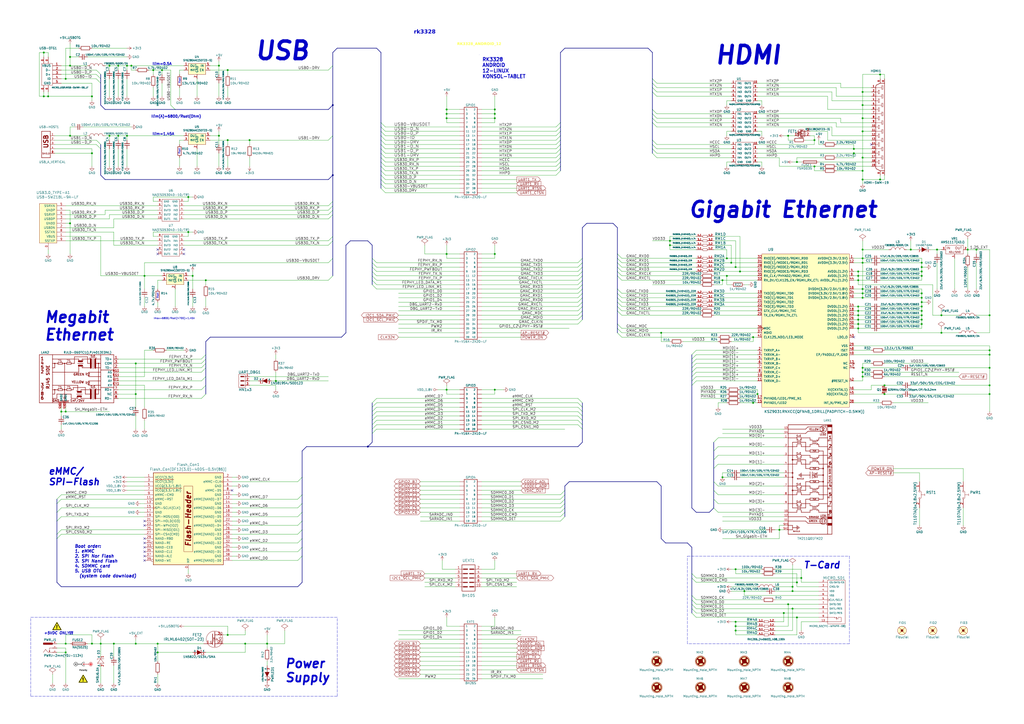
<source format=kicad_sch>
(kicad_sch (version 20231120) (generator "eeschema") (generator_version "8.0")
  (paper "A2")
  (title_block (title "RK3328-SOM-EVB") (date "2021-03-11") (rev "A") (company "OLIMEX LTD, Bulgaria") (comment 1 "<c> 2021"))
  (lib_symbols
    (symbol "RK3328-SOM-EVB_Rev_A:+3.3V" (power) (pin_names (offset 0))
      (property "Value" "+3.3V" (at 0 3.556 0))
      (symbol "+3.3V_1_1"
        (pin power_in line (at 0 0 90) (length 0) hide (name "+3V3") (number "1"))
      )
    )
    (symbol "RK3328-SOM-EVB_Rev_A:+5V" (power) (pin_names (offset 0))
      (property "Value" "+5V" (at 0 3.556 0))
      (symbol "+5V_1_1"
        (pin power_in line (at 0 0 90) (length 0) hide (name "+5V") (number "1"))
      )
    )
    (symbol "RK3328-SOM-EVB_Rev_A:+5V_EXT" (power) (pin_names (offset 0))
      (property "Value" "+5V_EXT" (at 0 3.556 0))
      (symbol "+5V_EXT_1_1"
        (pin power_in line (at 0 0 90) (length 0) hide (name "+5V_EXT") (number "1"))
      )
    )
    (symbol "RK3328-SOM-EVB_Rev_A:+5V_USBOTG" (power) (pin_names (offset 0))
      (property "Value" "+5V_USBOTG" (at 0 3.556 0))
      (symbol "+5V_USBOTG_1_1"
        (pin power_in line (at 0 0 90) (length 0) hide (name "+5V_USBOTG") (number "1"))
      )
    )
    (symbol "RK3328-SOM-EVB_Rev_A:AMS1117-ADJ" (pin_names (offset 1.016) hide)
      (property "Reference" "VR" (at -5.08 5.715 0))
      (property "Value" "AMS1117-ADJ" (at -5.08 3.175 0))
      (symbol "AMS1117-ADJ_1_0"
        (text "ADJ/GND" (at 0.127 -1.397 0) (effects (font (size 1.016 1.016))))
        (text "IN" (at -3.556 0.889 0) (effects (font (size 1.397 1.397))))
        (text "OUT" (at 2.286 0.889 0) (effects (font (size 1.397 1.397))))
      )
      (symbol "AMS1117-ADJ_1_1"
        (pin input line (at 0 -5.08 90) (length 2.54) (name "ADJ/GND") (number "1"))
        (pin power_in line (at 7.62 0 180) (length 2.54) (name "OUT") (number "2"))
        (pin input line (at -7.62 0 0) (length 2.54) (name "IN") (number "3"))
      )
    )
    (symbol "RK3328-SOM-EVB_Rev_A:BH10S" (pin_names (offset 1.016) hide)
      (property "Reference" "CON" (at 0.0508 8.9154 0))
      (property "Value" "BH10S" (at 0.3048 -9.4234 0))
      (symbol "BH10S_1_1"
        (pin passive line (at -7.62 5.08 0) (length 3.7084) (name "1") (number "1"))
        (pin passive line (at 7.62 -5.08 180) (length 3.7084) (name "10") (number "10"))
        (pin passive line (at 7.62 5.08 180) (length 3.7084) (name "2") (number "2"))
        (pin passive line (at -7.62 2.54 0) (length 3.7084) (name "3") (number "3"))
        (pin passive line (at 7.62 2.54 180) (length 3.7084) (name "4") (number "4"))
        (pin passive line (at -7.62 0 0) (length 3.7084) (name "5") (number "5"))
        (pin passive line (at 7.62 0 180) (length 3.7084) (name "6") (number "6"))
        (pin passive line (at -7.62 -2.54 0) (length 3.7084) (name "7") (number "7"))
        (pin passive line (at 7.62 -2.54 180) (length 3.7084) (name "8") (number "8"))
        (pin passive line (at -7.62 -5.08 0) (length 3.7084) (name "9") (number "9"))
      )
    )
    (symbol "RK3328-SOM-EVB_Rev_A:BH20S" (pin_numbers hide) (pin_names (offset 1.016))
      (property "Reference" "GPIO" (at -4.445 12.065 0))
      (property "Value" "BH20S" (at -5.08 -16.51 0))
      (symbol "BH20S_1_1"
        (pin passive line (at -7.62 10.16 0) (length 2.54) (name "1") (number "1"))
        (pin passive line (at 5.08 0 180) (length 2.54) (name "10") (number "10"))
        (pin passive line (at -7.62 -2.54 0) (length 2.54) (name "11") (number "11"))
        (pin passive line (at 5.08 -2.54 180) (length 2.54) (name "12") (number "12"))
        (pin passive line (at -7.62 -5.08 0) (length 2.54) (name "13") (number "13"))
        (pin passive line (at 5.08 -5.08 180) (length 2.54) (name "14") (number "14"))
        (pin passive line (at -7.62 -7.62 0) (length 2.54) (name "15") (number "15"))
        (pin passive line (at 5.08 -7.62 180) (length 2.54) (name "16") (number "16"))
        (pin passive line (at -7.62 -10.16 0) (length 2.54) (name "17") (number "17"))
        (pin passive line (at 5.08 -10.16 180) (length 2.54) (name "18") (number "18"))
        (pin passive line (at -7.62 -12.7 0) (length 2.54) (name "19") (number "19"))
        (pin passive line (at 5.08 10.16 180) (length 2.54) (name "2") (number "2"))
        (pin passive line (at 5.08 -12.7 180) (length 2.54) (name "20") (number "20"))
        (pin passive line (at -7.62 7.62 0) (length 2.54) (name "3") (number "3"))
        (pin passive line (at 5.08 7.62 180) (length 2.54) (name "4") (number "4"))
        (pin passive line (at -7.62 5.08 0) (length 2.54) (name "5") (number "5"))
        (pin passive line (at 5.08 5.08 180) (length 2.54) (name "6") (number "6"))
        (pin passive line (at -7.62 2.54 0) (length 2.54) (name "7") (number "7"))
        (pin passive line (at 5.08 2.54 180) (length 2.54) (name "8") (number "8"))
        (pin passive line (at -7.62 0 0) (length 2.54) (name "9") (number "9"))
      )
    )
    (symbol "RK3328-SOM-EVB_Rev_A:BH26S" (pin_numbers hide) (pin_names (offset 1.016))
      (property "Reference" "GPIO" (at -4.445 17.145 0))
      (property "Value" "BH26S" (at -5.08 -19.05 0))
      (symbol "BH26S_1_1"
        (pin passive line (at -7.62 15.24 0) (length 2.4892) (name "1") (number "1"))
        (pin passive line (at 5.08 5.08 180) (length 2.4892) (name "10") (number "10"))
        (pin passive line (at -7.62 2.54 0) (length 2.4892) (name "11") (number "11"))
        (pin passive line (at 5.08 2.54 180) (length 2.4892) (name "12") (number "12"))
        (pin passive line (at -7.62 0 0) (length 2.4892) (name "13") (number "13"))
        (pin passive line (at 5.08 0 180) (length 2.4892) (name "14") (number "14"))
        (pin passive line (at -7.62 -2.54 0) (length 2.4892) (name "15") (number "15"))
        (pin passive line (at 5.08 -2.54 180) (length 2.4892) (name "16") (number "16"))
        (pin passive line (at -7.62 -5.08 0) (length 2.4892) (name "17") (number "17"))
        (pin passive line (at 5.08 -5.08 180) (length 2.4892) (name "18") (number "18"))
        (pin passive line (at -7.62 -7.62 0) (length 2.4892) (name "19") (number "19"))
        (pin passive line (at 5.08 15.24 180) (length 2.4892) (name "2") (number "2"))
        (pin passive line (at 5.08 -7.62 180) (length 2.4892) (name "20") (number "20"))
        (pin passive line (at -7.62 -10.16 0) (length 2.4892) (name "21") (number "21"))
        (pin passive line (at 5.08 -10.16 180) (length 2.4892) (name "22") (number "22"))
        (pin passive line (at -7.62 -12.7 0) (length 2.4892) (name "23") (number "23"))
        (pin passive line (at 5.08 -12.7 180) (length 2.4892) (name "24") (number "24"))
        (pin passive line (at -7.62 -15.24 0) (length 2.4892) (name "25") (number "25"))
        (pin passive line (at 5.08 -15.24 180) (length 2.4892) (name "26") (number "26"))
        (pin passive line (at -7.62 12.7 0) (length 2.4892) (name "3") (number "3"))
        (pin passive line (at 5.08 12.7 180) (length 2.4892) (name "4") (number "4"))
        (pin passive line (at -7.62 10.16 0) (length 2.4892) (name "5") (number "5"))
        (pin passive line (at 5.08 10.16 180) (length 2.4892) (name "6") (number "6"))
        (pin passive line (at -7.62 7.62 0) (length 2.4892) (name "7") (number "7"))
        (pin passive line (at 5.08 7.62 180) (length 2.4892) (name "8") (number "8"))
        (pin passive line (at -7.62 5.08 0) (length 2.4892) (name "9") (number "9"))
      )
    )
    (symbol "RK3328-SOM-EVB_Rev_A:BH40S" (pin_numbers hide) (pin_names (offset 1.016))
      (property "Reference" "GPIO" (at -4.445 27.305 0))
      (property "Value" "BH40S" (at -4.445 -26.035 0))
      (symbol "BH40S_1_1"
        (pin passive line (at -7.62 25.4 0) (length 2.4892) (name "1") (number "1"))
        (pin passive line (at 5.08 15.24 180) (length 2.4892) (name "10") (number "10"))
        (pin passive line (at -7.62 12.7 0) (length 2.4892) (name "11") (number "11"))
        (pin passive line (at 5.08 12.7 180) (length 2.4892) (name "12") (number "12"))
        (pin passive line (at -7.62 10.16 0) (length 2.4892) (name "13") (number "13"))
        (pin passive line (at 5.08 10.16 180) (length 2.4892) (name "14") (number "14"))
        (pin passive line (at -7.62 7.62 0) (length 2.4892) (name "15") (number "15"))
        (pin passive line (at 5.08 7.62 180) (length 2.4892) (name "16") (number "16"))
        (pin passive line (at -7.62 5.08 0) (length 2.4892) (name "17") (number "17"))
        (pin passive line (at 5.08 5.08 180) (length 2.4892) (name "18") (number "18"))
        (pin passive line (at -7.62 2.54 0) (length 2.4892) (name "19") (number "19"))
        (pin passive line (at 5.08 25.4 180) (length 2.4892) (name "2") (number "2"))
        (pin passive line (at 5.08 2.54 180) (length 2.4892) (name "20") (number "20"))
        (pin passive line (at -7.62 0 0) (length 2.4892) (name "21") (number "21"))
        (pin passive line (at 5.08 0 180) (length 2.4892) (name "22") (number "22"))
        (pin passive line (at -7.62 -2.54 0) (length 2.4892) (name "23") (number "23"))
        (pin passive line (at 5.08 -2.54 180) (length 2.4892) (name "24") (number "24"))
        (pin passive line (at -7.62 -5.08 0) (length 2.4892) (name "25") (number "25"))
        (pin passive line (at 5.08 -5.08 180) (length 2.4892) (name "26") (number "26"))
        (pin passive line (at -7.62 -7.62 0) (length 2.4892) (name "27") (number "27"))
        (pin passive line (at 5.08 -7.62 180) (length 2.4892) (name "28") (number "28"))
        (pin passive line (at -7.62 -10.16 0) (length 2.4892) (name "29") (number "29"))
        (pin passive line (at -7.62 22.86 0) (length 2.4892) (name "3") (number "3"))
        (pin passive line (at 5.08 -10.16 180) (length 2.4892) (name "30") (number "30"))
        (pin passive line (at -7.62 -12.7 0) (length 2.4892) (name "31") (number "31"))
        (pin passive line (at 5.08 -12.7 180) (length 2.4892) (name "32") (number "32"))
        (pin passive line (at -7.62 -15.24 0) (length 2.4892) (name "33") (number "33"))
        (pin passive line (at 5.08 -15.24 180) (length 2.4892) (name "34") (number "34"))
        (pin passive line (at -7.62 -17.78 0) (length 2.4892) (name "35") (number "35"))
        (pin passive line (at 5.08 -17.78 180) (length 2.4892) (name "36") (number "36"))
        (pin passive line (at -7.62 -20.32 0) (length 2.4892) (name "37") (number "37"))
        (pin passive line (at 5.08 -20.32 180) (length 2.4892) (name "38") (number "38"))
        (pin passive line (at -7.62 -22.86 0) (length 2.4892) (name "39") (number "39"))
        (pin passive line (at 5.08 22.86 180) (length 2.4892) (name "4") (number "4"))
        (pin passive line (at 5.08 -22.86 180) (length 2.4892) (name "40") (number "40"))
        (pin passive line (at -7.62 20.32 0) (length 2.4892) (name "5") (number "5"))
        (pin passive line (at 5.08 20.32 180) (length 2.4892) (name "6") (number "6"))
        (pin passive line (at -7.62 17.78 0) (length 2.4892) (name "7") (number "7"))
        (pin passive line (at 5.08 17.78 180) (length 2.4892) (name "8") (number "8"))
        (pin passive line (at -7.62 15.24 0) (length 2.4892) (name "9") (number "9"))
      )
    )
    (symbol "RK3328-SOM-EVB_Rev_A:C" (pin_numbers hide) (pin_names (offset 0.254) hide)
      (property "Reference" "C" (at 0.254 1.778 0))
      (property "Value" "C" (at 0.254 -2.032 0))
      (symbol "C_1_1"
        (pin passive line (at 0 2.54 270) (length 1.905) (name "~") (number "1"))
        (pin passive line (at 0 -2.54 90) (length 2.032) (name "~") (number "2"))
      )
    )
    (symbol "RK3328-SOM-EVB_Rev_A:CON3" (pin_names (offset 1.016))
      (property "Reference" "CON" (at -1.27 5.08 0))
      (property "Value" "CON3" (at -1.27 -5.08 0))
      (symbol "CON3_1_1"
        (pin passive line (at 2.54 2.54 180) (length 2.54) (name "~") (number "1"))
        (pin passive line (at 2.54 0 180) (length 2.54) (name "~") (number "2"))
        (pin passive line (at 2.54 -2.54 180) (length 2.54) (name "~") (number "3"))
      )
    )
    (symbol "RK3328-SOM-EVB_Rev_A:Crystal" (pin_names (offset 1.016) hide)
      (property "Reference" "Q" (at 0 3.175 0))
      (property "Value" "Crystal" (at 0 -2.54 0))
      (symbol "Crystal_1_1"
        (pin passive line (at -2.54 0 0) (length 1.27) (name "1") (number "1"))
        (pin passive line (at 2.54 0 180) (length 1.27) (name "2") (number "2"))
      )
    )
    (symbol "RK3328-SOM-EVB_Rev_A:D" (pin_names (offset 0))
      (property "Reference" "D" (at 0 -2.54 0))
      (property "Value" "D" (at 0 2.54 0))
      (symbol "D_1_1"
        (pin passive line (at -3.81 0 0) (length 2.54) (name "K") (number "1"))
        (pin passive line (at 3.81 0 180) (length 2.54) (name "A") (number "2"))
      )
    )
    (symbol "RK3328-SOM-EVB_Rev_A:D_Schottky" (pin_names (offset 0))
      (property "Reference" "D" (at 0 2.54 0))
      (property "Value" "D_Schottky" (at 0 -2.54 0))
      (symbol "D_Schottky_1_1"
        (pin passive line (at -3.81 0 0) (length 2.54) (name "K") (number "1"))
        (pin passive line (at 3.81 0 180) (length 2.54) (name "A") (number "2"))
      )
    )
    (symbol "RK3328-SOM-EVB_Rev_A:FSMD035" (pin_numbers hide) (pin_names (offset 1.016) hide)
      (property "Reference" "FUSE" (at -3.81 1.397 0))
      (property "Value" "FSMD035" (at -3.81 -2.794 0))
      (symbol "FSMD035_1_1"
        (pin passive line (at -5.08 0 0) (length 2.54) (name "1") (number "1"))
        (pin passive line (at 5.08 0 180) (length 2.54) (name "2") (number "2"))
      )
    )
    (symbol "RK3328-SOM-EVB_Rev_A:Fiducial" (pin_numbers hide) (pin_names (offset 0) hide)
      (property "Reference" "FID" (at -1.905 3.175 0))
      (property "Value" "Fiducial" (at -3.81 -4.445 0))
      (symbol "Fiducial_1_1"
        (pin no_connect line (at 0 0 90) (length 0) (name "FID*") (number "Fid1"))
      )
    )
    (symbol "RK3328-SOM-EVB_Rev_A:Flash_Con[DF12(3.0)-40DS-0.5V(86)]" (pin_names (offset 1.016))
      (property "Reference" "Flash_Con" (at 0 27.94 0))
      (property "Value" "Flash_Con[DF12(3.0)-40DS-0.5V(86)]" (at 0 -33.02 0))
      (symbol "Flash_Con[DF12(3.0)-40DS-0.5V(86)]_0_0"
        (text "Supply voltage for the flash memory." (at -13.716 21.59 0) (effects (font (size 0.381 0.381) (bold yes) (italic yes))))
        (text "Supply voltage for the memory controller and MMC interface." (at -11.43 16.51 0) (effects (font (size 0.3302 0.3302) (bold yes) (italic yes))))
      )
      (symbol "Flash_Con[DF12(3.0)-40DS-0.5V(86)]_1_1"
        (text "Flash-Header" (at 0 -1.27 900) (effects (font (size 3.048 3.048) (bold yes) (italic yes))))
        (pin power_in line (at 0 -30.48 90) (length 2.54) (name "MP") (number "0"))
        (pin power_in line (at -25.4 22.86 0) (length 5.08) (name "VCCF(3.3V)") (number "1"))
        (pin power_in line (at 25.4 12.7 180) (length 5.08) (name "GND") (number "10"))
        (pin input inverted (at -25.4 10.16 0) (length 5.08) (name "eMMC-RST") (number "11"))
        (pin bidirectional line (at 25.4 10.16 180) (length 5.08) (name "eMMC(NAND)-D7") (number "12"))
        (pin power_in line (at -25.4 7.62 0) (length 5.08) (name "GND") (number "13"))
        (pin power_in line (at 25.4 7.62 180) (length 5.08) (name "GND") (number "14"))
        (pin input clock (at -25.4 5.08 0) (length 5.08) (name "SPI-SCLK(CLK)") (number "15"))
        (pin bidirectional line (at 25.4 5.08 180) (length 5.08) (name "eMMC(NAND)-D6") (number "16"))
        (pin power_in line (at -25.4 2.54 0) (length 5.08) (name "GND") (number "17"))
        (pin power_in line (at 25.4 2.54 180) (length 5.08) (name "GND") (number "18"))
        (pin bidirectional line (at -25.4 0 0) (length 5.08) (name "SPI-MOSI(IO0)") (number "19"))
        (pin power_in line (at 25.4 22.86 180) (length 5.08) (name "GND") (number "2"))
        (pin bidirectional line (at 25.4 0 180) (length 5.08) (name "eMMC(NAND)-D5") (number "20"))
        (pin bidirectional line (at -25.4 -2.54 0) (length 5.08) (name "SPI-HOLD(IO3)") (number "21"))
        (pin power_in line (at 25.4 -2.54 180) (length 5.08) (name "GND") (number "22"))
        (pin bidirectional line (at -25.4 -5.08 0) (length 5.08) (name "SPI-WPn(IO2)") (number "23"))
        (pin bidirectional line (at 25.4 -5.08 180) (length 5.08) (name "eMMC(NAND)-D4") (number "24"))
        (pin bidirectional line (at -25.4 -7.62 0) (length 5.08) (name "SPI-MISO(IO1)") (number "25"))
        (pin power_in line (at 25.4 -7.62 180) (length 5.08) (name "GND") (number "26"))
        (pin bidirectional line (at -25.4 -10.16 0) (length 5.08) (name "SPI-CSn(CMD)") (number "27"))
        (pin bidirectional line (at 25.4 -10.16 180) (length 5.08) (name "eMMC(NAND)-D3") (number "28"))
        (pin input line (at -25.4 -12.7 0) (length 5.08) (name "NAND-RB0") (number "29"))
        (pin power_in line (at -25.4 20.32 0) (length 5.08) (name "VCCF(3.3V)") (number "3"))
        (pin power_in line (at 25.4 -12.7 180) (length 5.08) (name "GND") (number "30"))
        (pin input inverted (at -25.4 -15.24 0) (length 5.08) (name "NAND-RE") (number "31"))
        (pin bidirectional line (at 25.4 -15.24 180) (length 5.08) (name "eMMC(NAND)-D2") (number "32"))
        (pin input inverted (at -25.4 -17.78 0) (length 5.08) (name "NAND-CE0") (number "33"))
        (pin power_in line (at 25.4 -17.78 180) (length 5.08) (name "GND") (number "34"))
        (pin input line (at -25.4 -20.32 0) (length 5.08) (name "NAND-CLE") (number "35"))
        (pin bidirectional line (at 25.4 -20.32 180) (length 5.08) (name "eMMC(NAND)-D1") (number "36"))
        (pin input line (at -25.4 -22.86 0) (length 5.08) (name "NAND-ALE") (number "37"))
        (pin power_in line (at 25.4 -22.86 180) (length 5.08) (name "GND") (number "38"))
        (pin input inverted (at -25.4 -25.4 0) (length 5.08) (name "NAND-WE") (number "39"))
        (pin input clock (at 25.4 20.32 180) (length 5.08) (name "eMMC-CLK") (number "4"))
        (pin bidirectional line (at 25.4 -25.4 180) (length 5.08) (name "eMMC(NAND)-D0") (number "40"))
        (pin power_in line (at -25.4 17.78 0) (length 5.08) (name "VCCQ(3.3/1.8V)") (number "5"))
        (pin power_in line (at 25.4 17.78 180) (length 5.08) (name "GND") (number "6"))
        (pin power_in line (at -25.4 15.24 0) (length 5.08) (name "VCCQ(3.3/1.8V)") (number "7"))
        (pin output line (at 25.4 15.24 180) (length 5.08) (name "eMMC-DS") (number "8"))
        (pin bidirectional line (at -25.4 12.7 0) (length 5.08) (name "eMMC-CMD") (number "9"))
      )
    )
    (symbol "RK3328-SOM-EVB_Rev_A:GND" (power) (pin_names (offset 0))
      (property "Value" "GND" (at 0 -3.81 0))
      (symbol "GND_1_1"
        (pin power_in line (at 0 0 270) (length 0) hide (name "GND") (number "1"))
      )
    )
    (symbol "RK3328-SOM-EVB_Rev_A:HDMI-SWM-19" (pin_names (offset 1.016) hide)
      (property "Reference" "HDMI" (at 2.54 25.4 0))
      (property "Value" "HDMI-SWM-19" (at 2.54 -27.94 0))
      (symbol "HDMI-SWM-19_1_1"
        (pin input line (at 0 27.94 270) (length 2.54) (name "20") (number "0"))
        (pin input line (at -2.54 27.94 270) (length 2.54) (name "21") (number "0"))
        (pin input line (at 0 -27.94 90) (length 2.54) (name "22") (number "0"))
        (pin input line (at -2.54 -27.94 90) (length 2.54) (name "23") (number "0"))
        (pin input line (at 5.08 22.86 180) (length 2.54) (name "1") (number "1"))
        (pin input line (at 5.08 0 180) (length 2.54) (name "10") (number "10"))
        (pin input line (at 5.08 -2.54 180) (length 2.54) (name "11") (number "11"))
        (pin input line (at 5.08 -5.08 180) (length 2.54) (name "12") (number "12"))
        (pin input line (at 5.08 -7.62 180) (length 2.54) (name "13") (number "13"))
        (pin input line (at 5.08 -10.16 180) (length 2.54) (name "14") (number "14"))
        (pin input line (at 5.08 -12.7 180) (length 2.54) (name "15") (number "15"))
        (pin input line (at 5.08 -15.24 180) (length 2.54) (name "16") (number "16"))
        (pin input line (at 5.08 -17.78 180) (length 2.54) (name "17") (number "17"))
        (pin input line (at 5.08 -20.32 180) (length 2.54) (name "18") (number "18"))
        (pin input line (at 5.08 -22.86 180) (length 2.54) (name "19") (number "19"))
        (pin input line (at 5.08 20.32 180) (length 2.54) (name "2") (number "2"))
        (pin input line (at 5.08 17.78 180) (length 2.54) (name "3") (number "3"))
        (pin input line (at 5.08 15.24 180) (length 2.54) (name "4") (number "4"))
        (pin input line (at 5.08 12.7 180) (length 2.54) (name "5") (number "5"))
        (pin input line (at 5.08 10.16 180) (length 2.54) (name "6") (number "6"))
        (pin input line (at 5.08 7.62 180) (length 2.54) (name "7") (number "7"))
        (pin input line (at 5.08 5.08 180) (length 2.54) (name "8") (number "8"))
        (pin input line (at 5.08 2.54 180) (length 2.54) (name "9") (number "9"))
      )
    )
    (symbol "RK3328-SOM-EVB_Rev_A:KSZ9031RNXCC(QFN48_1DRILL(PADPITCH-0.5MM))" (pin_names (offset 1.016))
      (property "Reference" "U" (at -20.32 45.72 0))
      (property "Value" "KSZ9031RNXCC(QFN48_1DRILL(PADPITCH-0.5MM))" (at 5.08 -48.26 0))
      (symbol "KSZ9031RNXCC(QFN48_1DRILL(PADPITCH-0.5MM))_1_1"
        (pin power_in line (at 27.94 40.64 180) (length 2.4892) (name "AVDDH(3.3V/2.5V)") (number "1"))
        (pin bidirectional line (at -27.94 -27.94 0) (length 2.4892) (name "TXRXP_D+") (number "10"))
        (pin bidirectional line (at -27.94 -30.48 0) (length 2.4892) (name "TXRXM_D-") (number "11"))
        (pin power_in line (at 27.94 38.1 180) (length 2.4892) (name "AVDDH(3.3V/2.5V)") (number "12"))
        (pin no_connect line (at 27.94 -20.32 180) (length 2.4892) (name "NC") (number "13"))
        (pin power_in line (at 27.94 12.7 180) (length 2.4892) (name "DVDDL(1.2V)") (number "14"))
        (pin bidirectional line (at -27.94 -43.18 0) (length 2.4892) (name "PHYAD1/LED2") (number "15"))
        (pin power_in line (at 27.94 22.86 180) (length 2.4892) (name "DVDDH(3.3V/2.5V/1.8V)") (number "16"))
        (pin bidirectional line (at -27.94 -40.64 0) (length 2.4892) (name "PHYAD0/LED1/PME_N1") (number "17"))
        (pin power_in line (at 27.94 10.16 180) (length 2.4892) (name "DVDDL(1.2V)") (number "18"))
        (pin input line (at -27.94 20.32 0) (length 2.4892) (name "TXD[0]/RGMII_TD0") (number "19"))
        (pin bidirectional line (at -27.94 -12.7 0) (length 2.4892) (name "TXRXP_A+") (number "2"))
        (pin input line (at -27.94 17.78 0) (length 2.4892) (name "TXD[1]/RGMII_TD1") (number "20"))
        (pin input line (at -27.94 15.24 0) (length 2.4892) (name "TXD[2]/RGMII_TD2") (number "21"))
        (pin input line (at -27.94 12.7 0) (length 2.4892) (name "TXD[3]/RGMII_TD3") (number "22"))
        (pin power_in line (at 27.94 7.62 180) (length 2.4892) (name "DVDDL(1.2V)") (number "23"))
        (pin input line (at -27.94 10.16 0) (length 2.4892) (name "GTX_CLK/RGMII_TXC") (number "24"))
        (pin input line (at -27.94 7.62 0) (length 2.4892) (name "TX_EN/RGMII_TX_CTL") (number "25"))
        (pin power_in line (at 27.94 5.08 180) (length 2.4892) (name "DVDDL(1.2V)") (number "26"))
        (pin bidirectional line (at -27.94 33.02 0) (length 2.4892) (name "RXD[3]/MODE3/RGMII_RD3") (number "27"))
        (pin bidirectional line (at -27.94 35.56 0) (length 2.4892) (name "RXD[2]/MODE2/RGMII_RD2") (number "28"))
        (pin power_in line (at 27.94 -10.16 180) (length 2.4892) (name "VSS") (number "29"))
        (pin bidirectional line (at -27.94 -15.24 0) (length 2.4892) (name "TXRXM_A-") (number "3"))
        (pin power_in line (at 27.94 2.54 180) (length 2.4892) (name "DVDDL(1.2V)") (number "30"))
        (pin bidirectional line (at -27.94 38.1 0) (length 2.4892) (name "RXD[1]/MODE1/RGMII_RD1") (number "31"))
        (pin bidirectional line (at -27.94 40.64 0) (length 2.4892) (name "RXD[0]/MODE0/RGMII_RD0") (number "32"))
        (pin bidirectional line (at -27.94 27.94 0) (length 2.4892) (name "RX_DV/CLK125_EN/RGMII_RX_CTL") (number "33"))
        (pin power_in line (at 27.94 20.32 180) (length 2.4892) (name "DVDDH(3.3V/2.5V/1.8V)") (number "34"))
        (pin bidirectional line (at -27.94 30.48 0) (length 2.4892) (name "RX_CLK/PHYAD2/RGMII_RXC") (number "35"))
        (pin input clock (at -27.94 0 0) (length 2.4892) (name "MDC") (number "36"))
        (pin bidirectional line (at -27.94 -2.54 0) (length 2.4892) (name "MDIO") (number "37"))
        (pin output line (at 27.94 -43.18 180) (length 2.4892) (name "INT_N/PME_N2") (number "38"))
        (pin power_in line (at 27.94 0 180) (length 2.4892) (name "DVDDL(1.2V)") (number "39"))
        (pin power_in line (at 27.94 33.02 180) (length 2.4892) (name "AVDDL(1.2V)") (number "4"))
        (pin power_in line (at 27.94 17.78 180) (length 2.4892) (name "DVDDH(3.3V/2.5V/1.8V)") (number "40"))
        (pin bidirectional line (at -27.94 -5.08 0) (length 2.4892) (name "CLK125_NDO/LED_MODE") (number "41"))
        (pin input line (at 27.94 -30.48 180) (length 2.4892) (name "#RESET_N") (number "42"))
        (pin output line (at 27.94 -5.08 180) (length 2.4892) (name "LDO_O") (number "43"))
        (pin power_in line (at 27.94 27.94 180) (length 2.4892) (name "AVDDL_PLL(1.2V)") (number "44"))
        (pin output line (at 27.94 -38.1 180) (length 2.4892) (name "XO(CKXTAL2)") (number "45"))
        (pin input line (at 27.94 -35.56 180) (length 2.4892) (name "XI(CKXTAL1)") (number "46"))
        (pin no_connect line (at 27.94 -22.86 180) (length 2.4892) (name "NC") (number "47"))
        (pin bidirectional line (at 27.94 -12.7 180) (length 2.4892) (name "ISET") (number "48"))
        (pin power_in line (at 27.94 -15.24 180) (length 2.4892) (name "EP/PADDLE/P_GND") (number "49"))
        (pin bidirectional line (at -27.94 -17.78 0) (length 2.4892) (name "TXRXP_B+") (number "5"))
        (pin bidirectional line (at -27.94 -20.32 0) (length 2.4892) (name "TXRXM_B-") (number "6"))
        (pin bidirectional line (at -27.94 -22.86 0) (length 2.4892) (name "TXRXP_C+") (number "7"))
        (pin bidirectional line (at -27.94 -25.4 0) (length 2.4892) (name "TXRXM_C-") (number "8"))
        (pin power_in line (at 27.94 30.48 180) (length 2.4892) (name "AVDDL(1.2V)") (number "9"))
      )
    )
    (symbol "RK3328-SOM-EVB_Rev_A:L" (pin_numbers hide) (pin_names (offset 0) hide)
      (property "Reference" "L" (at -1.27 2.54 0))
      (property "Value" "L" (at -1.27 -1.27 0))
      (symbol "L_1_1"
        (pin passive line (at -5.08 0 0) (length 1.27) (name "1") (number "1"))
        (pin passive line (at 5.08 0 180) (length 1.27) (name "2") (number "2"))
      )
    )
    (symbol "RK3328-SOM-EVB_Rev_A:LED" (pin_names (offset 0))
      (property "Reference" "LED" (at 0 2.54 0))
      (property "Value" "LED" (at 0 -2.54 0))
      (symbol "LED_1_1"
        (pin passive line (at -5.08 0 0) (length 3.81) (name "K") (number "1"))
        (pin passive line (at 5.08 0 180) (length 3.81) (name "A") (number "2"))
      )
    )
    (symbol "RK3328-SOM-EVB_Rev_A:MICRO_SD(TFC-WPAPR-08)" (pin_names (offset 1.016))
      (property "Reference" "MICRO_SD" (at 2.54 15.24 0))
      (property "Value" "MICRO_SD(TFC-WPAPR-08)" (at 0 -12.7 0))
      (symbol "MICRO_SD(TFC-WPAPR-08)_1_1"
        (pin bidirectional line (at -7.62 -5.08 0) (length 5.08) (name "DAT2/RES") (number "1"))
        (pin passive line (at -7.62 -10.16 0) (length 5.08) hide (name "~") (number "10"))
        (pin passive line (at -7.62 -10.16 0) (length 5.08) hide (name "~") (number "11"))
        (pin passive line (at -7.62 -10.16 0) (length 5.08) hide (name "~") (number "12"))
        (pin passive line (at -7.62 -10.16 0) (length 5.08) (name "~") (number "13"))
        (pin bidirectional line (at -7.62 12.7 0) (length 5.08) (name "CD/DAT3/CS") (number "2"))
        (pin input line (at -7.62 10.16 0) (length 5.08) (name "CMD/DI") (number "3"))
        (pin power_in line (at -7.62 7.62 0) (length 5.08) (name "VDD") (number "4"))
        (pin input clock (at -7.62 2.54 0) (length 5.08) (name "CLK/SCLK") (number "5"))
        (pin power_in line (at -7.62 5.08 0) (length 5.08) (name "VSS") (number "6"))
        (pin bidirectional line (at -7.62 0 0) (length 5.08) (name "DAT0/DO") (number "7"))
        (pin bidirectional line (at -7.62 -2.54 0) (length 5.08) (name "DAT1/RES") (number "8"))
        (pin passive line (at -7.62 -7.62 0) (length 5.08) (name "~") (number "9"))
      )
    )
    (symbol "RK3328-SOM-EVB_Rev_A:Mounting_Hole_NPTH" (pin_names (offset 1.016))
      (property "Reference" "MH" (at 0 5.08 0))
      (property "Value" "Mounting_Hole_NPTH" (at 0 -5.08 0))
    )
    (symbol "RK3328-SOM-EVB_Rev_A:N-MOS+DIOD_Small" (pin_names (offset 0) hide)
      (property "Reference" "FET" (at 0 3.81 0))
      (property "Value" "N-MOS+DIOD_Small" (at 0 -5.08 0))
      (symbol "N-MOS+DIOD_Small_0_0"
        (text "D" (at 0.5588 1.778 900) (effects (font (size 0.635 0.635))))
        (text "N-MOS" (at -0.889 -0.0254 900) (effects (font (size 0.4064 0.4064))))
        (text "S" (at 0.5842 -1.8796 900) (effects (font (size 0.635 0.635))))
      )
      (symbol "N-MOS+DIOD_Small_1_0"
        (text "G" (at -2.159 -0.0762 0) (effects (font (size 0.635 0.635))))
      )
      (symbol "N-MOS+DIOD_Small_1_1"
        (pin input line (at -3.81 -1.27 0) (length 1.27) (name "G") (number "1"))
        (pin passive line (at 5.08 -1.27 180) (length 2.54) (name "S") (number "2"))
        (pin passive line (at 5.08 1.27 180) (length 2.54) (name "D") (number "3"))
      )
    )
    (symbol "RK3328-SOM-EVB_Rev_A:P-MOS+DIOD" (pin_names (offset 1.016))
      (property "Reference" "FET" (at -6.35 -3.81 0))
      (property "Value" "P-MOS+DIOD" (at -10.16 -6.35 0))
      (symbol "P-MOS+DIOD_0_0"
        (text "D" (at -3.429 3.9878 900) (effects (font (size 1.27 1.27))))
        (text "G" (at 1.7272 -2.032 900) (effects (font (size 1.27 1.27))))
        (text "P-MOS" (at 0.0254 -0.381 0) (effects (font (size 0.4064 0.4064))))
        (text "S" (at 1.7526 4.1402 900) (effects (font (size 1.27 1.27))))
      )
      (symbol "P-MOS+DIOD_1_1"
        (pin input line (at 2.54 -6.35 90) (length 5.08) (name "~") (number "1"))
        (pin passive line (at 2.54 5.08 270) (length 5.08) (name "~") (number "2"))
        (pin passive line (at -2.54 5.08 270) (length 5.08) (name "~") (number "3"))
      )
    )
    (symbol "RK3328-SOM-EVB_Rev_A:PWR-JAKPWR_JACK_UNI_MILLING" (pin_names (offset 1.016) hide)
      (property "Reference" "PWR" (at 2.54 4.064 0))
      (property "Value" "PWR-JAKPWR_JACK_UNI_MILLING" (at -15.24 -4.826 0))
      (symbol "PWR-JAKPWR_JACK_UNI_MILLING_1_1"
        (pin passive line (at 5.08 2.54 180) (length 2.54) (name "+") (number "+"))
        (pin passive line (at 5.08 -2.54 180) (length 2.54) (name "-") (number "-"))
        (pin passive line (at 5.08 0 180) (length 2.54) (name "-") (number "-"))
      )
    )
    (symbol "RK3328-SOM-EVB_Rev_A:PWR_FLAG" (power) (pin_numbers hide) (pin_names (offset 0) hide)
      (property "Value" "PWR_FLAG" (at 0 4.572 0))
      (symbol "PWR_FLAG_0_0"
        (pin power_out line (at 0 0 90) (length 0) (name "pwr") (number "1"))
      )
    )
    (symbol "RK3328-SOM-EVB_Rev_A:R" (pin_numbers hide) (pin_names (offset 0))
      (property "Reference" "R" (at 0 2.032 0))
      (property "Value" "R" (at 0 0 0))
      (symbol "R_1_1"
        (pin passive line (at -3.81 0 0) (length 1.27) (name "~") (number "1"))
        (pin passive line (at 3.81 0 180) (length 1.27) (name "~") (number "2"))
      )
    )
    (symbol "RK3328-SOM-EVB_Rev_A:RA1206_(4x0603)_4B8_Smashed" (pin_names (offset 1.016))
      (property "Reference" "RM" (at 0 6.35 0))
      (property "Value" "RA1206_(4x0603)_4B8_Smashed" (at 0.2032 1.016 0))
      (symbol "RA1206_(4x0603)_4B8_Smashed_1_1"
        (pin passive line (at -5.08 3.81 0) (length 3.81) (name "~") (number "1.1"))
        (pin passive line (at 5.08 3.81 180) (length 3.81) (name "~") (number "1.2"))
      )
      (symbol "RA1206_(4x0603)_4B8_Smashed_1_2"
        (pin passive line (at -5.08 3.81 0) (length 3.81) (name "~") (number "1.1"))
        (pin passive line (at 5.08 3.81 180) (length 3.81) (name "~") (number "1.2"))
      )
      (symbol "RA1206_(4x0603)_4B8_Smashed_2_1"
        (pin passive line (at -5.08 3.81 0) (length 3.81) (name "~") (number "2.1"))
        (pin passive line (at 5.08 3.81 180) (length 3.81) (name "~") (number "2.2"))
      )
      (symbol "RA1206_(4x0603)_4B8_Smashed_2_2"
        (pin passive line (at -5.08 3.81 0) (length 3.81) (name "~") (number "1.1"))
        (pin passive line (at 5.08 3.81 180) (length 3.81) (name "~") (number "1.2"))
      )
      (symbol "RA1206_(4x0603)_4B8_Smashed_3_1"
        (pin passive line (at -5.08 3.81 0) (length 3.81) (name "~") (number "3.1"))
        (pin passive line (at 5.08 3.81 180) (length 3.81) (name "~") (number "3.2"))
      )
      (symbol "RA1206_(4x0603)_4B8_Smashed_3_2"
        (pin passive line (at -5.08 3.81 0) (length 3.81) (name "~") (number "1.1"))
        (pin passive line (at 5.08 3.81 180) (length 3.81) (name "~") (number "1.2"))
      )
      (symbol "RA1206_(4x0603)_4B8_Smashed_4_1"
        (pin passive line (at -5.08 3.81 0) (length 3.81) (name "~") (number "4.1"))
        (pin passive line (at 5.08 3.81 180) (length 3.81) (name "~") (number "4.2"))
      )
      (symbol "RA1206_(4x0603)_4B8_Smashed_4_2"
        (pin passive line (at -5.08 3.81 0) (length 3.81) (name "~") (number "1.1"))
        (pin passive line (at 5.08 3.81 180) (length 3.81) (name "~") (number "1.2"))
      )
    )
    (symbol "RK3328-SOM-EVB_Rev_A:RCLAMP0524P" (pin_names (offset 1.016))
      (property "Reference" "U" (at -4.572 6.858 0))
      (property "Value" "RCLAMP0524P" (at -6.4008 -8.3566 0))
      (symbol "RCLAMP0524P_1_1"
        (pin bidirectional line (at -7.62 5.08 0) (length 2.4892) (name "IN1") (number "1"))
        (pin bidirectional line (at 7.62 5.08 180) (length 2.4892) (name "OUT1") (number "10"))
        (pin bidirectional line (at -7.62 2.54 0) (length 2.4892) (name "IN2") (number "2"))
        (pin power_in line (at -7.62 -5.08 0) (length 2.4892) (name "GND") (number "3"))
        (pin bidirectional line (at -7.62 0 0) (length 2.4892) (name "IN3") (number "4"))
        (pin bidirectional line (at -7.62 -2.54 0) (length 2.4892) (name "IN4") (number "5"))
        (pin bidirectional line (at 7.62 -2.54 180) (length 2.4892) (name "OUT4") (number "6"))
        (pin bidirectional line (at 7.62 0 180) (length 2.4892) (name "OUT3") (number "7"))
        (pin power_in line (at 7.62 -5.08 180) (length 2.4892) (name "GND") (number "8"))
        (pin bidirectional line (at 7.62 2.54 180) (length 2.4892) (name "OUT2") (number "9"))
      )
    )
    (symbol "RK3328-SOM-EVB_Rev_A:RJLBC-060TC1_GND" (pin_names (offset 1.016))
      (property "Reference" "CON" (at -22.606 16.002 0))
      (property "Value" "RJLBC-060TC1_GND" (at -22.86 -15.24 0))
      (symbol "RJLBC-060TC1_GND_1_0"
        (text "1" (at 18.669 12.954 0) (effects (font (size 1.778 1.778) (bold yes))))
        (text "1:1" (at -10.795 -3.429 0) (effects (font (size 1.27 1.27) (bold yes))))
        (text "1:1" (at -10.795 14.351 0) (effects (font (size 1.27 1.27) (bold yes))))
        (text "1nF/2kV" (at -1.651 -11.43 0) (effects (font (size 1.27 1.27) (bold yes))))
        (text "2" (at 18.669 5.334 0) (effects (font (size 1.778 1.778) (bold yes))))
        (text "3" (at 18.669 -2.286 0) (effects (font (size 1.778 1.778) (bold yes))))
        (text "4" (at 18.669 10.414 0) (effects (font (size 1.778 1.778) (bold yes))))
        (text "5" (at 18.669 7.874 0) (effects (font (size 1.778 1.778) (bold yes))))
        (text "6" (at 18.669 -9.906 0) (effects (font (size 1.778 1.778) (bold yes))))
        (text "7" (at 18.669 -4.826 0) (effects (font (size 1.778 1.778) (bold yes))))
        (text "75" (at 3.429 -3.683 0) (effects (font (size 1.27 1.27))))
        (text "75" (at 3.429 11.557 0) (effects (font (size 1.27 1.27))))
        (text "75" (at 8.509 -3.683 0) (effects (font (size 1.27 1.27))))
        (text "75" (at 8.509 11.557 0) (effects (font (size 1.27 1.27))))
        (text "8" (at 18.669 -7.366 0) (effects (font (size 1.778 1.778) (bold yes))))
        (text "GND" (at 10.795 -11.43 0) (effects (font (size 1.27 1.27) (bold yes))))
        (text "GREEN" (at -2.54 3.81 0) (effects (font (size 1.27 1.27) (bold yes))))
        (text "RJ45 SIDE" (at 15.367 2.286 900) (effects (font (size 1.778 1.778) (bold yes))))
        (text "YELLOW" (at -1.905 -0.635 0) (effects (font (size 1.27 1.27) (bold yes))))
      )
      (symbol "RJLBC-060TC1_GND_1_1"
        (pin bidirectional line (at -25.4 12.7 0) (length 2.54) (name "TD+") (number "1"))
        (pin bidirectional line (at -25.4 7.62 0) (length 2.54) (name "TD-") (number "2"))
        (pin input line (at -25.4 10.16 0) (length 2.54) (name "COM") (number "3"))
        (pin input line (at -25.4 -7.62 0) (length 2.54) (name "NC") (number "6"))
        (pin bidirectional line (at -25.4 -5.08 0) (length 2.54) (name "RD+") (number "7"))
        (pin bidirectional line (at -25.4 -10.16 0) (length 2.54) (name "RD-") (number "8"))
        (pin passive line (at -25.4 5.08 0) (length 2.54) (name "AG") (number "AG1"))
        (pin passive line (at -25.4 0 0) (length 2.54) (name "AY") (number "AY1"))
        (pin input line (at 5.08 -15.24 90) (length 2.54) (name "GND1") (number "GND1"))
        (pin input line (at 7.62 -15.24 90) (length 2.54) (name "GND2") (number "GND2"))
        (pin passive line (at -25.4 2.54 0) (length 2.54) (name "KG") (number "KG1"))
        (pin passive line (at -25.4 -2.54 0) (length 2.54) (name "KY") (number "KY1"))
      )
    )
    (symbol "RK3328-SOM-EVB_Rev_A:SMBJ6.0A" (pin_names (offset 0))
      (property "Reference" "D" (at -2.9464 2.6416 0))
      (property "Value" "SMBJ6.0A" (at -4.445 -4.445 0))
      (symbol "SMBJ6.0A_1_1"
        (pin passive line (at 2.54 0 180) (length 0) (name "K") (number "1"))
        (pin passive line (at -2.54 0 0) (length 0) (name "A") (number "2"))
      )
    )
    (symbol "RK3328-SOM-EVB_Rev_A:SY6280AAC(SOT23-5)" (pin_names (offset 1.016))
      (property "Reference" "U" (at -1.27 6.985 0))
      (property "Value" "SY6280AAC(SOT23-5)" (at -8.89 5.08 0))
      (symbol "SY6280AAC(SOT23-5)_1_1"
        (pin output line (at 7.62 2.54 180) (length 2.54) (name "OUT") (number "1"))
        (pin power_in line (at 0 -5.08 90) (length 2.54) (name "GND") (number "2"))
        (pin input line (at 7.62 0 180) (length 2.54) (name "ISET") (number "3"))
        (pin input line (at -7.62 0 0) (length 2.54) (name "EN") (number "4"))
        (pin power_in line (at -7.62 2.54 0) (length 2.54) (name "IN") (number "5"))
      )
    )
    (symbol "RK3328-SOM-EVB_Rev_A:T1107A(6x3,8x2,5MM)" (pin_names (offset 1.016))
      (property "Reference" "SW" (at -4.064 2.794 0))
      (property "Value" "T1107A(6x3,8x2,5MM)" (at 14.478 2.794 0))
      (symbol "T1107A(6x3,8x2,5MM)_1_1"
        (pin passive line (at -7.62 0 0) (length 5.08) (name "~") (number "1"))
        (pin passive line (at 7.62 0 180) (length 5.08) (name "~") (number "2"))
      )
    )
    (symbol "RK3328-SOM-EVB_Rev_A:TM211Q01FM22" (pin_names (offset 1.016) hide)
      (property "Reference" "LAN" (at -6.35 33.02 0))
      (property "Value" "TM211Q01FM22" (at 6.35 -34.29 0))
      (symbol "TM211Q01FM22_1_0"
        (text "1" (at -11.684 23.114 0) (effects (font (size 1.778 1.778) (bold yes))))
        (text "1:1" (at 6.477 -14.224 0) (effects (font (size 1.27 1.27) (bold yes))))
        (text "1:1" (at 6.477 -4.064 0) (effects (font (size 1.27 1.27) (bold yes))))
        (text "1:1" (at 6.477 13.716 0) (effects (font (size 1.27 1.27) (bold yes))))
        (text "1:1" (at 6.477 23.876 0) (effects (font (size 1.27 1.27) (bold yes))))
        (text "1nF" (at -3.175 2.032 0) (effects (font (size 1.016 1.016) (bold yes))))
        (text "2" (at -11.684 18.034 0) (effects (font (size 1.778 1.778) (bold yes))))
        (text "2kV" (at -3.175 0.254 0) (effects (font (size 1.016 1.016) (bold yes))))
        (text "3" (at -11.684 12.954 0) (effects (font (size 1.778 1.778) (bold yes))))
        (text "4" (at -11.684 -4.826 0) (effects (font (size 1.778 1.778) (bold yes))))
        (text "5" (at -11.684 -9.906 0) (effects (font (size 1.778 1.778) (bold yes))))
        (text "6" (at -11.684 8.128 0) (effects (font (size 1.778 1.778) (bold yes))))
        (text "7" (at -11.684 -14.986 0) (effects (font (size 1.778 1.778) (bold yes))))
        (text "75R" (at -2.413 -12.7 0) (effects (font (size 0.762 0.762) (bold yes))))
        (text "75R" (at -2.413 -2.54 0) (effects (font (size 0.762 0.762) (bold yes))))
        (text "75R" (at -2.413 5.08 0) (effects (font (size 0.762 0.762) (bold yes))))
        (text "75R" (at -2.413 15.24 0) (effects (font (size 0.762 0.762) (bold yes))))
        (text "8" (at -11.684 -20.066 0) (effects (font (size 1.778 1.778) (bold yes))))
        (text "DA+" (at -11.303 21.336 0) (effects (font (size 0.762 0.762) (bold yes))))
        (text "DA-" (at -11.303 16.256 0) (effects (font (size 0.762 0.762) (bold yes))))
        (text "DB+" (at -11.303 11.176 0) (effects (font (size 0.762 0.762) (bold yes))))
        (text "DB-" (at -11.303 6.35 0) (effects (font (size 0.762 0.762) (bold yes))))
        (text "DC+" (at -11.303 -6.604 0) (effects (font (size 0.762 0.762) (bold yes))))
        (text "DC-" (at -11.303 -11.684 0) (effects (font (size 0.762 0.762) (bold yes))))
        (text "DD+" (at -11.303 -16.764 0) (effects (font (size 0.762 0.762) (bold yes))))
        (text "DD-" (at -11.303 -21.844 0) (effects (font (size 0.762 0.762) (bold yes))))
        (text "GREEN" (at -1.778 -25.4 0) (effects (font (size 1.016 1.016) (bold yes))))
        (text "LED1" (at -7.747 -22.352 0) (effects (font (size 1.016 1.016) (bold yes))))
        (text "LED2" (at -7.493 24.892 0) (effects (font (size 1.016 1.016) (bold yes))))
        (text "ORANGE" (at -2.286 -23.114 0) (effects (font (size 1.016 1.016) (bold yes))))
        (text "RJ45 SIDE" (at -11.557 1.27 900) (effects (font (size 1.016 1.016) (bold yes))))
        (text "SHIELD" (at 5.588 -0.889 0) (effects (font (size 0.762 0.762) (bold yes))))
        (text "SHIELD" (at 7.874 -31.369 0) (effects (font (size 0.762 0.762) (bold yes))))
        (text "YELLOW" (at -2.159 27.813 0) (effects (font (size 1.016 1.016) (bold yes))))
      )
      (symbol "TM211Q01FM22_1_1"
        (pin input line (at 15.24 22.86 180) (length 2.54) (name "P1") (number "1"))
        (pin input line (at 15.24 -20.32 180) (length 2.54) (name "P10") (number "10"))
        (pin input line (at 15.24 -25.4 180) (length 2.54) (name "11") (number "11"))
        (pin input line (at 15.24 -22.86 180) (length 2.54) (name "12") (number "12"))
        (pin input line (at 15.24 27.94 180) (length 2.54) (name "13") (number "13"))
        (pin input line (at 15.24 25.4 180) (length 2.54) (name "14") (number "14"))
        (pin input line (at 15.24 17.78 180) (length 2.54) (name "P2") (number "2"))
        (pin input line (at 15.24 12.7 180) (length 2.54) (name "P3") (number "3"))
        (pin input line (at 15.24 7.62 180) (length 2.54) (name "P4") (number "4"))
        (pin input line (at 15.24 2.54 180) (length 2.54) (name "P5") (number "5"))
        (pin input line (at 15.24 0 180) (length 2.54) (name "P6") (number "6"))
        (pin input line (at 15.24 -5.08 180) (length 2.54) (name "P7") (number "7"))
        (pin input line (at 15.24 -10.16 180) (length 2.54) (name "P8") (number "8"))
        (pin input line (at 15.24 -15.24 180) (length 2.54) (name "P9") (number "9"))
        (pin input line (at 15.24 -27.94 180) (length 2.54) (name "SH1") (number "SH1"))
        (pin input line (at 15.24 -30.48 180) (length 2.54) (name "SH2") (number "SH2"))
      )
    )
    (symbol "RK3328-SOM-EVB_Rev_A:USB-MINI" (pin_names (offset 1.016))
      (property "Reference" "USB" (at -4.445 8.255 0))
      (property "Value" "USB-MINI" (at -7.62 -8.89 0))
      (symbol "USB-MINI_1_1"
        (pin passive line (at 0 -10.16 90) (length 3.81) (name "~") (number "0"))
        (pin passive line (at 0 10.16 270) (length 3.81) (name "~") (number "0"))
        (pin passive line (at 2.54 -10.16 90) (length 3.81) (name "~") (number "0"))
        (pin passive line (at 2.54 10.16 270) (length 3.81) (name "~") (number "0"))
        (pin input line (at -7.62 5.08 0) (length 5.08) (name "VBUS") (number "1"))
        (pin bidirectional line (at -7.62 2.54 0) (length 5.08) (name "D-") (number "2"))
        (pin bidirectional line (at -7.62 0 0) (length 5.08) (name "D+") (number "3"))
        (pin input line (at -7.62 -2.54 0) (length 5.08) (name "ID") (number "4"))
        (pin power_in line (at -7.62 -5.08 0) (length 5.08) (name "GND") (number "5"))
      )
    )
    (symbol "RK3328-SOM-EVB_Rev_A:USB3.0_TYPE-A-FEMALE_Connector" (pin_names (offset 1.016))
      (property "Reference" "USB3.0_TYPE-A" (at -1.27 17.78 0))
      (property "Value" "USB3.0_TYPE-A-FEMALE_Connector" (at 0 15.24 0))
      (symbol "USB3.0_TYPE-A-FEMALE_Connector_1_1"
        (pin input line (at 0 -12.7 90) (length 3.81) (name "~") (number "0"))
        (pin power_in line (at 10.16 -5.08 180) (length 5.08) (name "VBUS") (number "1"))
        (pin bidirectional line (at 10.16 0 180) (length 5.08) (name "USBDN") (number "2"))
        (pin bidirectional line (at 10.16 5.08 180) (length 5.08) (name "USBDP") (number "3"))
        (pin power_in line (at 10.16 10.16 180) (length 5.08) (name "GNDP") (number "4"))
        (pin bidirectional line (at 10.16 12.7 180) (length 5.08) (name "SSRXN") (number "5"))
        (pin bidirectional line (at 10.16 7.62 180) (length 5.08) (name "SSRXP") (number "6"))
        (pin power_in line (at 10.16 2.54 180) (length 5.08) (name "GNDD") (number "7"))
        (pin bidirectional line (at 10.16 -2.54 180) (length 5.08) (name "SSTXN") (number "8"))
        (pin bidirectional line (at 10.16 -7.62 180) (length 5.08) (name "SSTXP") (number "9"))
      )
    )
    (symbol "RK3328-SOM-EVB_Rev_A:USB_A_VERTICAL" (pin_names (offset 1.016) hide)
      (property "Reference" "USB_HOST" (at -5.08 8.89 0))
      (property "Value" "USB_A_VERTICAL" (at -7.62 -10.16 0))
      (symbol "USB_A_VERTICAL_1_0"
        (text "SHIELD" (at 0 -5.2578 0) (effects (font (size 0.8128 0.8128))))
        (text "USB" (at 0 1.778 900) (effects (font (size 2.54 2.54) (bold yes))))
      )
      (symbol "USB_A_VERTICAL_1_1"
        (pin input line (at -5.08 -5.08 0) (length 2.54) (name "5") (number "0"))
        (pin input line (at -5.08 -5.08 0) (length 2.54) (name "5") (number "0"))
        (pin passive line (at -5.08 5.08 0) (length 2.54) (name "1") (number "1"))
        (pin passive line (at -5.08 2.54 0) (length 2.54) (name "2") (number "2"))
        (pin passive line (at -5.08 0 0) (length 2.54) (name "3") (number "3"))
        (pin passive line (at -5.08 -2.54 0) (length 2.54) (name "4") (number "4"))
      )
    )
    (symbol "RK3328-SOM-EVB_Rev_A:VDD_1.8V" (power) (pin_names (offset 0))
      (property "Value" "VDD_1.8V" (at 0 3.81 0))
      (symbol "VDD_1.8V_1_1"
        (pin power_in line (at 0 0 90) (length 0) hide (name "VDD_1.8V") (number "1"))
      )
    )
  )
  (junction (at 459.74 340.36))
  (junction (at 53.34 88.9))
  (junction (at 459.74 342.9))
  (junction (at 287.02 147.32))
  (junction (at 388.62 142.24))
  (junction (at 426.72 154.94))
  (junction (at 500.38 60.96))
  (junction (at 132.08 368.3))
  (junction (at 111.76 160.02))
  (junction (at 88.9 40.64))
  (junction (at 497.84 160.02))
  (junction (at 495.3 88.9))
  (junction (at 546.1 182.88))
  (junction (at 574.04 182.88))
  (junction (at 83.82 160.02))
  (junction (at 452.12 307.34))
  (junction (at 38.1 378.46))
  (junction (at 63.5 38.1))
  (junction (at 457.2 350.52))
  (junction (at 534.67 187.96))
  (junction (at 500.38 149.86))
  (junction (at 500.38 91.44))
  (junction (at 259.08 66.04))
  (junction (at 144.78 81.28))
  (junction (at 436.88 195.58))
  (junction (at 497.84 162.56))
  (junction (at 436.88 233.68))
  (junction (at 497.84 180.34))
  (junction (at 25.4 30.48))
  (junction (at 497.84 187.96))
  (junction (at 500.38 68.58))
  (junction (at 497.84 190.5))
  (junction (at 534.67 160.02))
  (junction (at 534.67 175.26))
  (junction (at 109.22 114.3))
  (junction (at 574.04 203.2))
  (junction (at 287.02 63.5))
  (junction (at 574.04 205.74))
  (junction (at 388.62 139.7))
  (junction (at 534.67 180.34))
  (junction (at 464.82 335.28))
  (junction (at 78.74 210.82))
  (junction (at 68.58 78.74))
  (junction (at 534.67 182.88))
  (junction (at 63.5 78.74))
  (junction (at 68.58 38.1))
  (junction (at 528.32 144.78))
  (junction (at 421.64 149.86))
  (junction (at 574.04 213.36))
  (junction (at 462.28 337.82))
  (junction (at 78.74 373.38))
  (junction (at 500.38 215.9))
  (junction (at 58.42 373.38))
  (junction (at 500.38 99.06))
  (junction (at 534.67 172.72))
  (junction (at 513.08 223.52))
  (junction (at 534.67 185.42))
  (junction (at 259.08 226.06))
  (junction (at 259.08 63.5))
  (junction (at 500.38 76.2))
  (junction (at 421.64 160.02))
  (junction (at 426.72 360.68))
  (junction (at 109.22 134.62))
  (junction (at 27.94 55.88))
  (junction (at 127 38.1))
  (junction (at 462.28 358.14))
  (junction (at 76.2 38.1))
  (junction (at 497.84 182.88))
  (junction (at 495.3 86.36))
  (junction (at 287.02 66.04))
  (junction (at 500.38 170.18))
  (junction (at 561.34 144.78))
  (junction (at 513.08 228.6))
  (junction (at 91.44 373.38))
  (junction (at 534.67 157.48))
  (junction (at 500.38 53.34))
  (junction (at 38.1 45.72))
  (junction (at 38.1 373.38))
  (junction (at 439.42 228.6))
  (junction (at 259.08 147.32))
  (junction (at 500.38 218.44))
  (junction (at 497.84 185.42))
  (junction (at 287.02 226.06))
  (junction (at 431.8 342.9))
  (junction (at 500.38 152.4))
  (junction (at 426.72 363.22))
  (junction (at 534.67 154.94))
  (junction (at 500.38 167.64))
  (junction (at 574.04 228.6))
  (junction (at 213.36 259.08))
  (junction (at 154.94 373.38))
  (junction (at 160.02 220.98))
  (junction (at 38.1 238.76))
  (junction (at 119.38 162.56))
  (junction (at 500.38 172.72))
  (junction (at 78.74 228.6))
  (junction (at 142.24 373.38))
  (junction (at 419.1 162.56))
  (junction (at 66.04 373.38))
  (junction (at 500.38 213.36))
  (junction (at 459.74 353.06))
  (junction (at 566.42 144.78))
  (junction (at 574.04 223.52))
  (junction (at 193.04 101.6))
  (junction (at 53.34 55.88))
  (junction (at 35.56 238.76))
  (junction (at 40.64 38.1))
  (junction (at 510.54 104.14))
  (junction (at 419.1 276.86))
  (junction (at 25.4 55.88))
  (junction (at 73.66 78.74))
  (junction (at 40.64 129.54))
  (junction (at 287.02 68.58))
  (junction (at 497.84 177.8))
  (junction (at 73.66 38.1))
  (junction (at 383.54 193.04))
  (junction (at 426.72 365.76))
  (junction (at 510.54 43.18))
  (junction (at 259.08 68.58))
  (junction (at 472.44 96.52))
  (junction (at 462.28 93.98))
  (junction (at 500.38 144.78))
  (junction (at 546.1 193.04))
  (junction (at 193.04 60.96))
  (junction (at 500.38 104.14))
  (junction (at 40.64 78.74))
  (junction (at 426.72 330.2))
  (junction (at 472.44 81.28))
  (junction (at 132.08 40.64))
  (junction (at 454.66 355.6))
  (junction (at 497.84 157.48))
  (junction (at 132.08 81.28))
  (junction (at 457.2 78.74))
  (junction (at 424.18 152.4))
  (junction (at 40.64 33.02))
  (junction (at 543.56 144.78))
  (junction (at 127 78.74))
  (junction (at 91.44 378.46))
  (junction (at 534.67 152.4))
  (junction (at 429.26 157.48))
  (junction (at 53.34 373.38))
  (junction (at 534.67 177.8))
  (junction (at 93.98 40.64))
  (junction (at 534.67 170.18))
  (no_connect (at 91.44 147.32))
  (no_connect (at 106.68 144.78))
  (no_connect (at 83.82 312.42))
  (no_connect (at 83.82 304.8))
  (no_connect (at 83.82 302.26))
  (no_connect (at 83.82 317.5))
  (no_connect (at 91.44 144.78))
  (no_connect (at 505.46 83.82))
  (no_connect (at 83.82 325.12))
  (no_connect (at 495.3 195.58))
  (no_connect (at 83.82 314.96))
  (no_connect (at 83.82 322.58))
  (no_connect (at 106.68 147.32))
  (no_connect (at 83.82 320.04))
  (no_connect (at 134.62 284.48))
  (bus_entry (at 403.86 213.36) (size -2.54 2.54))
  (bus_entry (at 193.04 139.7) (size -2.54 2.54))
  (bus_entry (at 220.98 73.66) (size 2.54 2.54))
  (bus_entry (at 401.32 353.06) (size 2.54 2.54))
  (bus_entry (at 335.28 243.84) (size 2.54 2.54))
  (bus_entry (at 358.14 190.5) (size 2.54 2.54))
  (bus_entry (at 175.26 287.02) (size -2.54 2.54))
  (bus_entry (at 403.86 205.74) (size -2.54 2.54))
  (bus_entry (at 220.98 106.68) (size 2.54 2.54))
  (bus_entry (at 218.44 238.76) (size -2.54 2.54))
  (bus_entry (at 416.56 254) (size -2.54 2.54))
  (bus_entry (at 401.32 355.6) (size 2.54 2.54))
  (bus_entry (at 215.9 157.48) (size 2.54 2.54))
  (bus_entry (at 378.46 48.26) (size 2.54 2.54))
  (bus_entry (at 119.38 228.6) (size -2.54 2.54))
  (bus_entry (at 403.86 210.82) (size -2.54 2.54))
  (bus_entry (at 378.46 88.9) (size 2.54 2.54))
  (bus_entry (at 325.12 71.12) (size -2.54 2.54))
  (bus_entry (at 327.66 297.18) (size -2.54 2.54))
  (bus_entry (at 220.98 91.44) (size 2.54 2.54))
  (bus_entry (at 335.28 152.4) (size 2.54 -2.54))
  (bus_entry (at 335.28 231.14) (size 2.54 2.54))
  (bus_entry (at 358.14 177.8) (size 2.54 2.54))
  (bus_entry (at 378.46 45.72) (size 2.54 2.54))
  (bus_entry (at 325.12 93.98) (size -2.54 2.54))
  (bus_entry (at 327.66 299.72) (size -2.54 2.54))
  (bus_entry (at 172.72 320.04) (size 2.54 -2.54))
  (bus_entry (at 193.04 160.02) (size -2.54 2.54))
  (bus_entry (at 335.28 238.76) (size 2.54 2.54))
  (bus_entry (at 193.04 38.1) (size -2.54 2.54))
  (bus_entry (at 325.12 73.66) (size -2.54 2.54))
  (bus_entry (at 220.98 109.22) (size 2.54 2.54))
  (bus_entry (at 335.28 182.88) (size 2.54 -2.54))
  (bus_entry (at 325.12 76.2) (size -2.54 2.54))
  (bus_entry (at 378.46 71.12) (size 2.54 2.54))
  (bus_entry (at 175.26 276.86) (size -2.54 2.54))
  (bus_entry (at 325.12 86.36) (size -2.54 2.54))
  (bus_entry (at 401.32 347.98) (size 2.54 2.54))
  (bus_entry (at 218.44 236.22) (size -2.54 2.54))
  (bus_entry (at 403.86 203.2) (size -2.54 2.54))
  (bus_entry (at 358.14 193.04) (size 2.54 2.54))
  (bus_entry (at 325.12 99.06) (size -2.54 2.54))
  (bus_entry (at 193.04 116.84) (size -2.54 2.54))
  (bus_entry (at 172.72 304.8) (size 2.54 -2.54))
  (bus_entry (at 325.12 96.52) (size -2.54 2.54))
  (bus_entry (at 335.28 180.34) (size 2.54 -2.54))
  (bus_entry (at 220.98 83.82) (size 2.54 2.54))
  (bus_entry (at 325.12 91.44) (size -2.54 2.54))
  (bus_entry (at 378.46 63.5) (size 2.54 2.54))
  (bus_entry (at 335.28 233.68) (size 2.54 2.54))
  (bus_entry (at 414.02 279.4) (size 2.54 2.54))
  (bus_entry (at 401.32 350.52) (size 2.54 2.54))
  (bus_entry (at 358.14 170.18) (size 2.54 2.54))
  (bus_entry (at 220.98 104.14) (size 2.54 2.54))
  (bus_entry (at 193.04 121.92) (size -2.54 2.54))
  (bus_entry (at 220.98 86.36) (size 2.54 2.54))
  (bus_entry (at 35.56 309.88) (size -2.54 2.54))
  (bus_entry (at 220.98 88.9) (size 2.54 2.54))
  (bus_entry (at 220.98 81.28) (size 2.54 2.54))
  (bus_entry (at 35.56 289.56) (size -2.54 2.54))
  (bus_entry (at 335.28 157.48) (size 2.54 -2.54))
  (bus_entry (at 119.38 208.28) (size -2.54 2.54))
  (bus_entry (at 335.28 160.02) (size 2.54 -2.54))
  (bus_entry (at 358.14 157.48) (size 2.54 2.54))
  (bus_entry (at 327.66 292.1) (size -2.54 2.54))
  (bus_entry (at 55.88 83.82) (size 2.54 2.54))
  (bus_entry (at 416.56 269.24) (size -2.54 2.54))
  (bus_entry (at 401.32 345.44) (size 2.54 2.54))
  (bus_entry (at 220.98 96.52) (size 2.54 2.54))
  (bus_entry (at 378.46 86.36) (size 2.54 2.54))
  (bus_entry (at 358.14 160.02) (size 2.54 2.54))
  (bus_entry (at 215.9 149.86) (size 2.54 2.54))
  (bus_entry (at 220.98 93.98) (size 2.54 2.54))
  (bus_entry (at 325.12 83.82) (size -2.54 2.54))
  (bus_entry (at 358.14 152.4) (size 2.54 2.54))
  (bus_entry (at 175.26 292.1) (size -2.54 2.54))
  (bus_entry (at 358.14 180.34) (size 2.54 2.54))
  (bus_entry (at 325.12 78.74) (size -2.54 2.54))
  (bus_entry (at 378.46 81.28) (size 2.54 2.54))
  (bus_entry (at 220.98 99.06) (size 2.54 2.54))
  (bus_entry (at 55.88 40.64) (size 2.54 2.54))
  (bus_entry (at 414.02 289.56) (size 2.54 2.54))
  (bus_entry (at 220.98 76.2) (size 2.54 2.54))
  (bus_entry (at 101.6 63.5) (size -2.54 -2.54))
  (bus_entry (at 218.44 241.3) (size -2.54 2.54))
  (bus_entry (at 414.02 284.48) (size 2.54 2.54))
  (bus_entry (at 335.28 175.26) (size 2.54 -2.54))
  (bus_entry (at 193.04 119.38) (size -2.54 2.54))
  (bus_entry (at 335.28 162.56) (size 2.54 -2.54))
  (bus_entry (at 378.46 50.8) (size 2.54 2.54))
  (bus_entry (at 218.44 248.92) (size -2.54 2.54))
  (bus_entry (at 335.28 170.18) (size 2.54 -2.54))
  (bus_entry (at 403.86 220.98) (size -2.54 2.54))
  (bus_entry (at 378.46 68.58) (size 2.54 2.54))
  (bus_entry (at 358.14 172.72) (size 2.54 2.54))
  (bus_entry (at 335.28 165.1) (size 2.54 -2.54))
  (bus_entry (at 414.02 294.64) (size 2.54 2.54))
  (bus_entry (at 335.28 154.94) (size 2.54 -2.54))
  (bus_entry (at 220.98 78.74) (size 2.54 2.54))
  (bus_entry (at 335.28 246.38) (size 2.54 2.54))
  (bus_entry (at 378.46 83.82) (size 2.54 2.54))
  (bus_entry (at 172.72 309.88) (size 2.54 -2.54))
  (bus_entry (at 327.66 289.56) (size -2.54 2.54))
  (bus_entry (at 416.56 259.08) (size -2.54 2.54))
  (bus_entry (at 119.38 213.36) (size -2.54 2.54))
  (bus_entry (at 215.9 152.4) (size 2.54 2.54))
  (bus_entry (at 416.56 264.16) (size -2.54 2.54))
  (bus_entry (at 193.04 137.16) (size -2.54 2.54))
  (bus_entry (at 215.9 154.94) (size 2.54 2.54))
  (bus_entry (at 335.28 241.3) (size 2.54 2.54))
  (bus_entry (at 55.88 43.18) (size 2.54 2.54))
  (bus_entry (at 193.04 78.74) (size -2.54 2.54))
  (bus_entry (at 218.44 243.84) (size -2.54 2.54))
  (bus_entry (at 335.28 172.72) (size 2.54 -2.54))
  (bus_entry (at 218.44 246.38) (size -2.54 2.54))
  (bus_entry (at 119.38 205.74) (size -2.54 2.54))
  (bus_entry (at 358.14 175.26) (size 2.54 2.54))
  (bus_entry (at 215.9 162.56) (size 2.54 2.54))
  (bus_entry (at 335.28 236.22) (size 2.54 2.54))
  (bus_entry (at 335.28 187.96) (size 2.54 -2.54))
  (bus_entry (at 358.14 154.94) (size 2.54 2.54))
  (bus_entry (at 119.38 218.44) (size -2.54 2.54))
  (bus_entry (at 358.14 147.32) (size 2.54 2.54))
  (bus_entry (at 403.86 208.28) (size -2.54 2.54))
  (bus_entry (at 327.66 284.48) (size -2.54 2.54))
  (bus_entry (at 55.88 45.72) (size 2.54 2.54))
  (bus_entry (at 403.86 215.9) (size -2.54 2.54))
  (bus_entry (at 358.14 187.96) (size 2.54 2.54))
  (bus_entry (at 35.56 294.64) (size -2.54 2.54))
  (bus_entry (at 335.28 185.42) (size 2.54 -2.54))
  (bus_entry (at 401.32 335.28) (size 2.54 2.54))
  (bus_entry (at 358.14 149.86) (size 2.54 2.54))
  (bus_entry (at 325.12 81.28) (size -2.54 2.54))
  (bus_entry (at 220.98 71.12) (size 2.54 2.54))
  (bus_entry (at 119.38 223.52) (size -2.54 2.54))
  (bus_entry (at 215.9 160.02) (size 2.54 2.54))
  (bus_entry (at 378.46 53.34) (size 2.54 2.54))
  (bus_entry (at 35.56 299.72) (size -2.54 2.54))
  (bus_entry (at 325.12 88.9) (size -2.54 2.54))
  (bus_entry (at 55.88 81.28) (size 2.54 2.54))
  (bus_entry (at 401.32 332.74) (size 2.54 2.54))
  (bus_entry (at 172.72 314.96) (size 2.54 -2.54))
  (bus_entry (at 218.44 233.68) (size -2.54 2.54))
  (bus_entry (at 35.56 307.34) (size -2.54 2.54))
  (bus_entry (at 193.04 124.46) (size -2.54 2.54))
  (bus_entry (at 193.04 149.86) (size -2.54 2.54))
  (bus_entry (at 172.72 299.72) (size 2.54 -2.54))
  (bus_entry (at 335.28 177.8) (size 2.54 -2.54))
  (bus_entry (at 218.44 231.14) (size -2.54 2.54))
  (bus_entry (at 220.98 101.6) (size 2.54 2.54))
  (bus_entry (at 172.72 325.12) (size 2.54 -2.54))
  (bus_entry (at 119.38 210.82) (size -2.54 2.54))
  (bus_entry (at 378.46 66.04) (size 2.54 2.54))
  (bus_entry (at 358.14 167.64) (size 2.54 2.54))
  (bus_entry (at 215.9 165.1) (size 2.54 2.54))
  (bus_entry (at 327.66 294.64) (size -2.54 2.54))
  (bus_entry (at 335.28 167.64) (size 2.54 -2.54))
  (bus_entry (at 327.66 287.02) (size -2.54 2.54))
  (bus_entry (at 403.86 218.44) (size -2.54 2.54))
  (bus_entry (at 35.56 287.02) (size -2.54 2.54))
  (wire (pts (xy 464.82 335.28) (xy 464.82 337.82)))
  (bus (pts (xy 193.04 121.92) (xy 193.04 124.46)))
  (wire (pts (xy 534.67 177.8) (xy 510.54 177.8)))
  (wire (pts (xy 264.16 332.74) (xy 246.38 332.74)))
  (bus (pts (xy 215.9 154.94) (xy 215.9 157.48)))
  (wire (pts (xy 381 71.12) (xy 424.18 71.12)))
  (wire (pts (xy 132.08 40.64) (xy 121.92 40.64)))
  (wire (pts (xy 93.98 160.02) (xy 83.82 160.02)))
  (wire (pts (xy 266.7 241.3) (xy 218.44 241.3)))
  (wire (pts (xy 73.66 281.94) (xy 83.82 281.94)))
  (wire (pts (xy 439.42 226.06) (xy 439.42 228.6)))
  (wire (pts (xy 421.64 149.86) (xy 421.64 144.78)))
  (bus (pts (xy 175.26 312.42) (xy 175.26 317.5)))
  (wire (pts (xy 111.76 167.64) (xy 111.76 160.02)))
  (wire (pts (xy 574.04 228.6) (xy 528.32 228.6)))
  (wire (pts (xy 40.64 129.54) (xy 40.64 147.32)))
  (wire (pts (xy 497.84 157.48) (xy 497.84 160.02)))
  (bus (pts (xy 401.32 347.98) (xy 401.32 350.52)))
  (wire (pts (xy 510.54 43.18) (xy 500.38 43.18)))
  (wire (pts (xy 63.5 78.74) (xy 63.5 81.28)))
  (wire (pts (xy 259.08 228.6) (xy 259.08 226.06)))
  (wire (pts (xy 104.14 81.28) (xy 104.14 83.82)))
  (wire (pts (xy 137.16 276.86) (xy 134.62 276.86)))
  (wire (pts (xy 497.84 185.42) (xy 497.84 187.96)))
  (wire (pts (xy 279.4 93.98) (xy 322.58 93.98)))
  (wire (pts (xy 472.44 83.82) (xy 439.42 83.82)))
  (wire (pts (xy 106.68 121.92) (xy 190.5 121.92)))
  (bus (pts (xy 215.9 251.46) (xy 215.9 256.54)))
  (wire (pts (xy 449.58 340.36) (xy 459.74 340.36)))
  (wire (pts (xy 505.46 78.74) (xy 482.6 78.74)))
  (wire (pts (xy 53.34 48.26) (xy 53.34 55.88)))
  (wire (pts (xy 388.62 144.78) (xy 403.86 144.78)))
  (wire (pts (xy 279.4 111.76) (xy 299.72 111.76)))
  (wire (pts (xy 27.94 30.48) (xy 25.4 30.48)))
  (wire (pts (xy 462.28 332.74) (xy 462.28 337.82)))
  (bus (pts (xy 327.66 287.02) (xy 327.66 289.56)))
  (wire (pts (xy 38.1 368.3) (xy 38.1 373.38)))
  (bus (pts (xy 337.82 162.56) (xy 337.82 165.1)))
  (wire (pts (xy 500.38 68.58) (xy 500.38 76.2)))
  (wire (pts (xy 99.06 40.64) (xy 93.98 40.64)))
  (bus (pts (xy 60.96 63.5) (xy 101.6 63.5)))
  (bus (pts (xy 403.86 297.18) (xy 401.32 294.64)))
  (wire (pts (xy 534.67 157.48) (xy 510.54 157.48)))
  (wire (pts (xy 35.56 287.02) (xy 83.82 287.02)))
  (wire (pts (xy 510.54 104.14) (xy 500.38 104.14)))
  (wire (pts (xy 279.4 231.14) (xy 335.28 231.14)))
  (wire (pts (xy 532.13 144.78) (xy 528.32 144.78)))
  (wire (pts (xy 436.88 231.14) (xy 436.88 233.68)))
  (wire (pts (xy 454.66 355.6) (xy 474.98 355.6)))
  (bus (pts (xy 335.28 259.08) (xy 337.82 256.54)))
  (bus (pts (xy 358.14 152.4) (xy 358.14 154.94)))
  (wire (pts (xy 127 35.56) (xy 127 38.1)))
  (wire (pts (xy 505.46 73.66) (xy 485.14 73.66)))
  (wire (pts (xy 441.96 76.2) (xy 441.96 78.74)))
  (wire (pts (xy 266.7 99.06) (xy 223.52 99.06)))
  (wire (pts (xy 553.72 149.86) (xy 553.72 167.64)))
  (bus (pts (xy 337.82 172.72) (xy 337.82 175.26)))
  (bus (pts (xy 193.04 78.74) (xy 193.04 101.6)))
  (wire (pts (xy 474.98 83.82) (xy 474.98 81.28)))
  (wire (pts (xy 109.22 134.62) (xy 109.22 137.16)))
  (wire (pts (xy 279.4 299.72) (xy 325.12 299.72)))
  (wire (pts (xy 515.62 144.78) (xy 500.38 144.78)))
  (wire (pts (xy 429.26 157.48) (xy 414.02 157.48)))
  (wire (pts (xy 76.2 38.1) (xy 73.66 38.1)))
  (wire (pts (xy 505.46 157.48) (xy 497.84 157.48)))
  (wire (pts (xy 256.54 325.12) (xy 256.54 330.2)))
  (bus (pts (xy 398.78 314.96) (xy 386.08 314.96)))
  (wire (pts (xy 485.14 96.52) (xy 505.46 96.52)))
  (bus (pts (xy 383.54 312.42) (xy 383.54 281.94)))
  (wire (pts (xy 279.4 81.28) (xy 322.58 81.28)))
  (bus (pts (xy 401.32 205.74) (xy 401.32 208.28)))
  (wire (pts (xy 403.86 137.16) (xy 388.62 137.16)))
  (bus (pts (xy 401.32 353.06) (xy 401.32 355.6)))
  (wire (pts (xy 462.28 337.82) (xy 462.28 340.36)))
  (bus (pts (xy 119.38 198.12) (xy 119.38 205.74)))
  (wire (pts (xy 497.84 177.8) (xy 497.84 180.34)))
  (wire (pts (xy 35.56 294.64) (xy 83.82 294.64)))
  (wire (pts (xy 487.68 50.8) (xy 487.68 48.26)))
  (wire (pts (xy 485.14 71.12) (xy 439.42 71.12)))
  (bus (pts (xy 358.14 170.18) (xy 358.14 172.72)))
  (wire (pts (xy 454.66 248.92) (xy 419.1 248.92)))
  (wire (pts (xy 119.38 162.56) (xy 190.5 162.56)))
  (wire (pts (xy 266.7 289.56) (xy 243.84 289.56)))
  (bus (pts (xy 218.44 27.94) (xy 220.98 30.48)))
  (wire (pts (xy 279.4 363.22) (xy 287.02 363.22)))
  (wire (pts (xy 534.67 182.88) (xy 534.67 185.42)))
  (wire (pts (xy 325.12 287.02) (xy 279.4 287.02)))
  (wire (pts (xy 83.82 152.4) (xy 83.82 160.02)))
  (bus (pts (xy 337.82 132.08) (xy 340.36 129.54)))
  (wire (pts (xy 53.34 55.88) (xy 27.94 55.88)))
  (wire (pts (xy 66.04 134.62) (xy 38.1 134.62)))
  (wire (pts (xy 134.62 279.4) (xy 172.72 279.4)))
  (wire (pts (xy 495.3 91.44) (xy 495.3 88.9)))
  (bus (pts (xy 213.36 259.08) (xy 335.28 259.08)))
  (wire (pts (xy 513.08 223.52) (xy 505.46 223.52)))
  (bus (pts (xy 220.98 88.9) (xy 220.98 91.44)))
  (wire (pts (xy 218.44 152.4) (xy 266.7 152.4)))
  (wire (pts (xy 424.18 152.4) (xy 414.02 152.4)))
  (wire (pts (xy 500.38 149.86) (xy 500.38 152.4)))
  (wire (pts (xy 482.6 53.34) (xy 439.42 53.34)))
  (wire (pts (xy 83.82 236.22) (xy 83.82 223.52)))
  (wire (pts (xy 279.4 190.5) (xy 330.2 190.5)))
  (wire (pts (xy 266.7 175.26) (xy 231.14 175.26)))
  (wire (pts (xy 66.04 134.62) (xy 66.04 142.24)))
  (bus (pts (xy 119.38 223.52) (xy 119.38 228.6)))
  (wire (pts (xy 292.1 226.06) (xy 287.02 226.06)))
  (wire (pts (xy 31.75 86.36) (xy 53.34 86.36)))
  (bus (pts (xy 193.04 139.7) (xy 193.04 149.86)))
  (wire (pts (xy 109.22 134.62) (xy 111.76 134.62)))
  (wire (pts (xy 266.7 246.38) (xy 218.44 246.38)))
  (wire (pts (xy 439.42 228.6) (xy 439.42 231.14)))
  (bus (pts (xy 337.82 170.18) (xy 337.82 172.72)))
  (wire (pts (xy 121.92 78.74) (xy 127 78.74)))
  (wire (pts (xy 454.66 292.1) (xy 416.56 292.1)))
  (wire (pts (xy 403.86 149.86) (xy 360.68 149.86)))
  (wire (pts (xy 68.58 78.74) (xy 68.58 81.28)))
  (wire (pts (xy 106.68 119.38) (xy 190.5 119.38)))
  (bus (pts (xy 414.02 289.56) (xy 414.02 294.64)))
  (wire (pts (xy 510.54 152.4) (xy 534.67 152.4)))
  (wire (pts (xy 259.08 71.12) (xy 259.08 68.58)))
  (bus (pts (xy 330.2 279.4) (xy 327.66 281.94)))
  (wire (pts (xy 500.38 215.9) (xy 500.38 218.44)))
  (bus (pts (xy 58.42 45.72) (xy 58.42 48.26)))
  (bus (pts (xy 33.02 292.1) (xy 33.02 297.18)))
  (bus (pts (xy 58.42 43.18) (xy 58.42 45.72)))
  (wire (pts (xy 91.44 137.16) (xy 88.9 137.16)))
  (wire (pts (xy 50.8 78.74) (xy 40.64 78.74)))
  (wire (pts (xy 449.58 365.76) (xy 459.74 365.76)))
  (bus (pts (xy 375.92 27.94) (xy 378.46 30.48)))
  (bus (pts (xy 358.14 147.32) (xy 358.14 149.86)))
  (wire (pts (xy 429.26 137.16) (xy 414.02 137.16)))
  (wire (pts (xy 287.02 149.86) (xy 279.4 149.86)))
  (bus (pts (xy 401.32 332.74) (xy 401.32 335.28)))
  (wire (pts (xy 279.4 381) (xy 299.72 381)))
  (wire (pts (xy 439.42 93.98) (xy 441.96 93.98)))
  (wire (pts (xy 78.74 210.82) (xy 116.84 210.82)))
  (wire (pts (xy 497.84 157.48) (xy 495.3 157.48)))
  (wire (pts (xy 534.67 172.72) (xy 534.67 175.26)))
  (bus (pts (xy 175.26 276.86) (xy 175.26 287.02)))
  (wire (pts (xy 406.4 162.56) (xy 360.68 162.56)))
  (wire (pts (xy 485.14 83.82) (xy 495.3 83.82)))
  (wire (pts (xy 474.98 345.44) (xy 431.8 345.44)))
  (bus (pts (xy 411.48 297.18) (xy 403.86 297.18)))
  (wire (pts (xy 505.46 81.28) (xy 480.06 81.28)))
  (wire (pts (xy 218.44 162.56) (xy 266.7 162.56)))
  (wire (pts (xy 459.74 365.76) (xy 459.74 353.06)))
  (wire (pts (xy 461.01 78.74) (xy 457.2 78.74)))
  (wire (pts (xy 518.16 233.68) (xy 538.48 233.68)))
  (wire (pts (xy 513.08 210.82) (xy 538.48 210.82)))
  (bus (pts (xy 220.98 30.48) (xy 220.98 71.12)))
  (wire (pts (xy 27.94 55.88) (xy 25.4 55.88)))
  (wire (pts (xy 172.72 314.96) (xy 134.62 314.96)))
  (wire (pts (xy 287.02 228.6) (xy 287.02 226.06)))
  (wire (pts (xy 534.67 157.48) (xy 534.67 160.02)))
  (bus (pts (xy 414.02 266.7) (xy 414.02 271.78)))
  (bus (pts (xy 33.02 302.26) (xy 33.02 309.88)))
  (wire (pts (xy 119.38 162.56) (xy 119.38 165.1)))
  (wire (pts (xy 381 50.8) (xy 424.18 50.8)))
  (wire (pts (xy 116.84 213.36) (xy 68.58 213.36)))
  (wire (pts (xy 91.44 116.84) (xy 88.9 116.84)))
  (bus (pts (xy 200.66 142.24) (xy 200.66 193.04)))
  (wire (pts (xy 439.42 152.4) (xy 424.18 152.4)))
  (wire (pts (xy 574.04 193.04) (xy 566.42 193.04)))
  (wire (pts (xy 403.86 335.28) (xy 464.82 335.28)))
  (wire (pts (xy 464.82 93.98) (xy 462.28 93.98)))
  (wire (pts (xy 78.74 40.64) (xy 76.2 40.64)))
  (bus (pts (xy 119.38 208.28) (xy 119.38 210.82)))
  (wire (pts (xy 231.14 365.76) (xy 266.7 365.76)))
  (bus (pts (xy 177.8 259.08) (xy 213.36 259.08)))
  (wire (pts (xy 279.4 246.38) (xy 335.28 246.38)))
  (wire (pts (xy 534.67 172.72) (xy 510.54 172.72)))
  (wire (pts (xy 190.5 81.28) (xy 144.78 81.28)))
  (wire (pts (xy 500.38 104.14) (xy 500.38 106.68)))
  (wire (pts (xy 114.3 96.52) (xy 114.3 86.36)))
  (wire (pts (xy 497.84 162.56) (xy 497.84 165.1)))
  (wire (pts (xy 464.82 360.68) (xy 474.98 360.68)))
  (wire (pts (xy 190.5 40.64) (xy 132.08 40.64)))
  (wire (pts (xy 497.84 190.5) (xy 497.84 193.04)))
  (wire (pts (xy 279.4 170.18) (xy 335.28 170.18)))
  (wire (pts (xy 106.68 81.28) (xy 104.14 81.28)))
  (wire (pts (xy 137.16 281.94) (xy 134.62 281.94)))
  (wire (pts (xy 266.7 292.1) (xy 243.84 292.1)))
  (wire (pts (xy 68.58 231.14) (xy 116.84 231.14)))
  (wire (pts (xy 454.66 281.94) (xy 416.56 281.94)))
  (wire (pts (xy 500.38 218.44) (xy 505.46 218.44)))
  (bus (pts (xy 378.46 68.58) (xy 378.46 71.12)))
  (bus (pts (xy 378.46 71.12) (xy 378.46 81.28)))
  (wire (pts (xy 419.1 251.46) (xy 454.66 251.46)))
  (wire (pts (xy 429.26 274.32) (xy 454.66 274.32)))
  (wire (pts (xy 129.54 373.38) (xy 142.24 373.38)))
  (bus (pts (xy 220.98 73.66) (xy 220.98 76.2)))
  (wire (pts (xy 279.4 78.74) (xy 322.58 78.74)))
  (wire (pts (xy 534.67 180.34) (xy 510.54 180.34)))
  (wire (pts (xy 160.02 208.28) (xy 160.02 205.74)))
  (wire (pts (xy 424.18 83.82) (xy 381 83.82)))
  (wire (pts (xy 424.18 342.9) (xy 431.8 342.9)))
  (wire (pts (xy 68.58 215.9) (xy 116.84 215.9)))
  (wire (pts (xy 279.4 172.72) (xy 335.28 172.72)))
  (wire (pts (xy 439.42 154.94) (xy 426.72 154.94)))
  (wire (pts (xy 406.4 180.34) (xy 360.68 180.34)))
  (bus (pts (xy 215.9 236.22) (xy 215.9 238.76)))
  (wire (pts (xy 546.1 182.88) (xy 556.26 182.88)))
  (wire (pts (xy 231.14 170.18) (xy 266.7 170.18)))
  (bus (pts (xy 337.82 149.86) (xy 337.82 152.4)))
  (bus (pts (xy 337.82 182.88) (xy 337.82 185.42)))
  (bus (pts (xy 193.04 149.86) (xy 193.04 160.02)))
  (wire (pts (xy 63.5 78.74) (xy 60.96 78.74)))
  (wire (pts (xy 574.04 144.78) (xy 574.04 182.88)))
  (wire (pts (xy 510.54 233.68) (xy 495.3 233.68)))
  (bus (pts (xy 215.9 238.76) (xy 215.9 241.3)))
  (bus (pts (xy 378.46 86.36) (xy 378.46 88.9)))
  (bus (pts (xy 327.66 294.64) (xy 327.66 297.18)))
  (wire (pts (xy 88.9 134.62) (xy 109.22 134.62)))
  (wire (pts (xy 266.7 187.96) (xy 231.14 187.96)))
  (wire (pts (xy 73.66 38.1) (xy 68.58 38.1)))
  (wire (pts (xy 35.56 289.56) (xy 83.82 289.56)))
  (bus (pts (xy 121.92 195.58) (xy 198.12 195.58)))
  (wire (pts (xy 40.64 121.92) (xy 40.64 129.54)))
  (wire (pts (xy 266.7 383.54) (xy 243.84 383.54)))
  (wire (pts (xy 144.78 218.44) (xy 190.5 218.44)))
  (wire (pts (xy 73.66 55.88) (xy 73.66 45.72)))
  (wire (pts (xy 106.68 142.24) (xy 190.5 142.24)))
  (wire (pts (xy 40.64 25.4) (xy 40.64 33.02)))
  (wire (pts (xy 500.38 53.34) (xy 500.38 60.96)))
  (wire (pts (xy 419.1 274.32) (xy 424.18 274.32)))
  (wire (pts (xy 104.14 55.88) (xy 104.14 50.8)))
  (wire (pts (xy 223.52 81.28) (xy 266.7 81.28)))
  (wire (pts (xy 246.38 335.28) (xy 264.16 335.28)))
  (wire (pts (xy 134.62 297.18) (xy 137.16 297.18)))
  (wire (pts (xy 73.66 33.02) (xy 50.8 33.02)))
  (wire (pts (xy 78.74 210.82) (xy 78.74 228.6)))
  (wire (pts (xy 66.04 132.08) (xy 66.04 127)))
  (wire (pts (xy 109.22 114.3) (xy 111.76 114.3)))
  (bus (pts (xy 358.14 167.64) (xy 358.14 170.18)))
  (wire (pts (xy 279.4 228.6) (xy 287.02 228.6)))
  (wire (pts (xy 63.5 127) (xy 38.1 127)))
  (wire (pts (xy 121.92 38.1) (xy 127 38.1)))
  (wire (pts (xy 500.38 99.06) (xy 500.38 104.14)))
  (wire (pts (xy 421.64 228.6) (xy 406.4 228.6)))
  (wire (pts (xy 246.38 337.82) (xy 264.16 337.82)))
  (wire (pts (xy 40.64 121.92) (xy 38.1 121.92)))
  (wire (pts (xy 33.02 375.92) (xy 38.1 375.92)))
  (wire (pts (xy 500.38 220.98) (xy 495.3 220.98)))
  (wire (pts (xy 134.62 317.5) (xy 137.16 317.5)))
  (wire (pts (xy 497.84 193.04) (xy 546.1 193.04)))
  (wire (pts (xy 497.84 177.8) (xy 495.3 177.8)))
  (wire (pts (xy 421.64 144.78) (xy 414.02 144.78)))
  (wire (pts (xy 91.44 396.24) (xy 91.44 391.16)))
  (bus (pts (xy 325.12 76.2) (xy 325.12 78.74)))
  (bus (pts (xy 337.82 246.38) (xy 337.82 248.92)))
  (wire (pts (xy 497.84 182.88) (xy 495.3 182.88)))
  (wire (pts (xy 266.7 195.58) (xy 231.14 195.58)))
  (wire (pts (xy 50.8 373.38) (xy 53.34 373.38)))
  (wire (pts (xy 429.26 226.06) (xy 439.42 226.06)))
  (wire (pts (xy 510.54 170.18) (xy 534.67 170.18)))
  (bus (pts (xy 401.32 317.5) (xy 398.78 314.96)))
  (wire (pts (xy 279.4 393.7) (xy 314.96 393.7)))
  (wire (pts (xy 160.02 220.98) (xy 190.5 220.98)))
  (wire (pts (xy 322.58 96.52) (xy 279.4 96.52)))
  (wire (pts (xy 482.6 73.66) (xy 439.42 73.66)))
  (wire (pts (xy 534.67 185.42) (xy 510.54 185.42)))
  (wire (pts (xy 480.06 81.28) (xy 480.06 76.2)))
  (wire (pts (xy 388.62 142.24) (xy 403.86 142.24)))
  (bus (pts (xy 325.12 86.36) (xy 325.12 88.9)))
  (wire (pts (xy 40.64 33.02) (xy 40.64 38.1)))
  (wire (pts (xy 454.66 304.8) (xy 452.12 304.8)))
  (wire (pts (xy 43.18 73.66) (xy 40.64 73.66)))
  (wire (pts (xy 534.67 152.4) (xy 534.67 154.94)))
  (wire (pts (xy 426.72 368.3) (xy 439.42 368.3)))
  (wire (pts (xy 218.44 154.94) (xy 266.7 154.94)))
  (wire (pts (xy 421.64 93.98) (xy 421.64 96.52)))
  (wire (pts (xy 53.34 368.3) (xy 53.34 373.38)))
  (wire (pts (xy 35.56 307.34) (xy 83.82 307.34)))
  (wire (pts (xy 246.38 142.24) (xy 246.38 147.32)))
  (wire (pts (xy 144.78 83.82) (xy 144.78 81.28)))
  (wire (pts (xy 505.46 160.02) (xy 497.84 160.02)))
  (bus (pts (xy 175.26 287.02) (xy 175.26 292.1)))
  (wire (pts (xy 574.04 228.6) (xy 574.04 238.76)))
  (bus (pts (xy 401.32 208.28) (xy 401.32 210.82)))
  (bus (pts (xy 325.12 73.66) (xy 325.12 76.2)))
  (wire (pts (xy 449.58 363.22) (xy 457.2 363.22)))
  (wire (pts (xy 259.08 147.32) (xy 259.08 149.86)))
  (bus (pts (xy 325.12 93.98) (xy 325.12 96.52)))
  (wire (pts (xy 505.46 53.34) (xy 500.38 53.34)))
  (bus (pts (xy 337.82 238.76) (xy 337.82 241.3)))
  (bus (pts (xy 378.46 45.72) (xy 378.46 48.26)))
  (wire (pts (xy 495.3 86.36) (xy 439.42 86.36)))
  (wire (pts (xy 279.4 83.82) (xy 322.58 83.82)))
  (bus (pts (xy 401.32 218.44) (xy 401.32 220.98)))
  (bus (pts (xy 414.02 261.62) (xy 414.02 266.7)))
  (wire (pts (xy 266.7 157.48) (xy 218.44 157.48)))
  (wire (pts (xy 231.14 180.34) (xy 266.7 180.34)))
  (wire (pts (xy 119.38 378.46) (xy 142.24 378.46)))
  (wire (pts (xy 266.7 101.6) (xy 223.52 101.6)))
  (bus (pts (xy 220.98 99.06) (xy 220.98 101.6)))
  (wire (pts (xy 91.44 175.26) (xy 91.44 177.8)))
  (wire (pts (xy 439.42 210.82) (xy 403.86 210.82)))
  (bus (pts (xy 195.58 27.94) (xy 218.44 27.94)))
  (wire (pts (xy 513.08 228.6) (xy 495.3 228.6)))
  (bus (pts (xy 401.32 345.44) (xy 401.32 347.98)))
  (wire (pts (xy 30.48 396.24) (xy 30.48 391.16)))
  (wire (pts (xy 154.94 373.38) (xy 154.94 375.92)))
  (wire (pts (xy 93.98 55.88) (xy 93.98 48.26)))
  (wire (pts (xy 325.12 297.18) (xy 279.4 297.18)))
  (wire (pts (xy 381 86.36) (xy 424.18 86.36)))
  (bus (pts (xy 190.5 104.14) (xy 193.04 101.6)))
  (wire (pts (xy 561.34 138.43) (xy 561.34 144.78)))
  (wire (pts (xy 31.75 83.82) (xy 55.88 83.82)))
  (wire (pts (xy 500.38 60.96) (xy 505.46 60.96)))
  (wire (pts (xy 457.2 363.22) (xy 457.2 350.52)))
  (wire (pts (xy 574.04 223.52) (xy 574.04 228.6)))
  (wire (pts (xy 335.28 187.96) (xy 279.4 187.96)))
  (wire (pts (xy 279.4 167.64) (xy 335.28 167.64)))
  (wire (pts (xy 134.62 287.02) (xy 137.16 287.02)))
  (wire (pts (xy 132.08 96.52) (xy 132.08 91.44)))
  (bus (pts (xy 337.82 152.4) (xy 337.82 154.94)))
  (wire (pts (xy 172.72 309.88) (xy 134.62 309.88)))
  (wire (pts (xy 223.52 83.82) (xy 266.7 83.82)))
  (wire (pts (xy 38.1 378.46) (xy 38.1 396.24)))
  (wire (pts (xy 439.42 157.48) (xy 429.26 157.48)))
  (wire (pts (xy 388.62 139.7) (xy 388.62 142.24)))
  (wire (pts (xy 403.86 154.94) (xy 360.68 154.94)))
  (wire (pts (xy 132.08 368.3) (xy 132.08 363.22)))
  (wire (pts (xy 259.08 68.58) (xy 259.08 66.04)))
  (bus (pts (xy 337.82 175.26) (xy 337.82 177.8)))
  (wire (pts (xy 439.42 180.34) (xy 414.02 180.34)))
  (bus (pts (xy 119.38 218.44) (xy 119.38 223.52)))
  (wire (pts (xy 266.7 279.4) (xy 243.84 279.4)))
  (bus (pts (xy 215.9 157.48) (xy 215.9 160.02)))
  (wire (pts (xy 27.94 30.48) (xy 27.94 33.02)))
  (polyline (pts (xy 17.78 403.86) (xy 17.78 358.14)) (stroke (width 0) (type dash)))
  (wire (pts (xy 93.98 40.64) (xy 93.98 43.18)))
  (wire (pts (xy 534.67 170.18) (xy 534.67 172.72)))
  (bus (pts (xy 327.66 292.1) (xy 327.66 294.64)))
  (bus (pts (xy 381 279.4) (xy 330.2 279.4)))
  (wire (pts (xy 88.9 40.64) (xy 88.9 43.18)))
  (wire (pts (xy 132.08 368.3) (xy 142.24 368.3)))
  (wire (pts (xy 279.4 292.1) (xy 325.12 292.1)))
  (wire (pts (xy 436.88 231.14) (xy 429.26 231.14)))
  (wire (pts (xy 574.04 213.36) (xy 574.04 223.52)))
  (wire (pts (xy 231.14 185.42) (xy 266.7 185.42)))
  (wire (pts (xy 78.74 228.6) (xy 68.58 228.6)))
  (wire (pts (xy 426.72 363.22) (xy 426.72 365.76)))
  (wire (pts (xy 464.82 337.82) (xy 474.98 337.82)))
  (wire (pts (xy 439.42 215.9) (xy 403.86 215.9)))
  (wire (pts (xy 457.2 81.28) (xy 457.2 78.74)))
  (wire (pts (xy 101.6 167.64) (xy 101.6 177.8)))
  (wire (pts (xy 266.7 284.48) (xy 243.84 284.48)))
  (wire (pts (xy 132.08 55.88) (xy 132.08 50.8)))
  (wire (pts (xy 83.82 172.72) (xy 83.82 177.8)))
  (bus (pts (xy 215.9 142.24) (xy 215.9 149.86)))
  (wire (pts (xy 439.42 149.86) (xy 421.64 149.86)))
  (wire (pts (xy 439.42 218.44) (xy 403.86 218.44)))
  (wire (pts (xy 91.44 373.38) (xy 78.74 373.38)))
  (wire (pts (xy 574.04 205.74) (xy 574.04 213.36)))
  (wire (pts (xy 505.46 88.9) (xy 495.3 88.9)))
  (wire (pts (xy 91.44 127) (xy 66.04 127)))
  (wire (pts (xy 132.08 81.28) (xy 144.78 81.28)))
  (wire (pts (xy 381 68.58) (xy 424.18 68.58)))
  (bus (pts (xy 337.82 180.34) (xy 337.82 182.88)))
  (bus (pts (xy 358.14 132.08) (xy 358.14 147.32)))
  (wire (pts (xy 266.7 165.1) (xy 218.44 165.1)))
  (wire (pts (xy 299.72 375.92) (xy 279.4 375.92)))
  (wire (pts (xy 541.02 182.88) (xy 546.1 182.88)))
  (bus (pts (xy 215.9 248.92) (xy 215.9 251.46)))
  (wire (pts (xy 500.38 167.64) (xy 495.3 167.64)))
  (wire (pts (xy 266.7 302.26) (xy 243.84 302.26)))
  (wire (pts (xy 574.04 144.78) (xy 566.42 144.78)))
  (wire (pts (xy 38.1 236.22) (xy 38.1 238.76)))
  (wire (pts (xy 335.28 185.42) (xy 279.4 185.42)))
  (bus (pts (xy 414.02 284.48) (xy 414.02 289.56)))
  (wire (pts (xy 441.96 58.42) (xy 441.96 60.96)))
  (wire (pts (xy 106.68 363.22) (xy 132.08 363.22)))
  (wire (pts (xy 406.4 160.02) (xy 360.68 160.02)))
  (wire (pts (xy 505.46 86.36) (xy 495.3 86.36)))
  (wire (pts (xy 472.44 96.52) (xy 452.12 96.52)))
  (bus (pts (xy 119.38 213.36) (xy 119.38 218.44)))
  (wire (pts (xy 279.4 332.74) (xy 299.72 332.74)))
  (wire (pts (xy 500.38 170.18) (xy 495.3 170.18)))
  (wire (pts (xy 403.86 139.7) (xy 388.62 139.7)))
  (wire (pts (xy 464.82 330.2) (xy 464.82 335.28)))
  (wire (pts (xy 99.06 40.64) (xy 99.06 60.96)))
  (wire (pts (xy 414.02 165.1) (xy 419.1 165.1)))
  (wire (pts (xy 279.4 152.4) (xy 335.28 152.4)))
  (wire (pts (xy 487.68 48.26) (xy 439.42 48.26)))
  (wire (pts (xy 500.38 152.4) (xy 500.38 167.64)))
  (wire (pts (xy 534.67 187.96) (xy 510.54 187.96)))
  (wire (pts (xy 172.72 304.8) (xy 134.62 304.8)))
  (wire (pts (xy 429.26 276.86) (xy 454.66 276.86)))
  (wire (pts (xy 279.4 175.26) (xy 335.28 175.26)))
  (wire (pts (xy 495.3 200.66) (xy 574.04 200.66)))
  (wire (pts (xy 53.34 373.38) (xy 58.42 373.38)))
  (wire (pts (xy 104.14 40.64) (xy 104.14 43.18)))
  (wire (pts (xy 469.9 78.74) (xy 472.44 78.74)))
  (wire (pts (xy 287.02 142.24) (xy 287.02 147.32)))
  (wire (pts (xy 403.86 172.72) (xy 360.68 172.72)))
  (wire (pts (xy 497.84 187.96) (xy 495.3 187.96)))
  (wire (pts (xy 279.4 71.12) (xy 287.02 71.12)))
  (polyline (pts (xy 492.76 373.38) (xy 398.78 373.38)) (stroke (width 0) (type dash)))
  (wire (pts (xy 500.38 99.06) (xy 485.14 99.06)))
  (wire (pts (xy 454.66 360.68) (xy 454.66 355.6)))
  (bus (pts (xy 378.46 50.8) (xy 378.46 53.34)))
  (wire (pts (xy 68.58 38.1) (xy 63.5 38.1)))
  (wire (pts (xy 462.28 91.44) (xy 462.28 93.98)))
  (wire (pts (xy 513.08 104.14) (xy 510.54 104.14)))
  (wire (pts (xy 106.68 139.7) (xy 190.5 139.7)))
  (bus (pts (xy 101.6 63.5) (xy 190.5 63.5)))
  (bus (pts (xy 414.02 279.4) (xy 414.02 284.48)))
  (bus (pts (xy 378.46 81.28) (xy 378.46 83.82)))
  (bus (pts (xy 325.12 71.12) (xy 325.12 73.66)))
  (wire (pts (xy 426.72 360.68) (xy 439.42 360.68)))
  (wire (pts (xy 279.4 109.22) (xy 299.72 109.22)))
  (wire (pts (xy 266.7 190.5) (xy 231.14 190.5)))
  (wire (pts (xy 459.74 353.06) (xy 474.98 353.06)))
  (wire (pts (xy 523.24 223.52) (xy 513.08 223.52)))
  (wire (pts (xy 449.58 330.2) (xy 464.82 330.2)))
  (bus (pts (xy 175.26 292.1) (xy 175.26 297.18)))
  (wire (pts (xy 500.38 170.18) (xy 500.38 172.72)))
  (wire (pts (xy 38.1 373.38) (xy 40.64 373.38)))
  (wire (pts (xy 500.38 210.82) (xy 500.38 213.36)))
  (wire (pts (xy 66.04 373.38) (xy 66.04 381)))
  (wire (pts (xy 500.38 172.72) (xy 495.3 172.72)))
  (bus (pts (xy 401.32 317.5) (xy 401.32 332.74)))
  (wire (pts (xy 325.12 289.56) (xy 279.4 289.56)))
  (wire (pts (xy 462.28 93.98) (xy 459.74 93.98)))
  (wire (pts (xy 505.46 203.2) (xy 495.3 203.2)))
  (wire (pts (xy 91.44 119.38) (xy 38.1 119.38)))
  (wire (pts (xy 231.14 393.7) (xy 266.7 393.7)))
  (wire (pts (xy 134.62 294.64) (xy 172.72 294.64)))
  (bus (pts (xy 378.46 83.82) (xy 378.46 86.36)))
  (wire (pts (xy 279.4 88.9) (xy 322.58 88.9)))
  (wire (pts (xy 452.12 307.34) (xy 449.58 307.34)))
  (wire (pts (xy 73.66 81.28) (xy 73.66 78.74)))
  (bus (pts (xy 220.98 76.2) (xy 220.98 78.74)))
  (wire (pts (xy 426.72 365.76) (xy 439.42 365.76)))
  (wire (pts (xy 534.67 182.88) (xy 510.54 182.88)))
  (wire (pts (xy 279.4 106.68) (xy 299.72 106.68)))
  (wire (pts (xy 60.96 124.46) (xy 60.96 121.92)))
  (wire (pts (xy 325.12 294.64) (xy 279.4 294.64)))
  (wire (pts (xy 259.08 55.88) (xy 259.08 63.5)))
  (bus (pts (xy 414.02 256.54) (xy 414.02 261.62)))
  (wire (pts (xy 58.42 370.84) (xy 58.42 373.38)))
  (polyline (pts (xy 398.78 373.38) (xy 398.78 322.58)) (stroke (width 0) (type dash)))
  (bus (pts (xy 175.26 261.62) (xy 175.26 276.86)))
  (bus (pts (xy 193.04 30.48) (xy 193.04 38.1)))
  (wire (pts (xy 111.76 378.46) (xy 91.44 378.46)))
  (bus (pts (xy 401.32 350.52) (xy 401.32 353.06)))
  (wire (pts (xy 574.04 203.2) (xy 574.04 205.74)))
  (wire (pts (xy 513.08 203.2) (xy 574.04 203.2)))
  (wire (pts (xy 431.8 345.44) (xy 431.8 342.9)))
  (wire (pts (xy 436.88 195.58) (xy 424.18 195.58)))
  (wire (pts (xy 477.52 96.52) (xy 472.44 96.52)))
  (bus (pts (xy 193.04 101.6) (xy 193.04 116.84)))
  (wire (pts (xy 287.02 66.04) (xy 279.4 66.04)))
  (bus (pts (xy 401.32 215.9) (xy 401.32 218.44)))
  (wire (pts (xy 88.9 55.88) (xy 88.9 50.8)))
  (wire (pts (xy 25.4 55.88) (xy 22.86 55.88)))
  (wire (pts (xy 50.8 38.1) (xy 40.64 38.1)))
  (wire (pts (xy 429.26 157.48) (xy 429.26 137.16)))
  (wire (pts (xy 403.86 157.48) (xy 360.68 157.48)))
  (wire (pts (xy 403.86 177.8) (xy 360.68 177.8)))
  (wire (pts (xy 279.4 180.34) (xy 335.28 180.34)))
  (wire (pts (xy 58.42 396.24) (xy 58.42 386.08)))
  (wire (pts (xy 132.08 81.28) (xy 121.92 81.28)))
  (wire (pts (xy 505.46 167.64) (xy 500.38 167.64)))
  (wire (pts (xy 83.82 243.84) (xy 83.82 248.92)))
  (wire (pts (xy 457.2 350.52) (xy 474.98 350.52)))
  (wire (pts (xy 543.56 152.4) (xy 543.56 167.64)))
  (bus (pts (xy 172.72 340.36) (xy 35.56 340.36)))
  (wire (pts (xy 165.1 365.76) (xy 165.1 373.38)))
  (polyline (pts (xy 195.58 403.86) (xy 195.58 358.14)) (stroke (width 0) (type dash)))
  (wire (pts (xy 421.64 226.06) (xy 406.4 226.06)))
  (wire (pts (xy 73.66 38.1) (xy 73.66 40.64)))
  (wire (pts (xy 266.7 182.88) (xy 231.14 182.88)))
  (wire (pts (xy 546.1 190.5) (xy 546.1 193.04)))
  (wire (pts (xy 381 55.88) (xy 424.18 55.88)))
  (polyline (pts (xy 195.58 358.14) (xy 17.78 358.14)) (stroke (width 0) (type dash)))
  (wire (pts (xy 83.82 152.4) (xy 190.5 152.4)))
  (wire (pts (xy 106.68 127) (xy 190.5 127)))
  (wire (pts (xy 63.5 96.52) (xy 63.5 86.36)))
  (wire (pts (xy 495.3 88.9) (xy 439.42 88.9)))
  (wire (pts (xy 505.46 149.86) (xy 500.38 149.86)))
  (wire (pts (xy 91.44 142.24) (xy 66.04 142.24)))
  (wire (pts (xy 497.84 180.34) (xy 495.3 180.34)))
  (wire (pts (xy 106.68 40.64) (xy 104.14 40.64)))
  (wire (pts (xy 459.74 81.28) (xy 457.2 81.28)))
  (wire (pts (xy 35.56 43.18) (xy 55.88 43.18)))
  (wire (pts (xy 254 226.06) (xy 259.08 226.06)))
  (wire (pts (xy 574.04 213.36) (xy 528.32 213.36)))
  (wire (pts (xy 25.4 55.88) (xy 25.4 53.34)))
  (wire (pts (xy 279.4 68.58) (xy 287.02 68.58)))
  (wire (pts (xy 439.42 205.74) (xy 403.86 205.74)))
  (bus (pts (xy 33.02 309.88) (xy 33.02 312.42)))
  (wire (pts (xy 505.46 58.42) (xy 482.6 58.42)))
  (wire (pts (xy 452.12 307.34) (xy 452.12 312.42)))
  (wire (pts (xy 144.78 220.98) (xy 149.86 220.98)))
  (wire (pts (xy 243.84 299.72) (xy 266.7 299.72)))
  (wire (pts (xy 424.18 76.2) (xy 421.64 76.2)))
  (bus (pts (xy 358.14 180.34) (xy 358.14 187.96)))
  (wire (pts (xy 513.08 43.18) (xy 513.08 45.72)))
  (wire (pts (xy 38.1 45.72) (xy 55.88 45.72)))
  (wire (pts (xy 109.22 114.3) (xy 109.22 116.84)))
  (wire (pts (xy 287.02 63.5) (xy 287.02 66.04)))
  (bus (pts (xy 325.12 81.28) (xy 325.12 83.82)))
  (wire (pts (xy 63.5 38.1) (xy 63.5 40.64)))
  (bus (pts (xy 358.14 154.94) (xy 358.14 157.48)))
  (wire (pts (xy 88.9 114.3) (xy 109.22 114.3)))
  (bus (pts (xy 325.12 30.48) (xy 327.66 27.94)))
  (wire (pts (xy 88.9 40.64) (xy 86.36 40.64)))
  (wire (pts (xy 505.46 50.8) (xy 487.68 50.8)))
  (wire (pts (xy 53.34 88.9) (xy 31.75 88.9)))
  (bus (pts (xy 337.82 165.1) (xy 337.82 167.64)))
  (wire (pts (xy 426.72 330.2) (xy 441.96 330.2)))
  (wire (pts (xy 500.38 149.86) (xy 495.3 149.86)))
  (wire (pts (xy 38.1 27.94) (xy 38.1 45.72)))
  (wire (pts (xy 106.68 137.16) (xy 109.22 137.16)))
  (wire (pts (xy 454.66 302.26) (xy 419.1 302.26)))
  (wire (pts (xy 472.44 81.28) (xy 472.44 83.82)))
  (wire (pts (xy 497.84 160.02) (xy 495.3 160.02)))
  (bus (pts (xy 401.32 213.36) (xy 401.32 215.9)))
  (wire (pts (xy 497.84 185.42) (xy 495.3 185.42)))
  (wire (pts (xy 497.84 165.1) (xy 541.02 165.1)))
  (wire (pts (xy 421.64 160.02) (xy 414.02 160.02)))
  (wire (pts (xy 472.44 96.52) (xy 472.44 99.06)))
  (wire (pts (xy 53.34 88.9) (xy 53.34 96.52)))
  (wire (pts (xy 142.24 373.38) (xy 142.24 378.46)))
  (bus (pts (xy 358.14 187.96) (xy 358.14 190.5)))
  (wire (pts (xy 322.58 101.6) (xy 279.4 101.6)))
  (wire (pts (xy 335.28 241.3) (xy 279.4 241.3)))
  (wire (pts (xy 439.42 76.2) (xy 441.96 76.2)))
  (bus (pts (xy 58.42 60.96) (xy 60.96 63.5)))
  (wire (pts (xy 429.26 228.6) (xy 439.42 228.6)))
  (wire (pts (xy 246.38 340.36) (xy 264.16 340.36)))
  (bus (pts (xy 401.32 220.98) (xy 401.32 223.52)))
  (bus (pts (xy 378.46 53.34) (xy 378.46 63.5)))
  (wire (pts (xy 160.02 223.52) (xy 144.78 223.52)))
  (wire (pts (xy 134.62 289.56) (xy 172.72 289.56)))
  (wire (pts (xy 106.68 78.74) (xy 73.66 78.74)))
  (bus (pts (xy 325.12 78.74) (xy 325.12 81.28)))
  (wire (pts (xy 381 73.66) (xy 424.18 73.66)))
  (wire (pts (xy 500.38 218.44) (xy 500.38 220.98)))
  (wire (pts (xy 279.4 335.28) (xy 299.72 335.28)))
  (polyline (pts (xy 398.78 322.58) (xy 492.76 322.58)) (stroke (width 0) (type dash)))
  (bus (pts (xy 215.9 241.3) (xy 215.9 243.84)))
  (bus (pts (xy 337.82 167.64) (xy 337.82 170.18)))
  (bus (pts (xy 175.26 337.82) (xy 172.72 340.36)))
  (bus (pts (xy 340.36 129.54) (xy 355.6 129.54)))
  (wire (pts (xy 73.66 78.74) (xy 68.58 78.74)))
  (wire (pts (xy 22.86 30.48) (xy 22.86 55.88)))
  (wire (pts (xy 485.14 91.44) (xy 495.3 91.44)))
  (wire (pts (xy 510.54 45.72) (xy 510.54 43.18)))
  (wire (pts (xy 104.14 96.52) (xy 104.14 91.44)))
  (wire (pts (xy 154.94 383.54) (xy 154.94 386.08)))
  (wire (pts (xy 31.75 81.28) (xy 55.88 81.28)))
  (wire (pts (xy 556.26 193.04) (xy 546.1 193.04)))
  (wire (pts (xy 510.54 101.6) (xy 510.54 104.14)))
  (wire (pts (xy 439.42 58.42) (xy 441.96 58.42)))
  (wire (pts (xy 111.76 157.48) (xy 111.76 160.02)))
  (wire (pts (xy 424.18 142.24) (xy 414.02 142.24)))
  (wire (pts (xy 279.4 165.1) (xy 335.28 165.1)))
  (wire (pts (xy 454.66 307.34) (xy 452.12 307.34)))
  (bus (pts (xy 220.98 86.36) (xy 220.98 88.9)))
  (wire (pts (xy 505.46 180.34) (xy 497.84 180.34)))
  (wire (pts (xy 302.26 279.4) (xy 279.4 279.4)))
  (wire (pts (xy 160.02 215.9) (xy 160.02 220.98)))
  (wire (pts (xy 53.34 55.88) (xy 53.34 58.42)))
  (wire (pts (xy 45.72 33.02) (xy 40.64 33.02)))
  (bus (pts (xy 215.9 152.4) (xy 215.9 154.94)))
  (wire (pts (xy 534.67 167.64) (xy 534.67 170.18)))
  (wire (pts (xy 534.67 160.02) (xy 510.54 160.02)))
  (wire (pts (xy 500.38 152.4) (xy 495.3 152.4)))
  (wire (pts (xy 439.42 363.22) (xy 426.72 363.22)))
  (bus (pts (xy 337.82 248.92) (xy 337.82 256.54)))
  (wire (pts (xy 78.74 241.3) (xy 78.74 248.92)))
  (wire (pts (xy 302.26 281.94) (xy 279.4 281.94)))
  (wire (pts (xy 287.02 226.06) (xy 279.4 226.06)))
  (bus (pts (xy 378.46 30.48) (xy 378.46 45.72)))
  (wire (pts (xy 523.24 228.6) (xy 513.08 228.6)))
  (wire (pts (xy 266.7 281.94) (xy 243.84 281.94)))
  (bus (pts (xy 337.82 236.22) (xy 337.82 238.76)))
  (wire (pts (xy 83.82 218.44) (xy 83.82 203.2)))
  (wire (pts (xy 452.12 304.8) (xy 452.12 307.34)))
  (bus (pts (xy 175.26 261.62) (xy 177.8 259.08)))
  (wire (pts (xy 505.46 71.12) (xy 487.68 71.12)))
  (wire (pts (xy 505.46 182.88) (xy 497.84 182.88)))
  (wire (pts (xy 381 88.9) (xy 424.18 88.9)))
  (wire (pts (xy 497.84 190.5) (xy 495.3 190.5)))
  (wire (pts (xy 259.08 149.86) (xy 266.7 149.86)))
  (wire (pts (xy 513.08 215.9) (xy 556.26 215.9)))
  (wire (pts (xy 452.12 96.52) (xy 452.12 91.44)))
  (bus (pts (xy 401.32 335.28) (xy 401.32 345.44)))
  (wire (pts (xy 416.56 198.12) (xy 396.24 198.12)))
  (wire (pts (xy 474.98 347.98) (xy 449.58 347.98)))
  (wire (pts (xy 574.04 223.52) (xy 528.32 223.52)))
  (wire (pts (xy 439.42 175.26) (xy 414.02 175.26)))
  (wire (pts (xy 439.42 233.68) (xy 436.88 233.68)))
  (wire (pts (xy 388.62 198.12) (xy 383.54 198.12)))
  (wire (pts (xy 266.7 111.76) (xy 223.52 111.76)))
  (wire (pts (xy 63.5 124.46) (xy 63.5 127)))
  (bus (pts (xy 383.54 281.94) (xy 381 279.4)))
  (wire (pts (xy 434.34 165.1) (xy 431.8 165.1)))
  (wire (pts (xy 116.84 220.98) (xy 68.58 220.98)))
  (wire (pts (xy 421.64 58.42) (xy 421.64 60.96)))
  (wire (pts (xy 381 48.26) (xy 424.18 48.26)))
  (wire (pts (xy 132.08 81.28) (xy 132.08 83.82)))
  (wire (pts (xy 477.52 91.44) (xy 462.28 91.44)))
  (wire (pts (xy 424.18 360.68) (xy 426.72 360.68)))
  (wire (pts (xy 33.02 373.38) (xy 38.1 373.38)))
  (wire (pts (xy 287.02 68.58) (xy 287.02 66.04)))
  (wire (pts (xy 279.4 182.88) (xy 335.28 182.88)))
  (wire (pts (xy 157.48 220.98) (xy 160.02 220.98)))
  (wire (pts (xy 109.22 330.2) (xy 109.22 332.74)))
  (wire (pts (xy 142.24 373.38) (xy 154.94 373.38)))
  (wire (pts (xy 88.9 203.2) (xy 83.82 203.2)))
  (bus (pts (xy 175.26 302.26) (xy 175.26 307.34)))
  (wire (pts (xy 534.67 160.02) (xy 534.67 162.56)))
  (wire (pts (xy 81.28 297.18) (xy 83.82 297.18)))
  (wire (pts (xy 127 78.74) (xy 127 83.82)))
  (wire (pts (xy 38.1 368.3) (xy 53.34 368.3)))
  (wire (pts (xy 27.94 53.34) (xy 27.94 55.88)))
  (wire (pts (xy 106.68 203.2) (xy 96.52 203.2)))
  (wire (pts (xy 266.7 93.98) (xy 223.52 93.98)))
  (wire (pts (xy 500.38 213.36) (xy 500.38 215.9)))
  (polyline (pts (xy 492.76 322.58) (xy 492.76 373.38)) (stroke (width 0) (type dash)))
  (wire (pts (xy 416.56 233.68) (xy 416.56 236.22)))
  (bus (pts (xy 60.96 104.14) (xy 190.5 104.14)))
  (wire (pts (xy 91.44 373.38) (xy 118.11 373.38)))
  (wire (pts (xy 279.4 162.56) (xy 335.28 162.56)))
  (wire (pts (xy 424.18 93.98) (xy 421.64 93.98)))
  (wire (pts (xy 116.84 208.28) (xy 68.58 208.28)))
  (wire (pts (xy 388.62 139.7) (xy 378.46 139.7)))
  (wire (pts (xy 513.08 104.14) (xy 513.08 101.6)))
  (bus (pts (xy 175.26 322.58) (xy 175.26 337.82)))
  (wire (pts (xy 83.82 160.02) (xy 58.42 160.02)))
  (wire (pts (xy 35.56 246.38) (xy 35.56 248.92)))
  (wire (pts (xy 388.62 142.24) (xy 388.62 144.78)))
  (wire (pts (xy 510.54 167.64) (xy 534.67 167.64)))
  (wire (pts (xy 421.64 160.02) (xy 421.64 165.1)))
  (wire (pts (xy 436.88 198.12) (xy 436.88 195.58)))
  (bus (pts (xy 401.32 223.52) (xy 401.32 294.64)))
  (wire (pts (xy 505.46 93.98) (xy 474.98 93.98)))
  (wire (pts (xy 510.54 149.86) (xy 534.67 149.86)))
  (wire (pts (xy 558.8 294.64) (xy 558.8 304.8)))
  (wire (pts (xy 534.67 177.8) (xy 534.67 180.34)))
  (wire (pts (xy 35.56 299.72) (xy 83.82 299.72)))
  (wire (pts (xy 533.4 274.32) (xy 518.16 274.32)))
  (wire (pts (xy 38.1 124.46) (xy 60.96 124.46)))
  (wire (pts (xy 533.4 274.32) (xy 533.4 279.4)))
  (bus (pts (xy 193.04 124.46) (xy 193.04 137.16)))
  (wire (pts (xy 35.56 236.22) (xy 35.56 238.76)))
  (wire (pts (xy 472.44 78.74) (xy 472.44 81.28)))
  (wire (pts (xy 279.4 157.48) (xy 335.28 157.48)))
  (bus (pts (xy 358.14 157.48) (xy 358.14 160.02)))
  (wire (pts (xy 38.1 139.7) (xy 91.44 139.7)))
  (wire (pts (xy 403.86 175.26) (xy 360.68 175.26)))
  (wire (pts (xy 464.82 365.76) (xy 464.82 360.68)))
  (wire (pts (xy 459.74 342.9) (xy 474.98 342.9)))
  (wire (pts (xy 83.82 167.64) (xy 83.82 160.02)))
  (wire (pts (xy 223.52 73.66) (xy 266.7 73.66)))
  (bus (pts (xy 193.04 60.96) (xy 193.04 78.74)))
  (bus (pts (xy 337.82 177.8) (xy 337.82 180.34)))
  (bus (pts (xy 220.98 83.82) (xy 220.98 86.36)))
  (wire (pts (xy 76.2 73.66) (xy 48.26 73.66)))
  (wire (pts (xy 266.7 78.74) (xy 223.52 78.74)))
  (wire (pts (xy 109.22 160.02) (xy 111.76 160.02)))
  (wire (pts (xy 287.02 358.14) (xy 287.02 363.22)))
  (wire (pts (xy 534.67 187.96) (xy 534.67 190.5)))
  (wire (pts (xy 266.7 106.68) (xy 223.52 106.68)))
  (wire (pts (xy 500.38 76.2) (xy 505.46 76.2)))
  (wire (pts (xy 566.42 144.78) (xy 566.42 147.32)))
  (wire (pts (xy 40.64 129.54) (xy 38.1 129.54)))
  (wire (pts (xy 505.46 55.88) (xy 485.14 55.88)))
  (bus (pts (xy 337.82 132.08) (xy 337.82 149.86)))
  (wire (pts (xy 439.42 177.8) (xy 414.02 177.8)))
  (bus (pts (xy 215.9 160.02) (xy 215.9 162.56)))
  (wire (pts (xy 500.38 60.96) (xy 500.38 68.58)))
  (bus (pts (xy 203.2 139.7) (xy 200.66 142.24)))
  (bus (pts (xy 220.98 78.74) (xy 220.98 81.28)))
  (wire (pts (xy 439.42 162.56) (xy 419.1 162.56)))
  (bus (pts (xy 175.26 307.34) (xy 175.26 312.42)))
  (bus (pts (xy 337.82 243.84) (xy 337.82 246.38)))
  (wire (pts (xy 426.72 154.94) (xy 426.72 139.7)))
  (bus (pts (xy 190.5 63.5) (xy 193.04 60.96)))
  (wire (pts (xy 91.44 373.38) (xy 91.44 378.46)))
  (wire (pts (xy 416.56 195.58) (xy 360.68 195.58)))
  (wire (pts (xy 500.38 215.9) (xy 505.46 215.9)))
  (wire (pts (xy 266.7 104.14) (xy 223.52 104.14)))
  (bus (pts (xy 220.98 81.28) (xy 220.98 83.82)))
  (wire (pts (xy 421.64 149.86) (xy 414.02 149.86)))
  (wire (pts (xy 259.08 147.32) (xy 266.7 147.32)))
  (bus (pts (xy 327.66 289.56) (xy 327.66 292.1)))
  (wire (pts (xy 500.38 76.2) (xy 500.38 91.44)))
  (wire (pts (xy 259.08 226.06) (xy 266.7 226.06)))
  (wire (pts (xy 142.24 365.76) (xy 142.24 368.3)))
  (wire (pts (xy 419.1 165.1) (xy 419.1 162.56)))
  (wire (pts (xy 279.4 302.26) (xy 325.12 302.26)))
  (wire (pts (xy 505.46 152.4) (xy 500.38 152.4)))
  (wire (pts (xy 497.84 180.34) (xy 497.84 182.88)))
  (wire (pts (xy 266.7 233.68) (xy 218.44 233.68)))
  (wire (pts (xy 534.67 154.94) (xy 534.67 157.48)))
  (wire (pts (xy 500.38 43.18) (xy 500.38 53.34)))
  (bus (pts (xy 175.26 317.5) (xy 175.26 322.58)))
  (wire (pts (xy 88.9 137.16) (xy 88.9 134.62)))
  (wire (pts (xy 403.86 353.06) (xy 459.74 353.06)))
  (wire (pts (xy 279.4 76.2) (xy 322.58 76.2)))
  (wire (pts (xy 266.7 86.36) (xy 223.52 86.36)))
  (wire (pts (xy 68.58 218.44) (xy 83.82 218.44)))
  (wire (pts (xy 279.4 73.66) (xy 322.58 73.66)))
  (wire (pts (xy 35.56 241.3) (xy 35.56 238.76)))
  (bus (pts (xy 175.26 297.18) (xy 175.26 302.26)))
  (wire (pts (xy 134.62 312.42) (xy 137.16 312.42)))
  (wire (pts (xy 426.72 360.68) (xy 426.72 363.22)))
  (wire (pts (xy 534.67 180.34) (xy 534.67 182.88)))
  (wire (pts (xy 266.7 228.6) (xy 259.08 228.6)))
  (wire (pts (xy 266.7 88.9) (xy 223.52 88.9)))
  (wire (pts (xy 381 66.04) (xy 424.18 66.04)))
  (wire (pts (xy 505.46 187.96) (xy 497.84 187.96)))
  (bus (pts (xy 327.66 284.48) (xy 327.66 287.02)))
  (wire (pts (xy 426.72 139.7) (xy 414.02 139.7)))
  (wire (pts (xy 40.64 73.66) (xy 40.64 78.74)))
  (wire (pts (xy 403.86 347.98) (xy 441.96 347.98)))
  (wire (pts (xy 449.58 368.3) (xy 462.28 368.3)))
  (bus (pts (xy 119.38 205.74) (xy 119.38 208.28)))
  (wire (pts (xy 68.58 226.06) (xy 116.84 226.06)))
  (wire (pts (xy 449.58 342.9) (xy 459.74 342.9)))
  (wire (pts (xy 541.02 165.1) (xy 541.02 182.88)))
  (wire (pts (xy 441.96 93.98) (xy 441.96 96.52)))
  (wire (pts (xy 66.04 396.24) (xy 66.04 386.08)))
  (bus (pts (xy 215.9 246.38) (xy 215.9 248.92)))
  (bus (pts (xy 220.98 96.52) (xy 220.98 99.06)))
  (wire (pts (xy 457.2 78.74) (xy 454.66 78.74)))
  (wire (pts (xy 449.58 360.68) (xy 454.66 360.68)))
  (wire (pts (xy 454.66 254) (xy 416.56 254)))
  (wire (pts (xy 279.4 330.2) (xy 287.02 330.2)))
  (wire (pts (xy 83.82 292.1) (xy 81.28 292.1)))
  (wire (pts (xy 477.52 83.82) (xy 474.98 83.82)))
  (wire (pts (xy 497.84 187.96) (xy 497.84 190.5)))
  (wire (pts (xy 63.5 38.1) (xy 60.96 38.1)))
  (wire (pts (xy 78.74 228.6) (xy 78.74 236.22)))
  (polyline (pts (xy 195.58 403.86) (xy 17.78 403.86)) (stroke (width 0) (type dash)))
  (wire (pts (xy 287.02 71.12) (xy 287.02 68.58)))
  (wire (pts (xy 439.42 195.58) (xy 436.88 195.58)))
  (wire (pts (xy 172.72 320.04) (xy 134.62 320.04)))
  (bus (pts (xy 213.36 139.7) (xy 215.9 142.24)))
  (wire (pts (xy 459.74 327.66) (xy 459.74 340.36)))
  (bus (pts (xy 358.14 160.02) (xy 358.14 167.64)))
  (wire (pts (xy 88.9 116.84) (xy 88.9 114.3)))
  (wire (pts (xy 454.66 287.02) (xy 416.56 287.02)))
  (wire (pts (xy 543.56 144.78) (xy 539.75 144.78)))
  (wire (pts (xy 454.66 259.08) (xy 416.56 259.08)))
  (bus (pts (xy 215.9 149.86) (xy 215.9 152.4)))
  (wire (pts (xy 266.7 109.22) (xy 223.52 109.22)))
  (wire (pts (xy 266.7 386.08) (xy 243.84 386.08)))
  (bus (pts (xy 378.46 63.5) (xy 378.46 66.04)))
  (wire (pts (xy 172.72 325.12) (xy 134.62 325.12)))
  (wire (pts (xy 299.72 373.38) (xy 279.4 373.38)))
  (bus (pts (xy 325.12 88.9) (xy 325.12 91.44)))
  (bus (pts (xy 337.82 154.94) (xy 337.82 157.48)))
  (bus (pts (xy 33.02 297.18) (xy 33.02 302.26)))
  (bus (pts (xy 215.9 162.56) (xy 215.9 165.1)))
  (wire (pts (xy 421.64 231.14) (xy 406.4 231.14)))
  (bus (pts (xy 414.02 271.78) (xy 414.02 279.4)))
  (wire (pts (xy 266.7 68.58) (xy 259.08 68.58)))
  (wire (pts (xy 441.96 332.74) (xy 426.72 332.74)))
  (bus (pts (xy 220.98 106.68) (xy 220.98 109.22)))
  (wire (pts (xy 383.54 193.04) (xy 360.68 193.04)))
  (wire (pts (xy 534.67 175.26) (xy 534.67 177.8)))
  (wire (pts (xy 243.84 294.64) (xy 266.7 294.64)))
  (wire (pts (xy 487.68 68.58) (xy 439.42 68.58)))
  (wire (pts (xy 299.72 340.36) (xy 279.4 340.36)))
  (bus (pts (xy 325.12 30.48) (xy 325.12 71.12)))
  (wire (pts (xy 436.88 233.68) (xy 429.26 233.68)))
  (wire (pts (xy 431.8 342.9) (xy 444.5 342.9)))
  (wire (pts (xy 505.46 162.56) (xy 497.84 162.56)))
  (wire (pts (xy 38.1 375.92) (xy 38.1 378.46)))
  (wire (pts (xy 505.46 226.06) (xy 495.3 226.06)))
  (wire (pts (xy 106.68 116.84) (xy 109.22 116.84)))
  (bus (pts (xy 325.12 91.44) (xy 325.12 93.98)))
  (wire (pts (xy 58.42 373.38) (xy 58.42 381)))
  (wire (pts (xy 35.56 238.76) (xy 38.1 238.76)))
  (wire (pts (xy 134.62 292.1) (xy 137.16 292.1)))
  (bus (pts (xy 337.82 157.48) (xy 337.82 160.02)))
  (bus (pts (xy 58.42 83.82) (xy 58.42 86.36)))
  (wire (pts (xy 279.4 193.04) (xy 302.26 193.04)))
  (wire (pts (xy 134.62 302.26) (xy 137.16 302.26)))
  (wire (pts (xy 546.1 180.34) (xy 546.1 182.88)))
  (wire (pts (xy 543.56 144.78) (xy 543.56 147.32)))
  (wire (pts (xy 134.62 307.34) (xy 137.16 307.34)))
  (bus (pts (xy 325.12 96.52) (xy 325.12 99.06)))
  (wire (pts (xy 279.4 284.48) (xy 302.26 284.48)))
  (wire (pts (xy 127 55.88) (xy 127 48.26)))
  (wire (pts (xy 487.68 71.12) (xy 487.68 68.58)))
  (wire (pts (xy 279.4 238.76) (xy 335.28 238.76)))
  (wire (pts (xy 534.67 154.94) (xy 537.21 154.94)))
  (wire (pts (xy 485.14 73.66) (xy 485.14 71.12)))
  (wire (pts (xy 91.44 124.46) (xy 63.5 124.46)))
  (wire (pts (xy 144.78 91.44) (xy 144.78 96.52)))
  (wire (pts (xy 68.58 96.52) (xy 68.58 86.36)))
  (wire (pts (xy 266.7 76.2) (xy 223.52 76.2)))
  (bus (pts (xy 203.2 139.7) (xy 213.36 139.7)))
  (wire (pts (xy 421.64 165.1) (xy 424.18 165.1)))
  (bus (pts (xy 200.66 193.04) (xy 198.12 195.58)))
  (wire (pts (xy 426.72 332.74) (xy 426.72 330.2)))
  (wire (pts (xy 111.76 172.72) (xy 111.76 177.8)))
  (bus (pts (xy 378.46 66.04) (xy 378.46 68.58)))
  (bus (pts (xy 193.04 30.48) (xy 195.58 27.94)))
  (wire (pts (xy 223.52 91.44) (xy 266.7 91.44)))
  (wire (pts (xy 78.74 210.82) (xy 68.58 210.82)))
  (wire (pts (xy 322.58 99.06) (xy 279.4 99.06)))
  (wire (pts (xy 93.98 162.56) (xy 91.44 162.56)))
  (wire (pts (xy 266.7 381) (xy 243.84 381)))
  (wire (pts (xy 259.08 63.5) (xy 266.7 63.5)))
  (wire (pts (xy 546.1 144.78) (xy 543.56 144.78)))
  (wire (pts (xy 172.72 299.72) (xy 134.62 299.72)))
  (bus (pts (xy 337.82 233.68) (xy 337.82 236.22)))
  (wire (pts (xy 40.64 38.1) (xy 35.56 38.1)))
  (bus (pts (xy 414.02 294.64) (xy 411.48 297.18)))
  (wire (pts (xy 266.7 373.38) (xy 243.84 373.38)))
  (wire (pts (xy 454.66 299.72) (xy 419.1 299.72)))
  (wire (pts (xy 497.84 182.88) (xy 497.84 185.42)))
  (wire (pts (xy 480.06 76.2) (xy 469.9 76.2)))
  (wire (pts (xy 287.02 325.12) (xy 287.02 330.2)))
  (bus (pts (xy 358.14 177.8) (xy 358.14 180.34)))
  (wire (pts (xy 467.36 81.28) (xy 472.44 81.28)))
  (wire (pts (xy 505.46 223.52) (xy 505.46 226.06)))
  (wire (pts (xy 231.14 172.72) (xy 266.7 172.72)))
  (wire (pts (xy 534.67 175.26) (xy 537.21 175.26)))
  (wire (pts (xy 485.14 50.8) (xy 439.42 50.8)))
  (wire (pts (xy 279.4 160.02) (xy 335.28 160.02)))
  (wire (pts (xy 528.32 139.7) (xy 528.32 144.78)))
  (wire (pts (xy 279.4 147.32) (xy 287.02 147.32)))
  (wire (pts (xy 574.04 182.88) (xy 574.04 193.04)))
  (wire (pts (xy 68.58 55.88) (xy 68.58 45.72)))
  (wire (pts (xy 73.66 27.94) (xy 53.34 27.94)))
  (bus (pts (xy 358.14 175.26) (xy 358.14 177.8)))
  (wire (pts (xy 68.58 78.74) (xy 63.5 78.74)))
  (wire (pts (xy 558.8 271.78) (xy 518.16 271.78)))
  (wire (pts (xy 279.4 233.68) (xy 335.28 233.68)))
  (wire (pts (xy 58.42 137.16) (xy 58.42 160.02)))
  (wire (pts (xy 381 53.34) (xy 424.18 53.34)))
  (wire (pts (xy 83.82 279.4) (xy 73.66 279.4)))
  (wire (pts (xy 266.7 370.84) (xy 231.14 370.84)))
  (wire (pts (xy 424.18 330.2) (xy 426.72 330.2)))
  (wire (pts (xy 266.7 297.18) (xy 243.84 297.18)))
  (wire (pts (xy 279.4 388.62) (xy 299.72 388.62)))
  (wire (pts (xy 439.42 220.98) (xy 403.86 220.98)))
  (wire (pts (xy 505.46 170.18) (xy 500.38 170.18)))
  (wire (pts (xy 424.18 152.4) (xy 424.18 142.24)))
  (wire (pts (xy 58.42 137.16) (xy 38.1 137.16)))
  (wire (pts (xy 439.42 203.2) (xy 403.86 203.2)))
  (wire (pts (xy 259.08 63.5) (xy 259.08 66.04)))
  (wire (pts (xy 127 76.2) (xy 127 78.74)))
  (wire (pts (xy 154.94 368.3) (xy 154.94 373.38)))
  (wire (pts (xy 35.56 48.26) (xy 53.34 48.26)))
  (wire (pts (xy 452.12 312.42) (xy 419.1 312.42)))
  (wire (pts (xy 287.02 55.88) (xy 287.02 63.5)))
  (wire (pts (xy 279.4 386.08) (xy 299.72 386.08)))
  (wire (pts (xy 480.06 55.88) (xy 439.42 55.88)))
  (wire (pts (xy 287.02 147.32) (xy 287.02 149.86)))
  (wire (pts (xy 279.4 370.84) (xy 299.72 370.84)))
  (wire (pts (xy 266.7 238.76) (xy 218.44 238.76)))
  (wire (pts (xy 266.7 193.04) (xy 231.14 193.04)))
  (wire (pts (xy 505.46 190.5) (xy 497.84 190.5)))
  (bus (pts (xy 33.02 289.56) (xy 33.02 292.1)))
  (wire (pts (xy 259.08 147.32) (xy 246.38 147.32)))
  (wire (pts (xy 495.3 83.82) (xy 495.3 86.36)))
  (bus (pts (xy 215.9 243.84) (xy 215.9 246.38)))
  (wire (pts (xy 266.7 391.16) (xy 243.84 391.16)))
  (wire (pts (xy 388.62 137.16) (xy 388.62 139.7)))
  (wire (pts (xy 500.38 139.7) (xy 500.38 144.78)))
  (wire (pts (xy 424.18 58.42) (xy 421.64 58.42)))
  (wire (pts (xy 534.67 162.56) (xy 510.54 162.56)))
  (bus (pts (xy 193.04 38.1) (xy 193.04 60.96)))
  (wire (pts (xy 91.44 162.56) (xy 91.44 167.64)))
  (wire (pts (xy 360.68 182.88) (xy 406.4 182.88)))
  (wire (pts (xy 574.04 200.66) (xy 574.04 203.2)))
  (bus (pts (xy 33.02 312.42) (xy 33.02 337.82)))
  (wire (pts (xy 279.4 243.84) (xy 335.28 243.84)))
  (wire (pts (xy 259.08 223.52) (xy 259.08 226.06)))
  (wire (pts (xy 566.42 144.78) (xy 561.34 144.78)))
  (bus (pts (xy 220.98 93.98) (xy 220.98 96.52)))
  (wire (pts (xy 505.46 177.8) (xy 497.84 177.8)))
  (wire (pts (xy 25.4 33.02) (xy 25.4 30.48)))
  (wire (pts (xy 266.7 378.46) (xy 243.84 378.46)))
  (wire (pts (xy 383.54 198.12) (xy 383.54 193.04)))
  (wire (pts (xy 266.7 287.02) (xy 243.84 287.02)))
  (bus (pts (xy 58.42 48.26) (xy 58.42 60.96)))
  (wire (pts (xy 160.02 226.06) (xy 160.02 223.52)))
  (wire (pts (xy 279.4 91.44) (xy 322.58 91.44)))
  (wire (pts (xy 497.84 160.02) (xy 497.84 162.56)))
  (wire (pts (xy 406.4 165.1) (xy 378.46 165.1)))
  (wire (pts (xy 279.4 86.36) (xy 322.58 86.36)))
  (wire (pts (xy 76.2 40.64) (xy 76.2 38.1)))
  (wire (pts (xy 279.4 104.14) (xy 299.72 104.14)))
  (bus (pts (xy 119.38 210.82) (xy 119.38 213.36)))
  (wire (pts (xy 449.58 332.74) (xy 462.28 332.74)))
  (wire (pts (xy 53.34 86.36) (xy 53.34 88.9)))
  (bus (pts (xy 220.98 91.44) (xy 220.98 93.98)))
  (bus (pts (xy 220.98 101.6) (xy 220.98 104.14)))
  (wire (pts (xy 500.38 144.78) (xy 500.38 149.86)))
  (wire (pts (xy 505.46 210.82) (xy 500.38 210.82)))
  (wire (pts (xy 439.42 170.18) (xy 414.02 170.18)))
  (wire (pts (xy 63.5 55.88) (xy 63.5 45.72)))
  (wire (pts (xy 439.42 193.04) (xy 383.54 193.04)))
  (wire (pts (xy 35.56 40.64) (xy 55.88 40.64)))
  (wire (pts (xy 35.56 309.88) (xy 83.82 309.88)))
  (wire (pts (xy 266.7 243.84) (xy 218.44 243.84)))
  (bus (pts (xy 58.42 101.6) (xy 60.96 104.14)))
  (wire (pts (xy 243.84 388.62) (xy 266.7 388.62)))
  (wire (pts (xy 480.06 63.5) (xy 480.06 55.88)))
  (wire (pts (xy 218.44 160.02) (xy 266.7 160.02)))
  (wire (pts (xy 266.7 96.52) (xy 223.52 96.52)))
  (wire (pts (xy 73.66 96.52) (xy 73.66 86.36)))
  (wire (pts (xy 500.38 68.58) (xy 505.46 68.58)))
  (bus (pts (xy 193.04 119.38) (xy 193.04 121.92)))
  (wire (pts (xy 134.62 322.58) (xy 137.16 322.58)))
  (wire (pts (xy 91.44 121.92) (xy 60.96 121.92)))
  (wire (pts (xy 25.4 30.48) (xy 22.86 30.48)))
  (bus (pts (xy 358.14 172.72) (xy 358.14 175.26)))
  (wire (pts (xy 327.66 248.92) (xy 279.4 248.92)))
  (wire (pts (xy 419.1 162.56) (xy 414.02 162.56)))
  (wire (pts (xy 403.86 152.4) (xy 360.68 152.4)))
  (wire (pts (xy 574.04 205.74) (xy 495.3 205.74)))
  (wire (pts (xy 132.08 368.3) (xy 129.54 368.3)))
  (wire (pts (xy 27.94 147.32) (xy 27.94 144.78)))
  (wire (pts (xy 561.34 144.78) (xy 561.34 147.32)))
  (wire (pts (xy 68.58 38.1) (xy 68.58 40.64)))
  (bus (pts (xy 327.66 297.18) (xy 327.66 299.72)))
  (wire (pts (xy 424.18 198.12) (xy 436.88 198.12)))
  (wire (pts (xy 558.8 271.78) (xy 558.8 279.4)))
  (wire (pts (xy 419.1 307.34) (xy 444.5 307.34)))
  (wire (pts (xy 403.86 170.18) (xy 360.68 170.18)))
  (wire (pts (xy 513.08 43.18) (xy 510.54 43.18)))
  (wire (pts (xy 106.68 124.46) (xy 190.5 124.46)))
  (wire (pts (xy 454.66 269.24) (xy 416.56 269.24)))
  (bus (pts (xy 193.04 137.16) (xy 193.04 139.7)))
  (wire (pts (xy 462.28 358.14) (xy 474.98 358.14)))
  (wire (pts (xy 403.86 355.6) (xy 454.66 355.6)))
  (bus (pts (xy 378.46 48.26) (xy 378.46 50.8)))
  (bus (pts (xy 213.36 259.08) (xy 215.9 256.54)))
  (bus (pts (xy 35.56 340.36) (xy 33.02 337.82)))
  (wire (pts (xy 566.42 152.4) (xy 566.42 167.64)))
  (wire (pts (xy 403.86 337.82) (xy 462.28 337.82)))
  (bus (pts (xy 193.04 116.84) (xy 193.04 119.38)))
  (wire (pts (xy 534.67 185.42) (xy 534.67 187.96)))
  (wire (pts (xy 513.08 218.44) (xy 556.26 218.44)))
  (wire (pts (xy 419.1 276.86) (xy 419.1 274.32)))
  (wire (pts (xy 83.82 276.86) (xy 73.66 276.86)))
  (wire (pts (xy 500.38 91.44) (xy 505.46 91.44)))
  (wire (pts (xy 266.7 236.22) (xy 218.44 236.22)))
  (wire (pts (xy 114.3 55.88) (xy 114.3 45.72)))
  (wire (pts (xy 505.46 66.04) (xy 439.42 66.04)))
  (wire (pts (xy 439.42 160.02) (xy 421.64 160.02)))
  (wire (pts (xy 497.84 162.56) (xy 495.3 162.56)))
  (wire (pts (xy 259.08 66.04) (xy 266.7 66.04)))
  (bus (pts (xy 337.82 160.02) (xy 337.82 162.56)))
  (wire (pts (xy 500.38 91.44) (xy 500.38 99.06)))
  (bus (pts (xy 215.9 233.68) (xy 215.9 236.22)))
  (wire (pts (xy 259.08 358.14) (xy 259.08 363.22)))
  (wire (pts (xy 40.64 78.74) (xy 31.75 78.74)))
  (wire (pts (xy 109.22 162.56) (xy 119.38 162.56)))
  (bus (pts (xy 58.42 86.36) (xy 58.42 101.6)))
  (wire (pts (xy 403.86 358.14) (xy 462.28 358.14)))
  (wire (pts (xy 403.86 350.52) (xy 457.2 350.52)))
  (wire (pts (xy 35.56 45.72) (xy 38.1 45.72)))
  (wire (pts (xy 500.38 213.36) (xy 523.24 213.36)))
  (wire (pts (xy 424.18 340.36) (xy 439.42 340.36)))
  (wire (pts (xy 439.42 190.5) (xy 360.68 190.5)))
  (wire (pts (xy 259.08 363.22) (xy 266.7 363.22)))
  (wire (pts (xy 439.42 208.28) (xy 403.86 208.28)))
  (wire (pts (xy 574.04 182.88) (xy 566.42 182.88)))
  (wire (pts (xy 266.7 71.12) (xy 259.08 71.12)))
  (wire (pts (xy 500.38 167.64) (xy 500.38 170.18)))
  (bus (pts (xy 327.66 27.94) (xy 375.92 27.94)))
  (wire (pts (xy 78.74 370.84) (xy 78.74 373.38)))
  (bus (pts (xy 121.92 195.58) (xy 119.38 198.12)))
  (wire (pts (xy 119.38 177.8) (xy 119.38 172.72)))
  (wire (pts (xy 426.72 154.94) (xy 414.02 154.94)))
  (wire (pts (xy 93.98 40.64) (xy 88.9 40.64)))
  (wire (pts (xy 424.18 276.86) (xy 419.1 276.86)))
  (wire (pts (xy 561.34 154.94) (xy 561.34 167.64)))
  (wire (pts (xy 58.42 373.38) (xy 66.04 373.38)))
  (wire (pts (xy 91.44 378.46) (xy 91.44 383.54)))
  (wire (pts (xy 299.72 337.82) (xy 279.4 337.82)))
  (wire (pts (xy 454.66 264.16) (xy 416.56 264.16)))
  (wire (pts (xy 266.7 231.14) (xy 218.44 231.14)))
  (bus (pts (xy 337.82 241.3) (xy 337.82 243.84)))
  (wire (pts (xy 439.42 213.36) (xy 403.86 213.36)))
  (wire (pts (xy 127 38.1) (xy 127 43.18)))
  (bus (pts (xy 401.32 210.82) (xy 401.32 213.36)))
  (wire (pts (xy 279.4 154.94) (xy 335.28 154.94)))
  (wire (pts (xy 38.1 238.76) (xy 63.5 238.76)))
  (wire (pts (xy 279.4 383.54) (xy 299.72 383.54)))
  (wire (pts (xy 279.4 365.76) (xy 302.26 365.76)))
  (wire (pts (xy 439.42 172.72) (xy 414.02 172.72)))
  (wire (pts (xy 452.12 91.44) (xy 439.42 91.44)))
  (wire (pts (xy 259.08 142.24) (xy 259.08 147.32)))
  (wire (pts (xy 127 96.52) (xy 127 88.9)))
  (wire (pts (xy 505.46 172.72) (xy 500.38 172.72)))
  (wire (pts (xy 534.67 149.86) (xy 534.67 152.4)))
  (wire (pts (xy 132.08 40.64) (xy 132.08 43.18)))
  (wire (pts (xy 485.14 55.88) (xy 485.14 50.8)))
  (bus (pts (xy 327.66 281.94) (xy 327.66 284.48)))
  (wire (pts (xy 154.94 373.38) (xy 165.1 373.38)))
  (wire (pts (xy 279.4 195.58) (xy 302.26 195.58)))
  (wire (pts (xy 302.26 368.3) (xy 279.4 368.3)))
  (wire (pts (xy 421.64 233.68) (xy 416.56 233.68)))
  (wire (pts (xy 279.4 236.22) (xy 335.28 236.22)))
  (wire (pts (xy 266.7 248.92) (xy 218.44 248.92)))
  (bus (pts (xy 220.98 104.14) (xy 220.98 106.68)))
  (wire (pts (xy 33.02 378.46) (xy 38.1 378.46)))
  (wire (pts (xy 83.82 223.52) (xy 68.58 223.52)))
  (wire (pts (xy 426.72 365.76) (xy 426.72 368.3)))
  (wire (pts (xy 218.44 167.64) (xy 266.7 167.64)))
  (wire (pts (xy 66.04 373.38) (xy 78.74 373.38)))
  (wire (pts (xy 533.4 294.64) (xy 533.4 304.8)))
  (bus (pts (xy 358.14 149.86) (xy 358.14 152.4)))
  (wire (pts (xy 534.67 190.5) (xy 510.54 190.5)))
  (wire (pts (xy 279.4 63.5) (xy 287.02 63.5)))
  (wire (pts (xy 472.44 99.06) (xy 477.52 99.06)))
  (wire (pts (xy 279.4 378.46) (xy 299.72 378.46)))
  (bus (pts (xy 358.14 132.08) (xy 355.6 129.54)))
  (wire (pts (xy 462.28 340.36) (xy 474.98 340.36)))
  (wire (pts (xy 381 91.44) (xy 424.18 91.44)))
  (wire (pts (xy 38.1 27.94) (xy 45.72 27.94)))
  (wire (pts (xy 505.46 63.5) (xy 480.06 63.5)))
  (bus (pts (xy 220.98 71.12) (xy 220.98 73.66)))
  (wire (pts (xy 505.46 185.42) (xy 497.84 185.42)))
  (wire (pts (xy 66.04 132.08) (xy 38.1 132.08)))
  (bus (pts (xy 325.12 83.82) (xy 325.12 86.36)))
  (wire (pts (xy 106.68 38.1) (xy 76.2 38.1)))
  (wire (pts (xy 482.6 78.74) (xy 482.6 73.66)))
  (wire (pts (xy 459.74 340.36) (xy 459.74 342.9)))
  (wire (pts (xy 279.4 391.16) (xy 314.96 391.16)))
  (bus (pts (xy 386.08 314.96) (xy 383.54 312.42)))
  (wire (pts (xy 231.14 368.3) (xy 266.7 368.3)))
  (wire (pts (xy 462.28 368.3) (xy 462.28 358.14)))
  (wire (pts (xy 231.14 177.8) (xy 266.7 177.8)))
  (wire (pts (xy 335.28 177.8) (xy 279.4 177.8)))
  (wire (pts (xy 454.66 297.18) (xy 416.56 297.18)))
  (wire (pts (xy 528.32 144.78) (xy 525.78 144.78)))
  (wire (pts (xy 421.64 76.2) (xy 421.64 78.74)))
  (wire (pts (xy 414.02 182.88) (xy 439.42 182.88)))
  (wire (pts (xy 482.6 58.42) (xy 482.6 53.34)))
  (wire (pts (xy 256.54 330.2) (xy 264.16 330.2)))
  (wire (pts (xy 266.7 375.92) (xy 243.84 375.92)))
  (bus (pts (xy 358.14 190.5) (xy 358.14 193.04)))
  (wire (pts (xy 73.66 284.48) (xy 83.82 284.48)))
  (image (at 48.26 386.08) (scale 0.5))
  (image (at 48.26 393.7) (scale 0.1))
  (image (at 33.02 363.22) (scale 0.1))
  (text_box "RK3328 ANDROID 12-LINUX KONSOL-TABLET " (at 278.13 31.75 0) (size 0 0) (fill (type color) (color 250 134 255 1)) (effects (font (size 2.032 2.032) (bold yes)) (justify left top)))
  (text "HDMI" (at 414.02 38.1 0) (effects (font (size 10.16 10.16) (thickness 2.032) (bold yes) (italic yes)) (justify left bottom)))
  (text "Ilim(A)=6800/Rset(Ohm)" (at 116.84 68.58 0) (effects (font (size 1.524 1.524) (thickness 0.3048) (bold yes)) (justify right bottom)))
  (text "+5VDC ONLY!!!" (at 25.4 368.3 0) (effects (font (size 1.524 1.524) (thickness 0.3048) (bold yes) (italic yes)) (justify left bottom)))
  (text "Ilim=1.45A" (at 88.265 78.74 0) (effects (font (size 1.524 1.524) (thickness 0.3048) (bold yes)) (justify left bottom)))
  (text "Power \nSupply" (at 165.1 396.24 0) (effects (font (size 5.08 5.08) (thickness 1.016) (bold yes) (italic yes)) (justify left bottom)))
  (text "Gigabit Ethernet" (at 398.78 127 0) (effects (font (size 8.89 8.89) (thickness 1.778) (bold yes) (italic yes)) (justify left bottom)))
  (text "Rset" (at 104.775 45.085 90) (effects (font (size 1.016 1.016) (italic yes)) (justify right bottom)))
  (text "Megabit \nEthernet" (at 25.4 198.12 0) (effects (font (size 6.35 6.35) (thickness 1.27) (bold yes) (italic yes)) (justify left bottom)))
  (text "Rset" (at 92.075 173.355 90) (effects (font (size 1.016 1.016) (italic yes)) (justify left bottom)))
  (text "Rset" (at 104.648 89.535 90) (effects (font (size 1.016 1.016) (italic yes)) (justify left bottom)))
  (text "rk3328" (at 246.38 19.304 0) (effects (font (size 2.286 2.286))))
  (text "eMMC/\nSPI-Flash" (at 27.94 281.94 0) (effects (font (size 3.81 3.81) (thickness 0.762) (bold yes) (italic yes)) (justify left bottom)))
  (text "T-Card" (at 487.68 330.2 0) (effects (font (size 3.81 3.81) (thickness 0.762) (bold yes) (italic yes)) (justify right bottom)))
  (text "Imax=6800/Rset[4700]=1.45A" (at 113.03 185.42 0) (effects (font (size 1.016 1.016)) (justify right bottom)))
  (text "USB" (at 180.34 35.56 0) (effects (font (size 10.16 10.16) (thickness 2.032) (bold yes) (italic yes)) (justify right bottom)))
  (text "Boot order:\n1. eMMC \n2. SPI Nor Flash \n3. SPI Nand Flash\n4. SDMMC card\n5. USB OTG \n  (system code download)" (at 43.18 335.28 0) (effects (font (size 1.778 1.778) (thickness 0.3556) (bold yes) (italic yes)) (justify left bottom)))
  (text "Ilim=0.5A" (at 88.265 38.1 0) (effects (font (size 1.524 1.524) (thickness 0.3048) (bold yes)) (justify left bottom)))
  (label "USB0-D_P" (at 53.34 43.18 180) (effects (font (size 1.524 1.524))))
  (label "VDD33" (at 378.46 139.7 0) (effects (font (size 1.524 1.524))))
  (label "GPIO1_C2\\EPHY-RST#" (at 528.32 215.9 0) (effects (font (size 1.524 1.524))))
  (label "USB30-VBUSDET" (at 60.96 160.02 0) (effects (font (size 1.524 1.524))))
  (label "GMAC_RXD3" (at 363.22 157.48 0) (effects (font (size 1.524 1.524))))
  (label "MDI[3]-" (at 419.1 220.98 0) (effects (font (size 1.524 1.524))))
  (label "SPI_CSN0_M2" (at 297.18 246.38 0) (effects (font (size 1.524 1.524))))
  (label "SDMMC0_D0" (at 406.4 350.52 0) (effects (font (size 1.524 1.524))))
  (label "SPDIF_TX_M0" (at 256.54 187.96 180) (effects (font (size 1.524 1.524))))
  (label "MDI[1]-" (at 419.1 210.82 0) (effects (font (size 1.524 1.524))))
  (label "VDD33" (at 528.32 210.82 0) (effects (font (size 1.524 1.524))))
  (label "HHPD" (at 289.56 101.6 0) (effects (font (size 1.524 1.524))))
  (label "USB1-DRV" (at 228.6 91.44 0) (effects (font (size 1.778 1.778))))
  (label "USB0-DRV" (at 228.6 83.82 0) (effects (font (size 1.778 1.778))))
  (label "GMAC_RXD0" (at 314.96 175.26 180) (effects (font (size 1.524 1.524))))
  (label "USB30_TX_N" (at 83.82 142.24 180) (effects (font (size 1.524 1.524))))
  (label "USB30_D_N" (at 228.6 106.68 0) (effects (font (size 1.524 1.524))))
  (label "GPIO1_C2\\EPHY-RST#" (at 314.96 190.5 180) (effects (font (size 1.524 1.524))))
  (label "SDMMC0_CK" (at 284.48 297.18 0) (effects (font (size 1.524 1.524))))
  (label "USB30_TX_N" (at 55.88 134.62 180) (effects (font (size 1.524 1.524))))
  (label "HTX2N" (at 444.5 50.8 0) (effects (font (size 1.524 1.524))))
  (label "SPDIF_TX_M0" (at 284.48 393.7 0) (effects (font (size 1.524 1.524))))
  (label "eMMC_D1" (at 144.78 320.04 0) (effects (font (size 1.524 1.524))))
  (label "HHPD" (at 444.5 91.44 0) (effects (font (size 1.524 1.524))))
  (label "HSCL" (at 411.48 86.36 0) (effects (font (size 1.524 1.524))))
  (label "HSDA" (at 444.5 88.9 0) (effects (font (size 1.524 1.524))))
  (label "eMMC_D0" (at 246.38 248.92 0) (effects (font (size 1.524 1.524))))
  (label "PHYAD1" (at 434.34 299.72 0) (effects (font (size 1.524 1.524))))
  (label "FEPHY_TX_P" (at 111.76 208.28 180) (effects (font (size 1.524 1.524))))
  (label "HSDA" (at 289.56 99.06 0) (effects (font (size 1.524 1.524))))
  (label "DBG_UART2-TxD" (at 185.42 218.44 180) (effects (font (size 1.524 1.524))))
  (label "DBG_UART2-RxD" (at 185.42 220.98 180) (effects (font (size 1.524 1.524))))
  (label "HTX1P" (at 289.56 78.74 0) (effects (font (size 1.524 1.524))))
  (label "HTX1P" (at 444.5 53.34 0) (effects (font (size 1.524 1.524))))
  (label "HTX2N" (at 289.56 76.2 0) (effects (font (size 1.524 1.524))))
  (label "eMMC_CMD" (at 297.18 233.68 0) (effects (font (size 1.524 1.524))))
  (label "FEPHY_PWFBOUT" (at 111.76 210.82 180) (effects (font (size 1.524 1.524))))
  (label "FEPHY_TX_N" (at 256.54 160.02 180) (effects (font (size 1.524 1.524))))
  (label "VDD33" (at 441.96 248.92 180) (effects (font (size 1.524 1.524))))
  (label "FEPHY_TX_N" (at 111.76 213.36 180) (effects (font (size 1.524 1.524))))
  (label "USB0-VBUSDET" (at 99.06 58.42 90) (effects (font (size 1.397 1.397))))
  (label "SDMMC0_CK" (at 406.4 347.98 0) (effects (font (size 1.524 1.524))))
  (label "USB30_RX_P" (at 55.88 124.46 180) (effects (font (size 1.524 1.524))))
  (label "SPI_CLK_M2" (at 297.18 238.76 0) (effects (font (size 1.524 1.524))))
  (label "SARADC_IN1" (at 284.48 368.3 0) (effects (font (size 1.524 1.524))))
  (label "GMAC_RXD0" (at 363.22 149.86 0) (effects (font (size 1.524 1.524))))
  (label "GMAC_MDIO" (at 363.22 193.04 0) (effects (font (size 1.524 1.524))))
  (label "USB0-D_N" (at 53.34 40.64 180) (effects (font (size 1.524 1.524))))
  (label "HSCL" (at 289.56 96.52 0) (effects (font (size 1.524 1.524))))
  (label "SPI_RXD_M2" (at 297.18 243.84 0) (effects (font (size 1.524 1.524))))
  (label "HSDA" (at 411.48 88.9 0) (effects (font (size 1.524 1.524))))
  (label "USB30_TX_N" (at 132.08 142.24 180) (effects (font (size 1.524 1.524))))
  (label "FEPHY_RX_N" (at 256.54 152.4 180) (effects (font (size 1.524 1.524))))
  (label "USB30_DRV" (at 228.6 111.76 0) (effects (font (size 1.524 1.524))))
  (label "GMAC_CLKIN" (at 363.22 195.58 0) (effects (font (size 1.524 1.524))))
  (label "HTXCN" (at 289.56 91.44 0) (effects (font (size 1.524 1.524))))
  (label "HTXCP" (at 444.5 71.12 0) (effects (font (size 1.524 1.524))))
  (label "GMAC_TXD2" (at 314.96 157.48 180) (effects (font (size 1.524 1.524))))
  (label "GMAC_TXD3" (at 363.22 177.8 0) (effects (font (size 1.524 1.524))))
  (label "VDD33" (at 528.32 233.68 0) (effects (font (size 1.524 1.524))))
  (label "SARADC_IN0" (at 284.48 365.76 0) (effects (font (size 1.524 1.524))))
  (label "USB30_TX_P" (at 132.08 139.7 180) (effects (font (size 1.524 1.524))))
  (label "FEPHY_LED_LINK_M1" (at 111.76 215.9 180) (effects (font (size 1.524 1.524))))
  (label "HTXCN" (at 444.5 73.66 0) (effects (font (size 1.524 1.524))))
  (label "USB1-D_N" (at 53.34 81.28 180) (effects (font (size 1.524 1.524))))
  (label "SPI_TXD_M2" (at 38.1 299.72 0) (effects (font (size 1.524 1.524))))
  (label "SPI_CLK_M2" (at 38.1 294.64 0) (effects (font (size 1.524 1.524))))
  (label "eMMC_D5" (at 246.38 236.22 0) (effects (font (size 1.524 1.524))))
  (label "eMMC_D7" (at 144.78 289.56 0) (effects (font (size 1.524 1.524))))
  (label "RK3328_ANDROID_12" (at 265.176 26.924 0) (effects (font (size 1.524 1.524) (thickness 0.3048) (bold yes))))
  (label "SPI_RXD_M2" (at 38.1 307.34 0) (effects (font (size 1.524 1.524))))
  (label "SDMMC0_CMD" (at 284.48 299.72 0) (effects (font (size 1.524 1.524))))
  (label "1.25_EXT" (at 562.61 144.78 0) (effects (font (size 1.524 1.524))))
  (label "SPI_TXD_M2" (at 297.18 241.3 0) (effects (font (size 1.524 1.524))))
  (label "SPI_TXD_M2" (at 281.94 337.82 0) (effects (font (size 1.524 1.524))))
  (label "MDI[2]-" (at 434.34 287.02 0) (effects (font (size 1.524 1.524))))
  (label "eMMC_CLK" (at 144.78 279.4 0) (effects (font (size 1.524 1.524))))
  (label "eMMC_D0" (at 144.78 325.12 0) (effects (font (size 1.524 1.524))))
  (label "eMMC_D5" (at 144.78 299.72 0) (effects (font (size 1.524 1.524))))
  (label "SDMMC0_CMD" (at 406.4 337.82 0) (effects (font (size 1.524 1.524))))
  (label "eMMC_D4" (at 144.78 304.8 0) (effects (font (size 1.524 1.524))))
  (label "GMAC_TXD0" (at 363.22 170.18 0) (effects (font (size 1.524 1.524))))
  (label "USB30_TX_P" (at 55.88 139.7 180) (effects (font (size 1.524 1.524))))
  (label "GPIO1_D4" (at 256.54 175.26 180) (effects (font (size 1.524 1.524))))
  (label "MDI[0]-" (at 434.34 259.08 0) (effects (font (size 1.524 1.524))))
  (label "MDI[2]+" (at 419.1 213.36 0) (effects (font (size 1.524 1.524))))
  (label "HTXCP" (at 289.56 88.9 0) (effects (font (size 1.524 1.524))))
  (label "eMMC_D2" (at 246.38 243.84 0) (effects (font (size 1.524 1.524))))
  (label "VDD33" (at 378.46 165.1 0) (effects (font (size 1.524 1.524))))
  (label "GMAC_MDIO" (at 314.96 185.42 180) (effects (font (size 1.524 1.524))))
  (label "MDI[2]-" (at 419.1 215.9 0) (effects (font (size 1.524 1.524))))
  (label "eMMC_D1" (at 246.38 246.38 0) (effects (font (size 1.524 1.524))))
  (label "GPIO1_D4" (at 256.54 370.84 180) (effects (font (size 1.524 1.524))))
  (label "GMAC_TXCLK" (at 314.96 162.56 180) (effects (font (size 1.524 1.524))))
  (label "USB30_RX_P" (at 132.08 121.92 180) (effects (font (size 1.524 1.524))))
  (label "GMAC_RXD1" (at 363.22 152.4 0) (effects (font (size 1.524 1.524))))
  (label "eMMC_D7" (at 246.38 231.14 0) (effects (font (size 1.524 1.524))))
  (label "HCEC" (at 411.48 83.82 0) (effects (font (size 1.524 1.524))))
  (label "USB30_RX_P" (at 185.42 121.92 180) (effects (font (size 1.524 1.524))))
  (label "USB30_RX_N" (at 55.88 119.38 180) (effects (font (size 1.524 1.524))))
  (label "USB30_TX_P" (at 185.42 139.7 180) (effects (font (size 1.524 1.524))))
  (label "HCEC" (at 289.56 93.98 0) (effects (font (size 1.524 1.524))))
  (label "USB30_RX_P" (at 83.82 121.92 180) (effects (font (size 1.524 1.524))))
  (label "USB30_RX_N" (at 132.08 119.38 180) (effects (font (size 1.524 1.524))))
  (label "MDI[1]-" (at 434.34 269.24 0) (effects (font (size 1.524 1.524))))
  (label "DBG_UART2-TxD" (at 256.54 180.34 180) (effects (font (size 1.524 1.524))))
  (label "PHYAD0" (at 434.34 251.46 0) (effects (font (size 1.524 1.524))))
  (label "MDI[1]+" (at 434.34 264.16 0) (effects (font (size 1.524 1.524))))
  (label "HTX1N" (at 289.56 81.28 0) (effects (font (size 1.524 1.524))))
  (label "SPI_CSN1_M0" (at 281.94 340.36 0) (effects (font (size 1.524 1.524))))
  (label "FEPHY_PWFBOUT" (at 256.54 157.48 180) (effects (font (size 1.524 1.524))))
  (label "HTX1N" (at 444.5 55.88 0) (effects (font (size 1.524 1.524))))
  (label "GMAC_TXD0" (at 314.96 152.4 180) (effects (font (size 1.524 1.524))))
  (label "HCEC" (at 444.5 83.82 0) (effects (font (size 1.524 1.524))))
  (label "USB30_RX_N" (at 185.42 119.38 180) (effects (font (size 1.524 1.524))))
  (label "USB0-ID" (at 53.34 45.72 180) (effects (font (size 1.524 1.524))))
  (label "USB30_D_P" (at 83.82 124.46 180) (effects (font (size 1.524 1.524))))
  (label "PHYAD1" (at 406.4 231.14 0) (effects (font (size 1.524 1.524))))
  (label "IR_RX" (at 284.48 391.16 0) (effects (font (size 1.524 1.524))))
  (label "USB30-VBUSDET" (at 185.42 152.4 180) (effects (font (size 1.524 1.524))))
  (label "HTXCP" (at 411.48 71.12 0) (effects (font (size 1.524 1.524))))
  (label "SPI_CSN0_M2" (at 38.1 309.88 0) (effects (font (size 1.524 1.524))))
  (label "HTX2N" (at 411.48 50.8 0) (effects (font (size 1.524 1.524))))
  (label "RESET_N" (at 528.32 218.44 0) (effects (font (size 1.524 1.524))))
  (label "SH_Megabit-ETH" (at 43.18 238.76 0) (effects (font (size 1.524 1.524))))
  (label "GMAC_TXD2" (at 363.22 175.26 0) (effects (font (size 1.524 1.524))))
  (label "HTX0P" (at 289.56 83.82 0) (effects (font (size 1.524 1.524))))
  (label "GMAC_RXCLK" (at 363.22 160.02 0) (effects (font (size 1.524 1.524))))
  (label "GMAC_TXCTL" (at 314.96 165.1 180) (effects (font (size 1.524 1.524))))
  (label "MDI[3]+" (at 434.34 292.1 0) (effects (font (size 1.524 1.524))))
  (label "MDI[2]+" (at 434.34 281.94 0) (effects (font (size 1.524 1.524))))
  (label "USB30_D_P" (at 185.42 124.46 180) (effects (font (size 1.524 1.524))))
  (label "USB30_D_P" (at 55.88 127 180) (effects (font (size 1.524 1.524))))
  (label "USB1-DRV" (at 185.42 81.28 180) (effects (font (size 1.524 1.524))))
  (label "HTX0N" (at 444.5 68.58 0) (effects (font (size 1.524 1.524))))
  (label "eMMC_D3" (at 144.78 309.88 0) (effects (font (size 1.524 1.524))))
  (label "eMMC_D2" (at 144.78 314.96 0) (effects (font (size 1.524 1.524))))
  (label "HTX2P" (at 444.5 48.26 0) (effects (font (size 1.524 1.524))))
  (label "eMMC_D3" (at 246.38 241.3 0) (effects (font (size 1.524 1.524))))
  (label "SDMMC0_D2" (at 406.4 355.6 0) (effects (font (size 1.524 1.524))))
  (label "GPIO1_D0" (at 256.54 170.18 180) (effects (font (size 1.524 1.524))))
  (label "USB30_D_P" (at 132.08 124.46 180) (effects (font (size 1.524 1.524))))
  (label "GMAC_TXD3" (at 314.96 160.02 180) (effects (font (size 1.524 1.524))))
  (label "USB30-VBUSDET" (at 228.6 109.22 0) (effects (font (size 1.524 1.524))))
  (label "HTX0N" (at 411.48 68.58 0) (effects (font (size 1.524 1.524))))
  (label "PHYAD0" (at 406.4 228.6 0) (effects (font (size 1.524 1.524))))
  (label "GMAC_MDC" (at 363.22 190.5 0) (effects (font (size 1.524 1.524))))
  (label "eMMC_D4" (at 246.38 238.76 0) (effects (font (size 1.524 1.524))))
  (label "FEPHY_RX_N" (at 111.76 231.14 180) (effects (font (size 1.524 1.524))))
  (label "PWM2" (at 246.38 393.7 0) (effects (font (size 1.524 1.524))))
  (label "SARADC_IN1" (at 248.92 302.26 0) (effects (font (size 1.524 1.524))))
  (label "USB30_TX_N" (at 185.42 142.24 180) (effects (font (size 1.524 1.524))))
  (label "HTX0P" (at 444.5 66.04 0) (effects (font (size 1.524 1.524))))
  (label "SDMMC0_DET" (at 284.48 302.26 0) (effects (font (size 1.524 1.524))))
  (label "eMMC_CMD" (at 38.1 287.02 0) (effects (font (size 1.524 1.524))))
  (label "SPI_CLK_M2" (at 248.92 340.36 0) (effects (font (size 1.524 1.524))))
  (label "VDD33" (at 513.08 144.78 180) (effects (font (size 1.524 1.524))))
  (label "GPIO1_D2" (at 256.54 172.72 180) (effects (font (size 1.524 1.524))))
  (label "HSCL" (at 444.5 86.36 0) (effects (font (size 1.524 1.524))))
  (label "MDI[0]+" (at 434.34 254 0) (effects (font (size 1.524 1.524))))
  (label "HTXCN" (at 411.48 73.66 0) (effects (font (size 1.524 1.524))))
  (label "USB30_TX_P" (at 83.82 139.7 180) (effects (font (size 1.524 1.524))))
  (label "GMAC_RXCLK" (at 314.96 180.34 180) (effects (font (size 1.524 1.524))))
  (label "GMAC_RXD2" (at 363.22 154.94 0) (effects (font (size 1.524 1.524))))
  (label "GMAC_TXCTL" (at 363.22 182.88 0) (effects (font (size 1.524 1.524))))
  (label "SDMMC0_D1" (at 284.48 289.56 0) (effects (font (size 1.524 1.524))))
  (label "USB0-D_N" (at 228.6 76.2 0) (effects (font (size 1.778 1.778))))
  (label "SPI_RXD_M2" (at 248.92 337.82 0) (effects (font (size 1.524 1.524))))
  (label "HTX1N" (at 411.48 55.88 0) (effects (font (size 1.524 1.524))))
  (label "MDI[0]+" (at 419.1 203.2 0) (effects (font (size 1.524 1.524))))
  (label "USB0-DRV" (at 185.42 40.64 180) (effects (font (size 1.524 1.524))))
  (label "SDMMC0_D1" (at 406.4 353.06 0) (effects (font (size 1.524 1.524))))
  (label "VDD33" (at 434.34 302.26 0) (effects (font (size 1.524 1.524))))
  (label "USB30_D_N" (at 55.88 132.08 180) (effects (font (size 1.524 1.524))))
  (label "MDI[3]-" (at 434.34 297.18 0) (effects (font (size 1.524 1.524))))
  (label "HHPD" (at 411.48 91.44 0) (effects (font (size 1.524 1.524))))
  (label "PWM2" (at 256.54 190.5 180) (effects (font (size 1.524 1.524))))
  (label "GMAC_TXD1" (at 363.22 172.72 0) (effects (font (size 1.524 1.524))))
  (label "USB30_D_N" (at 185.42 127 180) (effects (font (size 1.524 1.524))))
  (label "USB0-D_P" (at 228.6 78.74 0) (effects (font (size 1.778 1.778))))
  (label "GMAC_CLKIN" (at 314.96 187.96 180) (effects (font (size 1.524 1.524))))
  (label "USB1-D_N" (at 228.6 86.36 0) (effects (font (size 1.778 1.778))))
  (label "GPIO1_D2" (at 256.54 368.3 180) (effects (font (size 1.524 1.524))))
  (label "VDD33" (at 401.32 198.12 0) (effects (font (size 1.524 1.524))))
  (label "USB0-ID" (at 228.6 81.28 0) (effects (font (size 1.778 1.778))))
  (label "GMAC_MDC" (at 314.96 182.88 180) (effects (font (size 1.524 1.524))))
  (label "eMMC_RST" (at 297.18 236.22 0) (effects (font (size 1.524 1.524))))
  (label "FEPHY_LED_LINK_M1" (at 256.54 167.64 180) (effects (font (size 1.524 1.524))))
  (label "FEPHY_RX_P" (at 111.76 226.06 180) (effects (font (size 1.524 1.524))))
  (label "SDMMC0_D3" (at 284.48 294.64 0) (effects (font (size 1.524 1.524))))
  (label "GMAC_RXD1" (at 314.96 172.72 180) (effects (font (size 1.524 1.524))))
  (label "USB30_D_N" (at 83.82 127 180) (effects (font (size 1.524 1.524))))
  (label "VDD33" (at 406.4 226.06 0) (effects (font (size 1.524 1.524))))
  (label "USB30_D_N" (at 132.08 127 180) (effects (font (size 1.524 1.524))))
  (label "USB30_RX_N" (at 83.82 119.38 180) (effects (font (size 1.524 1.524))))
  (label "GMAC_RXD3" (at 314.96 167.64 180) (effects (font (size 1.524 1.524))))
  (label "GMAC_TXD1" (at 314.96 154.94 180) (effects (font (size 1.524 1.524))))
  (label "SDMMC0_DET" (at 406.4 358.14 0) (effects (font (size 1.524 1.524))))
  (label "eMMC_D6" (at 246.38 233.68 0) (effects (font (size 1.524 1.524))))
  (label "SH_Gigabit-ETH" (at 426.72 312.42 0) (effects (font (size 1.524 1.524))))
  (label "MDI[1]+" (at 419.1 208.28 0) (effects (font (size 1.524 1.524))))
  (label "IR_RX" (at 256.54 193.04 180) (effects (font (size 1.524 1.524))))
  (label "FEPHY_RX_P" (at 256.54 154.94 180) (effects (font (size 1.524 1.524))))
  (label "USB1-D_P" (at 53.34 83.82 180) (effects (font (size 1.524 1.524))))
  (label "USB1-D_P" (at 228.6 88.9 0) (effects (font (size 1.778 1.778))))
  (label "GPIO1_D0" (at 256.54 365.76 180) (effects (font (size 1.524 1.524))))
  (label "GMAC_RXD2" (at 314.96 170.18 180) (effects (font (size 1.524 1.524))))
  (label "GMAC_TXCLK" (at 363.22 180.34 0) (effects (font (size 1.524 1.524))))
  (label "USB30_TX_P" (at 228.6 99.06 0) (effects (font (size 1.524 1.524))))
  (label "HTX2P" (at 289.56 73.66 0) (effects (font (size 1.524 1.524))))
  (label "FEPHY_LED_DATA_M1" (at 111.76 220.98 180) (effects (font (size 1.524 1.524))))
  (label "DBG_UART2-RxD" (at 256.54 177.8 180) (effects (font (size 1.524 1.524))))
  (label "MDI[0]-" (at 419.1 205.74 0) (effects (font (size 1.524 1.524))))
  (label "SDMMC0_D3" (at 406.4 335.28 0) (effects (font (size 1.524 1.524))))
  (label "HTX0P" (at 411.48 66.04 0) (effects (font (size 1.524 1.524))))
  (label "GMAC_RXCTL" (at 363.22 162.56 0) (effects (font (size 1.524 1.524))))
  (label "FEPHY_LED_DATA_M1" (at 256.54 165.1 180) (effects (font (size 1.524 1.524))))
  (label "USB30_RX_P" (at 228.6 93.98 0) (effects (font (size 1.524 1.524))))
  (label "GMAC_RXCTL" (at 314.96 177.8 180) (effects (font (size 1.524 1.524))))
  (label "eMMC_RST" (at 38.1 289.56 0) (effects (font (size 1.524 1.524))))
  (label "USB30_TX_N" (at 228.6 101.6 0) (effects (font (size 1.524 1.524))))
  (label "SPI_CSN1_M0" (at 297.18 248.92 0) (effects (font (size 1.524 1.524))))
  (label "FEPHY_TX_P" (at 256.54 162.56 180) (effects (font (size 1.524 1.524))))
  (label "HTX1P" (at 411.48 53.34 0) (effects (font (size 1.524 1.524))))
  (label "SDMMC0_D0" (at 284.48 287.02 0) (effects (font (size 1.524 1.524))))
  (label "USB30_DRV" (at 185.42 162.56 180) (effects (font (size 1.524 1.524))))
  (label "SARADC_IN0" (at 248.92 299.72 0) (effects (font (size 1.524 1.524))))
  (label "MDI[3]+" (at 419.1 218.44 0) (effects (font (size 1.524 1.524))))
  (label "HTX0N" (at 289.56 86.36 0) (effects (font (size 1.524 1.524))))
  (label "HTX2P" (at 411.48 48.26 0) (effects (font (size 1.524 1.524))))
  (label "USB30_D_P" (at 228.6 104.14 0) (effects (font (size 1.524 1.524))))
  (label "eMMC_D6" (at 144.78 294.64 0) (effects (font (size 1.524 1.524))))
  (label "USB30_RX_N" (at 228.6 96.52 0) (effects (font (size 1.524 1.524))))
  (label "USB0-VBUSDET" (at 228.6 73.66 0) (effects (font (size 1.778 1.778))))
  (label "SDMMC0_D2" (at 284.48 292.1 0) (effects (font (size 1.524 1.524))))
  (label "eMMC_CLK" (at 297.18 231.14 0) (effects (font (size 1.524 1.524))))
  (global_label "CLK32K" (shape input) (at 299.72 370.84 0) (effects (font (size 1.524 1.524))) (property "Intersheetrefs" "${INTERSHEET_REFS}" (effects (hide yes))))
  (global_label "UART1_CTSN" (shape input) (at 299.72 388.62 0) (effects (font (size 1.524 1.524))) (property "Intersheetrefs" "${INTERSHEET_REFS}" (effects (hide yes))))
  (global_label "CODEC_AOL" (shape input) (at 302.26 279.4 0) (effects (font (size 1.524 1.524))) (property "Intersheetrefs" "${INTERSHEET_REFS}" (effects (hide yes))))
  (global_label "POWER_ON" (shape output) (at 518.16 271.78 180) (effects (font (size 1.524 1.524))) (property "Intersheetrefs" "${INTERSHEET_REFS}" (effects (hide yes))))
  (global_label "VDAC_OUT" (shape input) (at 302.26 284.48 0) (effects (font (size 1.524 1.524))) (property "Intersheetrefs" "${INTERSHEET_REFS}" (effects (hide yes))))
  (global_label "GPIO2_C4" (shape bidirectional) (at 243.84 386.08 180) (effects (font (size 1.524 1.524))) (property "Intersheetrefs" "${INTERSHEET_REFS}" (effects (hide yes))))
  (global_label "GPIO2_C4" (shape bidirectional) (at 243.84 292.1 180) (effects (font (size 1.524 1.524))) (property "Intersheetrefs" "${INTERSHEET_REFS}" (effects (hide yes))))
  (global_label "AP-RESET#" (shape input) (at 556.26 218.44 0) (effects (font (size 1.524 1.524))) (property "Intersheetrefs" "${INTERSHEET_REFS}" (effects (hide yes))))
  (global_label "CODEC_AOR" (shape input) (at 299.72 375.92 0) (effects (font (size 1.524 1.524))) (property "Intersheetrefs" "${INTERSHEET_REFS}" (effects (hide yes))))
  (global_label "GPIO2_C1" (shape bidirectional) (at 243.84 378.46 180) (effects (font (size 1.524 1.524))) (property "Intersheetrefs" "${INTERSHEET_REFS}" (effects (hide yes))))
  (global_label "GPIO2_C2" (shape bidirectional) (at 243.84 287.02 180) (effects (font (size 1.524 1.524))) (property "Intersheetrefs" "${INTERSHEET_REFS}" (effects (hide yes))))
  (global_label "I2C1_SDA_PMIC" (shape bidirectional) (at 299.72 335.28 0) (effects (font (size 1.524 1.524))) (property "Intersheetrefs" "${INTERSHEET_REFS}" (effects (hide yes))))
  (global_label "GPIO2_C2" (shape bidirectional) (at 243.84 381 180) (effects (font (size 1.524 1.524))) (property "Intersheetrefs" "${INTERSHEET_REFS}" (effects (hide yes))))
  (global_label "I2C1_SDA_PMIC" (shape bidirectional) (at 231.14 182.88 180) (effects (font (size 1.524 1.524))) (property "Intersheetrefs" "${INTERSHEET_REFS}" (effects (hide yes))))
  (global_label "GPIO2_B7" (shape bidirectional) (at 243.84 373.38 180) (effects (font (size 1.524 1.524))) (property "Intersheetrefs" "${INTERSHEET_REFS}" (effects (hide yes))))
  (global_label "AP-RESET#" (shape output) (at 302.26 193.04 0) (effects (font (size 1.524 1.524))) (property "Intersheetrefs" "${INTERSHEET_REFS}" (effects (hide yes))))
  (global_label "GPIO2_C1" (shape bidirectional) (at 243.84 284.48 180) (effects (font (size 1.524 1.524))) (property "Intersheetrefs" "${INTERSHEET_REFS}" (effects (hide yes))))
  (global_label "UART1_RTSN" (shape output) (at 299.72 109.22 0) (effects (font (size 1.524 1.524))) (property "Intersheetrefs" "${INTERSHEET_REFS}" (effects (hide yes))))
  (global_label "UART1_TX" (shape output) (at 299.72 104.14 0) (effects (font (size 1.524 1.524))) (property "Intersheetrefs" "${INTERSHEET_REFS}" (effects (hide yes))))
  (global_label "GPIO2_C6" (shape bidirectional) (at 243.84 297.18 180) (effects (font (size 1.524 1.524))) (property "Intersheetrefs" "${INTERSHEET_REFS}" (effects (hide yes))))
  (global_label "CODEC_AOR" (shape input) (at 302.26 281.94 0) (effects (font (size 1.524 1.524))) (property "Intersheetrefs" "${INTERSHEET_REFS}" (effects (hide yes))))
  (global_label "AP-RESET#" (shape output) (at 518.16 274.32 180) (effects (font (size 1.524 1.524))) (property "Intersheetrefs" "${INTERSHEET_REFS}" (effects (hide yes))))
  (global_label "UART1_RX" (shape input) (at 299.72 106.68 0) (effects (font (size 1.524 1.524))) (property "Intersheetrefs" "${INTERSHEET_REFS}" (effects (hide yes))))
  (global_label "GPIO2_C3" (shape bidirectional) (at 243.84 289.56 180) (effects (font (size 1.524 1.524))) (property "Intersheetrefs" "${INTERSHEET_REFS}" (effects (hide yes))))
  (global_label "CLK32K" (shape input) (at 231.14 195.58 180) (effects (font (size 1.524 1.524))) (property "Intersheetrefs" "${INTERSHEET_REFS}" (effects (hide yes))))
  (global_label "UART1_RX" (shape output) (at 299.72 332.74 0) (effects (font (size 1.524 1.524))) (property "Intersheetrefs" "${INTERSHEET_REFS}" (effects (hide yes))))
  (global_label "I2C1_SCL_PMIC" (shape input) (at 246.38 335.28 180) (effects (font (size 1.524 1.524))) (property "Intersheetrefs" "${INTERSHEET_REFS}" (effects (hide yes))))
  (global_label "GPIO2_C5" (shape bidirectional) (at 243.84 294.64 180) (effects (font (size 1.524 1.524))) (property "Intersheetrefs" "${INTERSHEET_REFS}" (effects (hide yes))))
  (global_label "UART1_RTSN" (shape output) (at 299.72 386.08 0) (effects (font (size 1.524 1.524))) (property "Intersheetrefs" "${INTERSHEET_REFS}" (effects (hide yes))))
  (global_label "UART1_TX" (shape input) (at 246.38 332.74 180) (effects (font (size 1.524 1.524))) (property "Intersheetrefs" "${INTERSHEET_REFS}" (effects (hide yes))))
  (global_label "CODEC_AOL" (shape input) (at 299.72 373.38 0) (effects (font (size 1.524 1.524))) (property "Intersheetrefs" "${INTERSHEET_REFS}" (effects (hide yes))))
  (global_label "GPIO2_C0" (shape bidirectional) (at 243.84 375.92 180) (effects (font (size 1.524 1.524))) (property "Intersheetrefs" "${INTERSHEET_REFS}" (effects (hide yes))))
  (global_label "GPIO2_B7" (shape bidirectional) (at 243.84 279.4 180) (effects (font (size 1.524 1.524))) (property "Intersheetrefs" "${INTERSHEET_REFS}" (effects (hide yes))))
  (global_label "GPIO2_C5" (shape bidirectional) (at 243.84 388.62 180) (effects (font (size 1.524 1.524))) (property "Intersheetrefs" "${INTERSHEET_REFS}" (effects (hide yes))))
  (global_label "UART1_CTSN" (shape input) (at 299.72 111.76 0) (effects (font (size 1.524 1.524))) (property "Intersheetrefs" "${INTERSHEET_REFS}" (effects (hide yes))))
  (global_label "I2C1_SCL_PMIC" (shape input) (at 231.14 185.42 180) (effects (font (size 1.524 1.524))) (property "Intersheetrefs" "${INTERSHEET_REFS}" (effects (hide yes))))
  (global_label "VDAC_OUT" (shape input) (at 299.72 378.46 0) (effects (font (size 1.524 1.524))) (property "Intersheetrefs" "${INTERSHEET_REFS}" (effects (hide yes))))
  (global_label "GPIO2_C0" (shape bidirectional) (at 243.84 281.94 180) (effects (font (size 1.524 1.524))) (property "Intersheetrefs" "${INTERSHEET_REFS}" (effects (hide yes))))
  (global_label "UART1_RX" (shape input) (at 299.72 383.54 0) (effects (font (size 1.524 1.524))) (property "Intersheetrefs" "${INTERSHEET_REFS}" (effects (hide yes))))
  (global_label "GPIO2_C6" (shape bidirectional) (at 243.84 391.16 180) (effects (font (size 1.524 1.524))) (property "Intersheetrefs" "${INTERSHEET_REFS}" (effects (hide yes))))
  (global_label "POWER_ON" (shape output) (at 302.26 195.58 0) (effects (font (size 1.524 1.524))) (property "Intersheetrefs" "${INTERSHEET_REFS}" (effects (hide yes))))
  (global_label "GPIO2_C3" (shape bidirectional) (at 243.84 383.54 180) (effects (font (size 1.524 1.524))) (property "Intersheetrefs" "${INTERSHEET_REFS}" (effects (hide yes))))
  (global_label "UART1_TX" (shape output) (at 299.72 381 0) (effects (font (size 1.524 1.524))) (property "Intersheetrefs" "${INTERSHEET_REFS}" (effects (hide yes))))
  (symbol (lib_id "RK3328-SOM-EVB_Rev_A:Fiducial") (at 523.24 365.76 0) (unit 1)
    (property "Reference" "FID1" (at 521.335 361.315 0) (effects (justify left)))
    (property "Value" "Fiducial" (at 519.43 369.57 0) (effects (justify left)))
    (property "Footprint" "OLIMEX_Other-FP:Fiducial1x3" (effects (hide yes)))
  )
  (symbol (lib_id "RK3328-SOM-EVB_Rev_A:GND") (at 27.94 147.32 0) (mirror y) (unit 1)
    (property "Reference" "#PWR0101" (effects (hide yes)))
    (property "Value" "GND" (at 27.94 151.13 0))
  )
  (symbol (lib_id "RK3328-SOM-EVB_Rev_A:USB3.0_TYPE-A-FEMALE_Connector") (at 27.94 132.08 0) (unit 1)
    (property "Reference" "USB3.0_TYPE-A1" (at 40.64 111.76 0) (effects (font (size 1.524 1.524)) (justify right)))
    (property "Value" "USB-SWZ1BL-9A-LF" (at 45.72 114.3 0) (effects (font (size 1.524 1.524)) (justify right)))
    (property "Footprint" "OLIMEX_Connectors-FP:USB3.0-TypeA(USB-SWZ1BL-9A-LF)" (effects (hide yes)))
  )
  (symbol (lib_id "RK3328-SOM-EVB_Rev_A:RCLAMP0524P") (at 99.06 121.92 180) (unit 1)
    (property "Reference" "U6" (at 99.06 110.49 0))
    (property "Value" "NA(ESD5304D-10/TR)" (at 99.06 113.03 0))
    (property "Footprint" "OLIMEX_IC-FP:SLP2510P8_TEST" (effects (hide yes)))
  )
  (symbol (lib_id "RK3328-SOM-EVB_Rev_A:GND") (at 111.76 114.3 90) (unit 1)
    (property "Reference" "#PWR0103" (effects (hide yes)))
    (property "Value" "GND" (at 114.3 114.3 90) (effects (justify right)))
  )
  (symbol (lib_id "RK3328-SOM-EVB_Rev_A:RCLAMP0524P") (at 99.06 142.24 180) (unit 1)
    (property "Reference" "U7" (at 99.06 130.81 0))
    (property "Value" "NA(ESD5304D-10/TR)" (at 99.06 133.35 0))
    (property "Footprint" "OLIMEX_IC-FP:SLP2510P8_TEST" (effects (hide yes)))
  )
  (symbol (lib_id "RK3328-SOM-EVB_Rev_A:GND") (at 111.76 134.62 90) (unit 1)
    (property "Reference" "#PWR0104" (effects (hide yes)))
    (property "Value" "GND" (at 114.3 134.62 90) (effects (justify right)))
  )
  (symbol (lib_id "RK3328-SOM-EVB_Rev_A:GND") (at 40.64 147.32 0) (mirror y) (unit 1)
    (property "Reference" "#PWR0106" (effects (hide yes)))
    (property "Value" "GND" (at 40.64 151.13 0))
  )
  (symbol (lib_id "RK3328-SOM-EVB_Rev_A:SY6280AAC(SOT23-5)") (at 101.6 162.56 0) (mirror y) (unit 1)
    (property "Reference" "U8" (at 101.6 154.94 0))
    (property "Value" "SY6280AAC(SOT23-5)" (at 101.6 156.845 0) (effects (font (size 1.016 1.016))))
    (property "Footprint" "OLIMEX_IC-FP:SOT-23-5" (effects (hide yes)))
  )
  (symbol (lib_id "RK3328-SOM-EVB_Rev_A:C") (at 111.76 170.18 0) (mirror x) (unit 1)
    (property "Reference" "C13" (at 113.03 173.99 90))
    (property "Value" "47uF/6.3V/20%/X5R/C0805" (at 109.22 170.18 90) (effects (font (size 0.635 0.635))))
    (property "Footprint" "OLIMEX_RLC-FP:C_0805_5MIL_DWS" (effects (hide yes)))
  )
  (symbol (lib_id "RK3328-SOM-EVB_Rev_A:C") (at 83.82 170.18 0) (mirror x) (unit 1)
    (property "Reference" "C12" (at 85.09 173.99 90))
    (property "Value" "47uF/6.3V/20%/X5R/C0805" (at 81.28 170.18 90) (effects (font (size 0.635 0.635))))
    (property "Footprint" "OLIMEX_RLC-FP:C_0805_5MIL_DWS" (effects (hide yes)))
  )
  (symbol (lib_id "RK3328-SOM-EVB_Rev_A:GND") (at 111.76 177.8 0) (mirror y) (unit 1)
    (property "Reference" "#PWR0107" (effects (hide yes)))
    (property "Value" "GND" (at 111.76 180.975 0))
  )
  (symbol (lib_id "RK3328-SOM-EVB_Rev_A:GND") (at 83.82 177.8 0) (mirror y) (unit 1)
    (property "Reference" "#PWR0108" (effects (hide yes)))
    (property "Value" "GND" (at 83.82 180.975 0))
  )
  (symbol (lib_id "RK3328-SOM-EVB_Rev_A:GND") (at 101.6 177.8 0) (mirror y) (unit 1)
    (property "Reference" "#PWR0109" (effects (hide yes)))
    (property "Value" "GND" (at 101.6 180.975 0))
  )
  (symbol (lib_id "RK3328-SOM-EVB_Rev_A:R") (at 91.44 171.45 90) (mirror x) (unit 1)
    (property "Reference" "R14" (at 95.25 170.18 90))
    (property "Value" "4.7k/R0402" (at 88.9 171.45 0))
    (property "Footprint" "OLIMEX_RLC-FP:R_0402_5MIL_DWS" (effects (hide yes)))
  )
  (symbol (lib_id "RK3328-SOM-EVB_Rev_A:GND") (at 91.44 177.8 0) (mirror y) (unit 1)
    (property "Reference" "#PWR0110" (effects (hide yes)))
    (property "Value" "GND" (at 91.44 180.975 0))
  )
  (symbol (lib_id "RK3328-SOM-EVB_Rev_A:Fiducial") (at 541.02 365.76 0) (unit 1)
    (property "Reference" "FID2" (at 539.115 361.315 0) (effects (justify left)))
    (property "Value" "Fiducial" (at 537.21 369.57 0) (effects (justify left)))
    (property "Footprint" "OLIMEX_Other-FP:Fiducial1x3" (effects (hide yes)))
  )
  (symbol (lib_id "RK3328-SOM-EVB_Rev_A:Fiducial") (at 558.8 365.76 0) (unit 1)
    (property "Reference" "FID3" (at 556.895 361.315 0) (effects (justify left)))
    (property "Value" "Fiducial" (at 554.99 369.57 0) (effects (justify left)))
    (property "Footprint" "OLIMEX_Other-FP:Fiducial1x3" (effects (hide yes)))
  )
  (symbol (lib_id "RK3328-SOM-EVB_Rev_A:BH20S") (at 274.32 236.22 0) (unit 1)
    (property "Reference" "GPIO3" (at 273.05 223.52 0))
    (property "Value" "PA-V16X-2X10-LF" (at 273.05 251.46 0))
    (property "Footprint" "OLIMEX_Connectors-FP:GPH127SMT-02X10(PA-V16X-2X10-LF)" (effects (hide yes)))
  )
  (symbol (lib_name "RK3328-SOM-EVB_Rev_A:HDMI-SWM-19") (lib_id "RK3328-SOM-EVB_Rev_A:HDMI-SWM-19") (at 510.54 73.66 0) (mirror y) (unit 1)
    (property "Reference" "HDMI1" (at 511.175 41.91 0) (effects (justify left bottom)))
    (property "Value" "HDMI-SWM-19" (at 515.62 106.68 0) (effects (justify left bottom)))
    (property "Footprint" "OLIMEX_Connectors-FP:HDMI-SWM-19-TEST" (effects (hide yes)))
  )
  (symbol (lib_id "RK3328-SOM-EVB_Rev_A:RCLAMP0524P") (at 431.8 53.34 0) (unit 1)
    (property "Reference" "U1" (at 427.228 46.482 0) (effects (justify left bottom)))
    (property "Value" "NA(RCLAMP0524P(SLP2510P8))" (at 422.91 60.96 0) (effects (font (size 0.762 0.762)) (justify left bottom)))
    (property "Footprint" "OLIMEX_IC-FP:SLP2510P8_TEST" (effects (hide yes)))
  )
  (symbol (lib_id "RK3328-SOM-EVB_Rev_A:RCLAMP0524P") (at 431.8 71.12 0) (unit 1)
    (property "Reference" "U2" (at 427.228 64.262 0) (effects (justify left bottom)))
    (property "Value" "NA(RCLAMP0524P(SLP2510P8))" (at 422.91 78.74 0) (effects (font (size 0.762 0.762)) (justify left bottom)))
    (property "Footprint" "OLIMEX_IC-FP:SLP2510P8_TEST" (effects (hide yes)))
  )
  (symbol (lib_id "RK3328-SOM-EVB_Rev_A:GND") (at 500.38 106.68 0) (mirror y) (unit 1)
    (property "Reference" "#PWR010" (effects (hide yes)))
    (property "Value" "GND" (at 500.38 110.49 0))
  )
  (symbol (lib_id "RK3328-SOM-EVB_Rev_A:RCLAMP0524P") (at 431.8 88.9 0) (unit 1)
    (property "Reference" "U3" (at 427.228 82.042 0) (effects (justify left bottom)))
    (property "Value" "NA(RCLAMP0524P(SLP2510P8))" (at 422.91 96.52 0) (effects (font (size 0.762 0.762)) (justify left bottom)))
    (property "Footprint" "OLIMEX_IC-FP:SLP2510P8_TEST" (effects (hide yes)))
  )
  (symbol (lib_id "RK3328-SOM-EVB_Rev_A:GND") (at 441.96 60.96 0) (mirror y) (unit 1)
    (property "Reference" "#PWR04" (effects (hide yes)))
    (property "Value" "GND" (at 441.96 64.77 0))
  )
  (symbol (lib_id "RK3328-SOM-EVB_Rev_A:GND") (at 421.64 60.96 0) (mirror y) (unit 1)
    (property "Reference" "#PWR01" (effects (hide yes)))
    (property "Value" "GND" (at 421.64 64.77 0))
  )
  (symbol (lib_id "RK3328-SOM-EVB_Rev_A:GND") (at 441.96 78.74 0) (mirror y) (unit 1)
    (property "Reference" "#PWR05" (effects (hide yes)))
    (property "Value" "GND" (at 441.96 82.55 0))
  )
  (symbol (lib_id "RK3328-SOM-EVB_Rev_A:GND") (at 421.64 78.74 0) (mirror y) (unit 1)
    (property "Reference" "#PWR02" (effects (hide yes)))
    (property "Value" "GND" (at 421.64 82.55 0))
  )
  (symbol (lib_id "RK3328-SOM-EVB_Rev_A:GND") (at 441.96 96.52 0) (mirror y) (unit 1)
    (property "Reference" "#PWR06" (effects (hide yes)))
    (property "Value" "GND" (at 441.96 100.33 0))
  )
  (symbol (lib_id "RK3328-SOM-EVB_Rev_A:GND") (at 421.64 96.52 0) (mirror y) (unit 1)
    (property "Reference" "#PWR03" (effects (hide yes)))
    (property "Value" "GND" (at 421.64 100.33 0))
  )
  (symbol (lib_id "RK3328-SOM-EVB_Rev_A:R") (at 481.33 96.52 0) (mirror y) (unit 1)
    (property "Reference" "R4" (at 476.885 95.25 0))
    (property "Value" "4.7k/R0402" (at 490.855 95.25 0))
    (property "Footprint" "OLIMEX_RLC-FP:R_0402_5MIL_DWS" (effects (hide yes)))
  )
  (symbol (lib_id "RK3328-SOM-EVB_Rev_A:R") (at 481.33 99.06 0) (mirror y) (unit 1)
    (property "Reference" "R5" (at 476.885 97.79 0))
    (property "Value" "10k/R0402" (at 490.855 97.79 0))
    (property "Footprint" "OLIMEX_RLC-FP:R_0402_5MIL_DWS" (effects (hide yes)))
  )
  (symbol (lib_id "RK3328-SOM-EVB_Rev_A:FSMD035") (at 469.9 93.98 0) (unit 1)
    (property "Reference" "FUSE1" (at 464.82 96.52 0) (effects (justify left bottom)))
    (property "Value" "FSMD035" (at 462.28 98.425 0) (effects (justify left bottom)))
    (property "Footprint" "OLIMEX_Devices-FP:FUSE-1206" (effects (hide yes)))
  )
  (symbol (lib_id "RK3328-SOM-EVB_Rev_A:N-MOS+DIOD_Small") (at 464.82 77.47 0) (unit 1)
    (property "Reference" "FET1" (at 459.74 76.2 0) (effects (font (size 1.524 1.524))))
    (property "Value" "BSS138(SOT23-3)" (at 474.345 74.93 0) (effects (font (size 1.016 1.016))))
    (property "Footprint" "OLIMEX_Transistors-FP:SOT23" (effects (hide yes)))
  )
  (symbol (lib_id "RK3328-SOM-EVB_Rev_A:R") (at 463.55 81.28 180) (unit 1)
    (property "Reference" "R1" (at 459.105 82.55 0))
    (property "Value" "27k/R0402" (at 462.915 85.09 0))
    (property "Footprint" "OLIMEX_RLC-FP:R_0402_5MIL_DWS" (effects (hide yes)))
  )
  (symbol (lib_id "RK3328-SOM-EVB_Rev_A:+5V") (at 459.74 93.98 90) (unit 1)
    (property "Reference" "#PWR08" (effects (hide yes)))
    (property "Value" "+5V" (at 455.295 93.98 90))
  )
  (symbol (lib_id "RK3328-SOM-EVB_Rev_A:R") (at 481.33 91.44 0) (mirror y) (unit 1)
    (property "Reference" "R3" (at 476.885 90.17 0))
    (property "Value" "2.2k/R0402" (at 490.855 90.17 0))
    (property "Footprint" "OLIMEX_RLC-FP:R_0402_5MIL_DWS" (effects (hide yes)))
  )
  (symbol (lib_id "RK3328-SOM-EVB_Rev_A:R") (at 481.33 83.82 0) (mirror y) (unit 1)
    (property "Reference" "R2" (at 476.885 82.55 0))
    (property "Value" "2.2k/R0402" (at 490.855 82.55 0))
    (property "Footprint" "OLIMEX_RLC-FP:R_0402_5MIL_DWS" (effects (hide yes)))
  )
  (symbol (lib_id "RK3328-SOM-EVB_Rev_A:+5V") (at 474.98 81.28 0) (unit 1)
    (property "Reference" "#PWR09" (effects (hide yes)))
    (property "Value" "+5V" (at 474.98 77.724 0))
  )
  (symbol (lib_id "RK3328-SOM-EVB_Rev_A:+3.3V") (at 454.66 78.74 90) (unit 1)
    (property "Reference" "#PWR07" (effects (hide yes)))
    (property "Value" "+3V3" (at 448.945 78.74 90))
  )
  (symbol (lib_id "RK3328-SOM-EVB_Rev_A:BH40S") (at 274.32 88.9 0) (unit 1)
    (property "Reference" "GPIO1" (at 273.05 60.96 0))
    (property "Value" "PA-V16X-2X20-LF" (at 273.05 114.3 0))
    (property "Footprint" "OLIMEX_Connectors-FP:GPH127SMT-02X20(PA-V16X-2X20-LF)" (effects (hide yes)))
  )
  (symbol (lib_id "RK3328-SOM-EVB_Rev_A:C") (at 78.74 238.76 0) (unit 1)
    (property "Reference" "C37" (at 74.93 236.982 0) (effects (justify left)))
    (property "Value" "100nF/10V/10%/X7R/C0402" (at 55.626 240.538 0) (effects (font (size 1.016 1.016)) (justify left)))
    (property "Footprint" "OLIMEX_RLC-FP:C_0402_5MIL_DWS" (effects (hide yes)))
    (property "Fieldname 1" "Value 1" (effects (hide yes)))
    (property "Fieldname2" "Value2" (effects (hide yes)))
    (property "Fieldname3" "Value3" (effects (hide yes)))
  )
  (symbol (lib_id "RK3328-SOM-EVB_Rev_A:GND") (at 78.74 248.92 0) (unit 1)
    (property "Reference" "#PWR037" (effects (hide yes)))
    (property "Value" "GND" (at 78.74 252.73 0))
  )
  (symbol (lib_id "RK3328-SOM-EVB_Rev_A:R") (at 83.82 240.03 270) (unit 1)
    (property "Reference" "R35" (at 85.598 239.0648 90) (effects (justify left)))
    (property "Value" "330R/R0402" (at 85.598 241.173 90) (effects (font (size 1.016 1.016)) (justify left)))
    (property "Footprint" "OLIMEX_RLC-FP:R_0402_5MIL_DWS" (effects (hide yes)))
    (property "Fieldname 1" "Value 1" (effects (hide yes)))
    (property "Fieldname2" "Value2" (effects (hide yes)))
    (property "Fieldname3" "Value3" (effects (hide yes)))
  )
  (symbol (lib_id "RK3328-SOM-EVB_Rev_A:GND") (at 83.82 248.92 0) (unit 1)
    (property "Reference" "#PWR038" (effects (hide yes)))
    (property "Value" "GND" (at 83.82 252.73 0))
  )
  (symbol (lib_id "RK3328-SOM-EVB_Rev_A:C") (at 35.56 243.84 0) (unit 1)
    (property "Reference" "C36" (at 36.195 241.935 0) (effects (justify left)))
    (property "Value" "1nF/2kV/10%/X7R/C1206" (at 36.195 245.745 0) (effects (font (size 1.016 1.016)) (justify left)))
    (property "Footprint" "OLIMEX_RLC-FP:C_1206_5MIL_DWS_ISO" (effects (hide yes)))
    (property "Fieldname 1" "Value 1" (effects (hide yes)))
    (property "Fieldname2" "Value2" (effects (hide yes)))
    (property "Fieldname3" "Value3" (effects (hide yes)))
  )
  (symbol (lib_id "RK3328-SOM-EVB_Rev_A:GND") (at 35.56 248.92 0) (unit 1)
    (property "Reference" "#PWR036" (effects (hide yes)))
    (property "Value" "GND" (at 35.56 252.476 0))
  )
  (symbol (lib_id "RK3328-SOM-EVB_Rev_A:RJLBC-060TC1_GND") (at 43.18 220.98 0) (mirror y) (unit 1)
    (property "Reference" "LAN2" (at 28.575 204.47 0) (effects (justify left)))
    (property "Value" "RJLD-060TC1(LPJ4013EDNL)" (at 64.77 204.47 0) (effects (justify left)))
    (property "Footprint" "OLIMEX_Connectors-FP:RJLBC-060TC1" (effects (hide yes)))
    (property "Fieldname 1" "Value 1" (effects (hide yes)))
    (property "Fieldname2" "Value2" (effects (hide yes)))
    (property "Fieldname3" "Value3" (effects (hide yes)))
  )
  (symbol (lib_id "RK3328-SOM-EVB_Rev_A:BH20S") (at 274.32 289.56 0) (unit 1)
    (property "Reference" "GPIO4" (at 273.05 276.86 0))
    (property "Value" "PA-V16X-2X10-LF" (at 273.05 304.8 0))
    (property "Footprint" "OLIMEX_Connectors-FP:GPH127SMT-02X10(PA-V16X-2X10-LF)" (effects (hide yes)))
  )
  (symbol (lib_id "RK3328-SOM-EVB_Rev_A:GND") (at 287.02 55.88 180) (unit 1)
    (property "Reference" "#PWR0173" (effects (hide yes)))
    (property "Value" "GND" (at 287.02 52.07 0))
  )
  (symbol (lib_name "RK3328-SOM-EVB_Rev_A:USB-MINI") (lib_id "RK3328-SOM-EVB_Rev_A:USB-MINI") (at 27.94 43.18 0) (mirror y) (unit 1)
    (property "Reference" "USB-OTG1" (at 27.94 27.94 0))
    (property "Value" "MICRO_USB\\MISB-SWMM-5B_LF" (at 40.64 50.8 0) (effects (font (size 0.889 0.889))))
    (property "Footprint" "OLIMEX_Connectors-FP:USB-MICRO_MISB-SWMM-5B_LF" (effects (hide yes)))
  )
  (symbol (lib_id "RK3328-SOM-EVB_Rev_A:R") (at 49.53 27.94 0) (mirror y) (unit 1)
    (property "Reference" "R6" (at 45.085 26.67 0))
    (property "Value" "10k/R0402" (at 58.42 26.67 0))
    (property "Footprint" "OLIMEX_RLC-FP:R_0402_5MIL_DWS" (effects (hide yes)))
  )
  (symbol (lib_id "RK3328-SOM-EVB_Rev_A:+3.3V") (at 73.66 27.94 270) (mirror x) (unit 1)
    (property "Reference" "#PWR014" (effects (hide yes)))
    (property "Value" "+3V3" (at 79.375 27.94 90))
  )
  (symbol (lib_id "RK3328-SOM-EVB_Rev_A:GND") (at 53.34 58.42 0) (mirror y) (unit 1)
    (property "Reference" "#PWR012" (effects (hide yes)))
    (property "Value" "GND" (at 53.34 62.23 0))
  )
  (symbol (lib_id "RK3328-SOM-EVB_Rev_A:SY6280AAC(SOT23-5)") (at 114.3 40.64 0) (mirror y) (unit 1)
    (property "Reference" "U4" (at 115.57 33.655 0) (effects (justify left bottom)))
    (property "Value" "SY6280AAC(SOT23-5)" (at 123.19 35.56 0) (effects (font (size 1.016 1.016)) (justify left bottom)))
    (property "Footprint" "OLIMEX_IC-FP:SOT-23-5" (effects (hide yes)))
  )
  (symbol (lib_id "RK3328-SOM-EVB_Rev_A:L") (at 55.88 38.1 0) (unit 1)
    (property "Reference" "L1" (at 49.53 36.83 0))
    (property "Value" "FB0805/600R/2A" (at 67.31 36.83 0) (effects (font (size 1.016 1.016))))
    (property "Footprint" "OLIMEX_RLC-FP:L_0805_5MIL_DWS" (effects (hide yes)))
  )
  (symbol (lib_id "RK3328-SOM-EVB_Rev_A:C") (at 48.26 33.02 270) (mirror x) (unit 1)
    (property "Reference" "C2" (at 43.815 31.75 90) (effects (justify left)))
    (property "Value" "100nF/10V/10%/X7R/C0402" (at 49.53 31.75 90) (effects (font (size 1.016 1.016)) (justify left)))
    (property "Footprint" "OLIMEX_RLC-FP:C_0402_5MIL_DWS" (effects (hide yes)))
  )
  (symbol (lib_id "RK3328-SOM-EVB_Rev_A:GND") (at 73.66 33.02 90) (mirror x) (unit 1)
    (property "Reference" "#PWR015" (effects (hide yes)))
    (property "Value" "GND" (at 78.74 33.02 90))
  )
  (symbol (lib_id "RK3328-SOM-EVB_Rev_A:C") (at 63.5 43.18 180) (unit 1)
    (property "Reference" "C3" (at 62.23 38.735 90) (effects (justify left)))
    (property "Value" "NA(47uF/6.3V/20%/X5R/C0805)" (at 60.96 41.275 90) (effects (font (size 0.762 0.762)) (justify left)))
    (property "Footprint" "OLIMEX_RLC-FP:C_0805_5MIL_DWS" (effects (hide yes)))
  )
  (symbol (lib_id "RK3328-SOM-EVB_Rev_A:C") (at 68.58 43.18 180) (unit 1)
    (property "Reference" "C5" (at 67.31 38.735 90) (effects (justify left)))
    (property "Value" "NA(47uF/6.3V/20%/X5R/C0805)" (at 66.04 41.275 90) (effects (font (size 0.762 0.762)) (justify left)))
    (property "Footprint" "OLIMEX_RLC-FP:C_0805_5MIL_DWS" (effects (hide yes)))
  )
  (symbol (lib_id "RK3328-SOM-EVB_Rev_A:C") (at 73.66 43.18 180) (unit 1)
    (property "Reference" "C7" (at 72.39 38.735 90) (effects (justify left)))
    (property "Value" "47uF/6.3V/20%/X5R/C0805" (at 71.12 41.91 90) (effects (font (size 0.762 0.762)) (justify left)))
    (property "Footprint" "OLIMEX_RLC-FP:C_0805_5MIL_DWS" (effects (hide yes)))
  )
  (symbol (lib_id "RK3328-SOM-EVB_Rev_A:GND") (at 63.5 55.88 0) (mirror y) (unit 1)
    (property "Reference" "#PWR016" (effects (hide yes)))
    (property "Value" "GND" (at 63.5 59.69 0))
  )
  (symbol (lib_id "RK3328-SOM-EVB_Rev_A:GND") (at 68.58 55.88 0) (mirror y) (unit 1)
    (property "Reference" "#PWR019" (effects (hide yes)))
    (property "Value" "GND" (at 68.58 59.69 0))
  )
  (symbol (lib_id "RK3328-SOM-EVB_Rev_A:GND") (at 73.66 55.88 0) (mirror y) (unit 1)
    (property "Reference" "#PWR021" (effects (hide yes)))
    (property "Value" "GND" (at 73.66 59.69 0))
  )
  (symbol (lib_id "RK3328-SOM-EVB_Rev_A:R") (at 104.14 46.99 270) (mirror x) (unit 1)
    (property "Reference" "R9" (at 107.315 45.72 90))
    (property "Value" "13k/1%/R0402" (at 113.03 48.26 90))
    (property "Footprint" "OLIMEX_RLC-FP:R_0402_5MIL_DWS" (effects (hide yes)))
  )
  (symbol (lib_id "RK3328-SOM-EVB_Rev_A:GND") (at 104.14 55.88 0) (mirror y) (unit 1)
    (property "Reference" "#PWR025" (effects (hide yes)))
    (property "Value" "GND" (at 104.14 59.69 0))
  )
  (symbol (lib_id "RK3328-SOM-EVB_Rev_A:GND") (at 114.3 55.88 0) (mirror y) (unit 1)
    (property "Reference" "#PWR027" (effects (hide yes)))
    (property "Value" "GND" (at 114.3 59.69 0))
  )
  (symbol (lib_id "RK3328-SOM-EVB_Rev_A:R") (at 82.55 40.64 0) (mirror y) (unit 1)
    (property "Reference" "R7" (at 78.105 39.37 0))
    (property "Value" "4.7k/R0402" (at 91.44 39.37 0))
    (property "Footprint" "OLIMEX_RLC-FP:R_0402_5MIL_DWS" (effects (hide yes)))
  )
  (symbol (lib_id "RK3328-SOM-EVB_Rev_A:R") (at 88.9 46.99 90) (unit 1)
    (property "Reference" "R8" (at 85.725 45.72 90))
    (property "Value" "10k/R0402" (at 81.915 48.26 90))
    (property "Footprint" "OLIMEX_RLC-FP:R_0402_5MIL_DWS" (effects (hide yes)))
  )
  (symbol (lib_id "RK3328-SOM-EVB_Rev_A:GND") (at 88.9 55.88 0) (mirror y) (unit 1)
    (property "Reference" "#PWR023" (effects (hide yes)))
    (property "Value" "GND" (at 88.9 59.69 0))
  )
  (symbol (lib_id "RK3328-SOM-EVB_Rev_A:C") (at 93.98 45.72 180) (unit 1)
    (property "Reference" "C9" (at 92.71 41.275 90) (effects (justify left)))
    (property "Value" "100nF/10V/10%/X7R/C0402" (at 91.44 44.45 90) (effects (font (size 0.762 0.762)) (justify left)))
    (property "Footprint" "OLIMEX_RLC-FP:C_0402_5MIL_DWS" (effects (hide yes)))
  )
  (symbol (lib_id "RK3328-SOM-EVB_Rev_A:GND") (at 93.98 55.88 0) (mirror y) (unit 1)
    (property "Reference" "#PWR024" (effects (hide yes)))
    (property "Value" "GND" (at 93.98 59.69 0))
  )
  (symbol (lib_id "RK3328-SOM-EVB_Rev_A:R") (at 132.08 46.99 270) (mirror x) (unit 1)
    (property "Reference" "R11" (at 135.255 45.72 90))
    (property "Value" "10k/R0402" (at 139.065 48.26 90))
    (property "Footprint" "OLIMEX_RLC-FP:R_0402_5MIL_DWS" (effects (hide yes)))
  )
  (symbol (lib_id "RK3328-SOM-EVB_Rev_A:GND") (at 132.08 55.88 0) (mirror y) (unit 1)
    (property "Reference" "#PWR033" (effects (hide yes)))
    (property "Value" "GND" (at 132.08 59.69 0))
  )
  (symbol (lib_id "RK3328-SOM-EVB_Rev_A:GND") (at 127 55.88 0) (mirror y) (unit 1)
    (property "Reference" "#PWR030" (effects (hide yes)))
    (property "Value" "GND" (at 127 59.69 0))
  )
  (symbol (lib_id "RK3328-SOM-EVB_Rev_A:+5V") (at 127 35.56 0) (mirror y) (unit 1)
    (property "Reference" "#PWR029" (effects (hide yes)))
    (property "Value" "+5V" (at 127 32.004 0))
  )
  (symbol (lib_id "RK3328-SOM-EVB_Rev_A:C") (at 127 45.72 0) (mirror y) (unit 1)
    (property "Reference" "C10" (at 125.73 45.085 90) (effects (justify left)))
    (property "Value" "47uF/6.3V/20%/X5R/C0805" (at 129.54 57.785 90) (effects (font (size 0.762 0.762)) (justify left)))
    (property "Footprint" "OLIMEX_RLC-FP:C_0805_5MIL_DWS" (effects (hide yes)))
  )
  (symbol (lib_id "RK3328-SOM-EVB_Rev_A:GND") (at 53.34 96.52 0) (mirror y) (unit 1)
    (property "Reference" "#PWR013" (effects (hide yes)))
    (property "Value" "GND" (at 53.34 100.33 0))
  )
  (symbol (lib_id "RK3328-SOM-EVB_Rev_A:SY6280AAC(SOT23-5)") (at 114.3 81.28 0) (mirror y) (unit 1)
    (property "Reference" "U5" (at 115.57 74.295 0) (effects (justify left bottom)))
    (property "Value" "SY6280AAC(SOT23-5)" (at 123.19 76.2 0) (effects (font (size 1.016 1.016)) (justify left bottom)))
    (property "Footprint" "OLIMEX_IC-FP:SOT-23-5" (effects (hide yes)))
  )
  (symbol (lib_id "RK3328-SOM-EVB_Rev_A:L") (at 55.88 78.74 0) (unit 1)
    (property "Reference" "L2" (at 49.53 77.47 0))
    (property "Value" "FB0805/600R/2A" (at 67.31 77.47 0) (effects (font (size 1.016 1.016))))
    (property "Footprint" "OLIMEX_RLC-FP:L_0805_5MIL_DWS" (effects (hide yes)))
  )
  (symbol (lib_id "RK3328-SOM-EVB_Rev_A:C") (at 45.72 73.66 270) (mirror x) (unit 1)
    (property "Reference" "C1" (at 41.275 72.39 90) (effects (justify left)))
    (property "Value" "100nF/10V/10%/X7R/C0402" (at 46.99 72.39 90) (effects (justify left)))
    (property "Footprint" "OLIMEX_RLC-FP:C_0402_5MIL_DWS" (effects (hide yes)))
  )
  (symbol (lib_id "RK3328-SOM-EVB_Rev_A:GND") (at 76.2 73.66 90) (mirror x) (unit 1)
    (property "Reference" "#PWR017" (effects (hide yes)))
    (property "Value" "GND" (at 80.645 73.66 90))
  )
  (symbol (lib_id "RK3328-SOM-EVB_Rev_A:C") (at 63.5 83.82 180) (unit 1)
    (property "Reference" "C4" (at 62.23 79.375 90) (effects (justify left)))
    (property "Value" "NA(47uF/6.3V/20%/X5R/C0805)" (at 60.96 81.915 90) (effects (font (size 0.762 0.762)) (justify left)))
    (property "Footprint" "OLIMEX_RLC-FP:C_0805_5MIL_DWS" (effects (hide yes)))
  )
  (symbol (lib_id "RK3328-SOM-EVB_Rev_A:C") (at 68.58 83.82 180) (unit 1)
    (property "Reference" "C6" (at 67.31 79.375 90) (effects (justify left)))
    (property "Value" "NA(47uF/6.3V/20%/X5R/C0805)" (at 66.04 81.915 90) (effects (font (size 0.762 0.762)) (justify left)))
    (property "Footprint" "OLIMEX_RLC-FP:C_0805_5MIL_DWS" (effects (hide yes)))
  )
  (symbol (lib_id "RK3328-SOM-EVB_Rev_A:C") (at 73.66 83.82 180) (unit 1)
    (property "Reference" "C8" (at 72.39 79.375 90) (effects (justify left)))
    (property "Value" "47uF/6.3V/20%/X5R/C0805" (at 71.12 82.55 90) (effects (font (size 0.762 0.762)) (justify left)))
    (property "Footprint" "OLIMEX_RLC-FP:C_0805_5MIL_DWS" (effects (hide yes)))
  )
  (symbol (lib_id "RK3328-SOM-EVB_Rev_A:GND") (at 63.5 96.52 0) (mirror y) (unit 1)
    (property "Reference" "#PWR018" (effects (hide yes)))
    (property "Value" "GND" (at 63.5 100.33 0))
  )
  (symbol (lib_id "RK3328-SOM-EVB_Rev_A:GND") (at 68.58 96.52 0) (mirror y) (unit 1)
    (property "Reference" "#PWR020" (effects (hide yes)))
    (property "Value" "GND" (at 68.58 100.33 0))
  )
  (symbol (lib_id "RK3328-SOM-EVB_Rev_A:GND") (at 73.66 96.52 0) (mirror y) (unit 1)
    (property "Reference" "#PWR022" (effects (hide yes)))
    (property "Value" "GND" (at 73.66 100.33 0))
  )
  (symbol (lib_id "RK3328-SOM-EVB_Rev_A:R") (at 104.14 87.63 270) (mirror x) (unit 1)
    (property "Reference" "R10" (at 107.315 86.36 90))
    (property "Value" "4.7k/R0402" (at 111.76 88.9 90))
    (property "Footprint" "OLIMEX_RLC-FP:R_0402_5MIL_DWS" (effects (hide yes)))
  )
  (symbol (lib_id "RK3328-SOM-EVB_Rev_A:GND") (at 104.14 96.52 0) (mirror y) (unit 1)
    (property "Reference" "#PWR026" (effects (hide yes)))
    (property "Value" "GND" (at 104.14 100.33 0))
  )
  (symbol (lib_id "RK3328-SOM-EVB_Rev_A:GND") (at 114.3 96.52 0) (mirror y) (unit 1)
    (property "Reference" "#PWR028" (effects (hide yes)))
    (property "Value" "GND" (at 114.3 100.33 0))
  )
  (symbol (lib_id "RK3328-SOM-EVB_Rev_A:R") (at 132.08 87.63 270) (mirror x) (unit 1)
    (property "Reference" "R12" (at 135.89 86.36 90))
    (property "Value" "10k/R0402" (at 138.43 88.9 90) (effects (font (size 1.016 1.016))))
    (property "Footprint" "OLIMEX_RLC-FP:R_0402_5MIL_DWS" (effects (hide yes)))
  )
  (symbol (lib_id "RK3328-SOM-EVB_Rev_A:GND") (at 132.08 96.52 0) (mirror y) (unit 1)
    (property "Reference" "#PWR034" (effects (hide yes)))
    (property "Value" "GND" (at 132.08 100.33 0))
  )
  (symbol (lib_id "RK3328-SOM-EVB_Rev_A:GND") (at 127 96.52 0) (mirror y) (unit 1)
    (property "Reference" "#PWR032" (effects (hide yes)))
    (property "Value" "GND" (at 127 100.33 0))
  )
  (symbol (lib_id "RK3328-SOM-EVB_Rev_A:+5V") (at 127 76.2 0) (mirror y) (unit 1)
    (property "Reference" "#PWR031" (effects (hide yes)))
    (property "Value" "+5V" (at 127 72.644 0))
  )
  (symbol (lib_id "RK3328-SOM-EVB_Rev_A:C") (at 127 86.36 0) (mirror y) (unit 1)
    (property "Reference" "C11" (at 125.73 85.725 90) (effects (justify left)))
    (property "Value" "47uF/6.3V/20%/X5R/C0805" (at 129.54 98.425 90) (effects (font (size 0.762 0.762)) (justify left)))
    (property "Footprint" "OLIMEX_RLC-FP:C_0805_5MIL_DWS" (effects (hide yes)))
  )
  (symbol (lib_id "RK3328-SOM-EVB_Rev_A:+5V_USBOTG") (at 40.64 25.4 0) (mirror y) (unit 1)
    (property "Reference" "#PWR011" (effects (hide yes)))
    (property "Value" "+5V_USBOTG" (at 40.64 21.844 0))
  )
  (symbol (lib_id "RK3328-SOM-EVB_Rev_A:R") (at 144.78 87.63 270) (mirror x) (unit 1)
    (property "Reference" "R13" (at 148.59 86.36 90))
    (property "Value" "NA(10k/R0402)" (at 152.4 88.9 90) (effects (font (size 1.016 1.016))))
    (property "Footprint" "OLIMEX_RLC-FP:R_0402_5MIL_DWS" (effects (hide yes)))
  )
  (symbol (lib_id "RK3328-SOM-EVB_Rev_A:+3.3V") (at 144.78 96.52 0) (mirror x) (unit 1)
    (property "Reference" "#PWR035" (effects (hide yes)))
    (property "Value" "+3V3" (at 144.78 100.33 0))
  )
  (symbol (lib_id "RK3328-SOM-EVB_Rev_A:USB_A_VERTICAL") (at 26.67 83.82 0) (mirror y) (unit 1)
    (property "Reference" "USB-HOST1" (at 34.29 73.66 0) (effects (justify left)))
    (property "Value" "USB_A_VERTICAL" (at 38.1 93.98 0) (effects (justify left)))
    (property "Footprint" "OLIMEX_Connectors-FP:USB_A_VERTICAL_PTH" (effects (hide yes)))
  )
  (symbol (lib_id "RK3328-SOM-EVB_Rev_A:Mounting_Hole_NPTH") (at 381 398.78 0) (unit 1)
    (property "Reference" "MH5" (at 378.46 393.7 0) (effects (justify left)))
    (property "Value" "Mounting_Hole_NPTH" (at 370.84 403.86 0) (effects (justify left)))
    (property "Footprint" "OLIMEX_Other-FP:Mounting_Hole_Drill-3.3mm_Clerance-7mm" (effects (hide yes)))
  )
  (symbol (lib_id "RK3328-SOM-EVB_Rev_A:Mounting_Hole_NPTH") (at 406.4 398.78 0) (unit 1)
    (property "Reference" "MH6" (at 403.86 393.7 0) (effects (justify left)))
    (property "Value" "Mounting_Hole_NPTH" (at 396.24 403.86 0) (effects (justify left)))
    (property "Footprint" "OLIMEX_Other-FP:Mounting_Hole_Drill-3.3mm_Clerance-7mm" (effects (hide yes)))
  )
  (symbol (lib_id "RK3328-SOM-EVB_Rev_A:Mounting_Hole_NPTH") (at 431.8 398.78 0) (unit 1)
    (property "Reference" "MH7" (at 429.26 393.7 0) (effects (justify left)))
    (property "Value" "Mounting_Hole_NPTH" (at 421.64 403.86 0) (effects (justify left)))
    (property "Footprint" "OLIMEX_Other-FP:Mounting_Hole_Drill-3.3mm_Clerance-7mm" (effects (hide yes)))
  )
  (symbol (lib_id "RK3328-SOM-EVB_Rev_A:Mounting_Hole_NPTH") (at 457.2 398.78 0) (unit 1)
    (property "Reference" "MH8" (at 454.66 393.7 0) (effects (justify left)))
    (property "Value" "Mounting_Hole_NPTH" (at 447.04 403.86 0) (effects (justify left)))
    (property "Footprint" "OLIMEX_Other-FP:Mounting_Hole_Drill-3.3mm_Clerance-7mm" (effects (hide yes)))
  )
  (symbol (lib_id "RK3328-SOM-EVB_Rev_A:+5V") (at 111.76 157.48 0) (mirror y) (unit 1)
    (property "Reference" "#PWR0111" (effects (hide yes)))
    (property "Value" "+5V" (at 111.76 153.924 0))
  )
  (symbol (lib_id "RK3328-SOM-EVB_Rev_A:R") (at 119.38 168.91 270) (mirror x) (unit 1)
    (property "Reference" "R15" (at 122.555 167.64 90))
    (property "Value" "10k/R0402" (at 126.365 170.18 90))
    (property "Footprint" "OLIMEX_RLC-FP:R_0402_5MIL_DWS" (effects (hide yes)))
  )
  (symbol (lib_id "RK3328-SOM-EVB_Rev_A:GND") (at 119.38 177.8 0) (mirror y) (unit 1)
    (property "Reference" "#PWR0112" (effects (hide yes)))
    (property "Value" "GND" (at 119.38 181.61 0))
  )
  (symbol (lib_id "RK3328-SOM-EVB_Rev_A:VDD_1.8V") (at 254 226.06 90) (unit 1)
    (property "Reference" "#PWR0102" (effects (hide yes)))
    (property "Value" "VDD_1.8V" (at 246.38 226.06 90))
  )
  (symbol (lib_id "RK3328-SOM-EVB_Rev_A:GND") (at 292.1 226.06 90) (unit 1)
    (property "Reference" "#PWR0178" (effects (hide yes)))
    (property "Value" "GND" (at 297.18 226.06 90))
  )
  (symbol (lib_id "RK3328-SOM-EVB_Rev_A:GND") (at 106.68 203.2 90) (unit 1)
    (property "Reference" "#PWR0162" (effects (hide yes)))
    (property "Value" "GND" (at 111.76 203.2 90))
  )
  (symbol (lib_id "RK3328-SOM-EVB_Rev_A:KSZ9031RNXCC(QFN48_1DRILL(PADPITCH-0.5MM))") (at 467.36 190.5 0) (unit 1)
    (property "Reference" "U9" (at 447.04 144.78 0) (effects (font (size 1.524 1.524))))
    (property "Value" "KSZ9031RNXCC(QFN48_1DRILL(PADPITCH-0.5MM))" (at 472.44 238.76 0) (effects (font (size 1.524 1.524))))
    (property "Footprint" "OLIMEX_IC-FP:QFN48_1DRILL(PADPITCH-0.5MM)" (effects (hide yes)))
    (property "Datasheet" "https://www.microchip.com/wwwproducts/en/KSZ9031#datasheet-toggle" (effects (hide yes)))
    (property "Note" "PTB" (effects (hide yes)))
  )
  (symbol (lib_id "RK3328-SOM-EVB_Rev_A:RA1206_(4x0603)_4B8_Smashed") (at 408.94 148.59 0) (unit 1)
    (property "Reference" "RM1" (at 417.83 143.51 0) (effects (font (size 1.524 1.524))))
    (property "Value" "RA0805_(4X0402)_4.7k" (at 396.875 143.51 0) (effects (font (size 0.762 0.762))))
    (property "Footprint" "OLIMEX_RLC-FP:RA0805_(4X0402)_xx_BIGGEROUTPADS" (effects (hide yes)))
  )
  (symbol (lib_id "RK3328-SOM-EVB_Rev_A:RA1206_(4x0603)_4B8_Smashed") (at 408.94 146.05 0) (unit 2)
    (property "Reference" "RM1" (at 417.83 140.97 0) (effects (font (size 1.524 1.524))))
    (property "Value" "RA0805_(4X0402)_4.7k" (at 396.875 140.97 0) (effects (font (size 0.762 0.762))))
    (property "Footprint" "OLIMEX_RLC-FP:RA0805_(4X0402)_xx_BIGGEROUTPADS" (effects (hide yes)))
    (property "Fieldname 1" "Value 1" (effects (hide yes)))
    (property "Fieldname2" "Value2" (effects (hide yes)))
    (property "Fieldname3" "Value3" (effects (hide yes)))
  )
  (symbol (lib_id "RK3328-SOM-EVB_Rev_A:RA1206_(4x0603)_4B8_Smashed") (at 408.94 143.51 0) (unit 3)
    (property "Reference" "RM1" (at 417.83 138.43 0) (effects (font (size 1.524 1.524))))
    (property "Value" "RA0805_(4X0402)_4.7k" (at 396.875 138.43 0) (effects (font (size 0.762 0.762))))
    (property "Footprint" "OLIMEX_RLC-FP:RA0805_(4X0402)_xx_BIGGEROUTPADS" (effects (hide yes)))
    (property "Fieldname 1" "Value 1" (effects (hide yes)))
    (property "Fieldname2" "Value2" (effects (hide yes)))
    (property "Fieldname3" "Value3" (effects (hide yes)))
  )
  (symbol (lib_id "RK3328-SOM-EVB_Rev_A:RA1206_(4x0603)_4B8_Smashed") (at 408.94 140.97 0) (unit 4)
    (property "Reference" "RM1" (at 417.83 135.89 0) (effects (font (size 1.524 1.524))))
    (property "Value" "RA0805_(4X0402)_4.7k" (at 396.875 135.89 0) (effects (font (size 0.762 0.762))))
    (property "Footprint" "OLIMEX_RLC-FP:RA0805_(4X0402)_xx_BIGGEROUTPADS" (effects (hide yes)))
    (property "Fieldname 1" "Value 1" (effects (hide yes)))
    (property "Fieldname2" "Value2" (effects (hide yes)))
    (property "Fieldname3" "Value3" (effects (hide yes)))
  )
  (symbol (lib_id "RK3328-SOM-EVB_Rev_A:R") (at 410.21 162.56 0) (unit 1)
    (property "Reference" "R18" (at 415.925 161.29 0))
    (property "Value" "22R/R0402" (at 401.32 161.29 0))
    (property "Footprint" "OLIMEX_RLC-FP:R_0402_5MIL_DWS" (effects (hide yes)))
    (property "Fieldname 1" "Value 1" (effects (hide yes)))
    (property "Fieldname2" "Value2" (effects (hide yes)))
    (property "Fieldname3" "Value3" (effects (hide yes)))
  )
  (symbol (lib_id "RK3328-SOM-EVB_Rev_A:R") (at 410.21 165.1 0) (unit 1)
    (property "Reference" "R19" (at 415.925 163.83 0))
    (property "Value" "10k/R0402" (at 401.32 163.83 0))
    (property "Footprint" "OLIMEX_RLC-FP:R_0402_5MIL_DWS" (effects (hide yes)))
    (property "Fieldname 1" "Value 1" (effects (hide yes)))
    (property "Fieldname2" "Value2" (effects (hide yes)))
    (property "Fieldname3" "Value3" (effects (hide yes)))
  )
  (symbol (lib_id "RK3328-SOM-EVB_Rev_A:R") (at 427.99 165.1 0) (unit 1)
    (property "Reference" "R22" (at 427.99 165.1 0))
    (property "Value" "1k/R0402" (at 427.99 167.64 0))
    (property "Footprint" "OLIMEX_RLC-FP:R_0402_5MIL_DWS" (effects (hide yes)))
    (property "Fieldname 1" "Value 1" (effects (hide yes)))
    (property "Fieldname2" "Value2" (effects (hide yes)))
    (property "Fieldname3" "Value3" (effects (hide yes)))
  )
  (symbol (lib_id "RK3328-SOM-EVB_Rev_A:R") (at 392.43 198.12 0) (unit 1)
    (property "Reference" "R16" (at 386.588 197.104 0))
    (property "Value" "1k/R0402" (at 391.16 200.66 0))
    (property "Footprint" "OLIMEX_RLC-FP:R_0402_5MIL_DWS" (effects (hide yes)))
    (property "Fieldname 1" "Value 1" (effects (hide yes)))
    (property "Fieldname2" "Value2" (effects (hide yes)))
    (property "Fieldname3" "Value3" (effects (hide yes)))
  )
  (symbol (lib_id "RK3328-SOM-EVB_Rev_A:R") (at 420.37 195.58 0) (unit 1)
    (property "Reference" "R23" (at 414.274 194.31 0))
    (property "Value" "22R/R0402" (at 429.895 194.31 0))
    (property "Footprint" "OLIMEX_RLC-FP:R_0402_5MIL_DWS" (effects (hide yes)))
    (property "Fieldname 1" "Value 1" (effects (hide yes)))
    (property "Fieldname2" "Value2" (effects (hide yes)))
    (property "Fieldname3" "Value3" (effects (hide yes)))
  )
  (symbol (lib_id "RK3328-SOM-EVB_Rev_A:R") (at 420.37 198.12 0) (unit 1)
    (property "Reference" "R24" (at 414.274 196.85 0))
    (property "Value" "1k/R0402" (at 430.53 196.85 0))
    (property "Footprint" "OLIMEX_RLC-FP:R_0402_5MIL_DWS" (effects (hide yes)))
    (property "Fieldname 1" "Value 1" (effects (hide yes)))
    (property "Fieldname2" "Value2" (effects (hide yes)))
    (property "Fieldname3" "Value3" (effects (hide yes)))
  )
  (symbol (lib_id "RK3328-SOM-EVB_Rev_A:R") (at 425.45 226.06 0) (unit 1)
    (property "Reference" "R25" (at 419.608 224.79 0))
    (property "Value" "1k/R0402" (at 433.705 224.79 0))
    (property "Footprint" "OLIMEX_RLC-FP:R_0402_5MIL_DWS" (effects (hide yes)))
    (property "Fieldname 1" "Value 1" (effects (hide yes)))
    (property "Fieldname2" "Value2" (effects (hide yes)))
    (property "Fieldname3" "Value3" (effects (hide yes)))
  )
  (symbol (lib_id "RK3328-SOM-EVB_Rev_A:R") (at 425.45 228.6 0) (unit 1)
    (property "Reference" "R26" (at 419.608 227.33 0))
    (property "Value" "1k/R0402" (at 433.705 227.33 0))
    (property "Footprint" "OLIMEX_RLC-FP:R_0402_5MIL_DWS" (effects (hide yes)))
    (property "Fieldname 1" "Value 1" (effects (hide yes)))
    (property "Fieldname2" "Value2" (effects (hide yes)))
    (property "Fieldname3" "Value3" (effects (hide yes)))
  )
  (symbol (lib_id "RK3328-SOM-EVB_Rev_A:R") (at 425.45 231.14 0) (unit 1)
    (property "Reference" "R27" (at 419.608 229.87 0))
    (property "Value" "1k/R0402" (at 433.705 229.87 0))
    (property "Footprint" "OLIMEX_RLC-FP:R_0402_5MIL_DWS" (effects (hide yes)))
    (property "Fieldname 1" "Value 1" (effects (hide yes)))
    (property "Fieldname2" "Value2" (effects (hide yes)))
    (property "Fieldname3" "Value3" (effects (hide yes)))
  )
  (symbol (lib_id "RK3328-SOM-EVB_Rev_A:R") (at 425.45 233.68 0) (unit 1)
    (property "Reference" "R28" (at 419.862 232.41 0))
    (property "Value" "1k/R0402" (at 433.705 232.41 0))
    (property "Footprint" "OLIMEX_RLC-FP:R_0402_5MIL_DWS" (effects (hide yes)))
    (property "Fieldname 1" "Value 1" (effects (hide yes)))
    (property "Fieldname2" "Value2" (effects (hide yes)))
    (property "Fieldname3" "Value3" (effects (hide yes)))
  )
  (symbol (lib_id "RK3328-SOM-EVB_Rev_A:GND") (at 416.56 236.22 0) (mirror y) (unit 1)
    (property "Reference" "#PWR0113" (effects (hide yes)))
    (property "Value" "GND" (at 416.56 240.03 0))
  )
  (symbol (lib_id "RK3328-SOM-EVB_Rev_A:TM211Q01FM22") (at 469.9 276.86 0) (mirror y) (unit 1)
    (property "Reference" "LAN1" (at 480.06 243.84 0))
    (property "Value" "TM211Q01FM22" (at 469.9 312.42 0))
    (property "Footprint" "OLIMEX_Connectors-FP:TM211Q01FM22" (effects (hide yes)))
  )
  (symbol (lib_id "RK3328-SOM-EVB_Rev_A:C") (at 426.72 274.32 90) (mirror x) (unit 1)
    (property "Reference" "C14" (at 423.545 273.05 90))
    (property "Value" "100nF/10V/10%/X7R/C0402" (at 440.69 273.05 90) (effects (font (size 1.016 1.016))))
    (property "Footprint" "OLIMEX_RLC-FP:C_0402_5MIL_DWS" (effects (hide yes)))
    (property "Fieldname 1" "Value 1" (effects (hide yes)))
    (property "Fieldname2" "Value2" (effects (hide yes)))
    (property "Fieldname3" "Value3" (effects (hide yes)))
  )
  (symbol (lib_id "RK3328-SOM-EVB_Rev_A:C") (at 426.72 276.86 90) (mirror x) (unit 1)
    (property "Reference" "C15" (at 423.545 275.59 90))
    (property "Value" "100nF/10V/10%/X7R/C0402" (at 440.69 275.59 90) (effects (font (size 1.016 1.016))))
    (property "Footprint" "OLIMEX_RLC-FP:C_0402_5MIL_DWS" (effects (hide yes)))
    (property "Fieldname 1" "Value 1" (effects (hide yes)))
    (property "Fieldname2" "Value2" (effects (hide yes)))
    (property "Fieldname3" "Value3" (effects (hide yes)))
  )
  (symbol (lib_id "RK3328-SOM-EVB_Rev_A:GND") (at 419.1 276.86 0) (unit 1)
    (property "Reference" "#PWR0114" (effects (hide yes)))
    (property "Value" "GND" (at 419.1 280.67 0))
  )
  (symbol (lib_id "RK3328-SOM-EVB_Rev_A:C") (at 447.04 307.34 90) (mirror x) (unit 1)
    (property "Reference" "C16" (at 442.214 306.324 90))
    (property "Value" "1nF/2kV/10%/X7R/C1206" (at 431.8 308.61 90))
    (property "Footprint" "OLIMEX_RLC-FP:C_1206_5MIL_DWS_ISO" (effects (hide yes)))
    (property "Fieldname 1" "Value 1" (effects (hide yes)))
    (property "Fieldname2" "Value2" (effects (hide yes)))
    (property "Fieldname3" "Value3" (effects (hide yes)))
  )
  (symbol (lib_id "RK3328-SOM-EVB_Rev_A:L") (at 520.7 144.78 0) (unit 1)
    (property "Reference" "L3" (at 520.7 140.335 0))
    (property "Value" "FB0805/600R/2A" (at 520.065 142.24 0) (effects (font (size 1.016 1.016))))
    (property "Footprint" "OLIMEX_RLC-FP:L_0805_5MIL_DWS" (effects (hide yes)))
  )
  (symbol (lib_id "RK3328-SOM-EVB_Rev_A:+3.3V") (at 528.32 139.7 0) (unit 1)
    (property "Reference" "#PWR0115" (effects (hide yes)))
    (property "Value" "+3V3" (at 528.32 135.89 0))
  )
  (symbol (lib_id "RK3328-SOM-EVB_Rev_A:C") (at 508 149.86 270) (unit 1)
    (property "Reference" "C25" (at 501.65 148.59 90) (effects (justify left)))
    (property "Value" "47uF/6.3V/20%/X5R/C0805" (at 510.54 148.59 90) (effects (font (size 1.016 1.016)) (justify left)))
    (property "Footprint" "OLIMEX_RLC-FP:C_0805_5MIL_DWS" (effects (hide yes)))
  )
  (symbol (lib_id "RK3328-SOM-EVB_Rev_A:C") (at 508 152.4 90) (mirror x) (unit 1)
    (property "Reference" "C17" (at 504.19 151.13 90))
    (property "Value" "100nF/10V/10%/X7R/C0402" (at 521.97 151.13 90) (effects (font (size 1.016 1.016))))
    (property "Footprint" "OLIMEX_RLC-FP:C_0402_5MIL_DWS" (effects (hide yes)))
    (property "Fieldname 1" "Value 1" (effects (hide yes)))
    (property "Fieldname2" "Value2" (effects (hide yes)))
    (property "Fieldname3" "Value3" (effects (hide yes)))
  )
  (symbol (lib_id "RK3328-SOM-EVB_Rev_A:GND") (at 537.21 154.94 90) (mirror x) (unit 1)
    (property "Reference" "#PWR0116" (effects (hide yes)))
    (property "Value" "GND" (at 538.48 152.4 90))
  )
  (symbol (lib_id "RK3328-SOM-EVB_Rev_A:C") (at 508 157.48 90) (mirror x) (unit 1)
    (property "Reference" "C26" (at 504.19 156.21 90))
    (property "Value" "22uF/6.3V/20%/X5R/C0603" (at 521.97 156.21 90) (effects (font (size 1.016 1.016))))
    (property "Footprint" "OLIMEX_RLC-FP:C_0603_5MIL_DWS" (effects (hide yes)))
    (property "Fieldname 1" "Value 1" (effects (hide yes)))
    (property "Fieldname2" "Value2" (effects (hide yes)))
    (property "Fieldname3" "Value3" (effects (hide yes)))
  )
  (symbol (lib_id "RK3328-SOM-EVB_Rev_A:C") (at 508 160.02 90) (mirror x) (unit 1)
    (property "Reference" "C18" (at 504.19 158.75 90))
    (property "Value" "100nF/10V/10%/X7R/C0402" (at 521.97 158.75 90) (effects (font (size 1.016 1.016))))
    (property "Footprint" "OLIMEX_RLC-FP:C_0402_5MIL_DWS" (effects (hide yes)))
    (property "Fieldname 1" "Value 1" (effects (hide yes)))
    (property "Fieldname2" "Value2" (effects (hide yes)))
    (property "Fieldname3" "Value3" (effects (hide yes)))
  )
  (symbol (lib_id "RK3328-SOM-EVB_Rev_A:C") (at 508 162.56 90) (mirror x) (unit 1)
    (property "Reference" "C27" (at 504.19 161.29 90))
    (property "Value" "100nF/10V/10%/X7R/C0402" (at 521.97 161.29 90) (effects (font (size 1.016 1.016))))
    (property "Footprint" "OLIMEX_RLC-FP:C_0402_5MIL_DWS" (effects (hide yes)))
    (property "Fieldname 1" "Value 1" (effects (hide yes)))
    (property "Fieldname2" "Value2" (effects (hide yes)))
    (property "Fieldname3" "Value3" (effects (hide yes)))
  )
  (symbol (lib_id "RK3328-SOM-EVB_Rev_A:C") (at 508 167.64 270) (unit 1)
    (property "Reference" "C19" (at 501.65 166.37 90) (effects (justify left)))
    (property "Value" "47uF/6.3V/20%/X5R/C0805" (at 510.54 166.37 90) (effects (font (size 1.016 1.016)) (justify left)))
    (property "Footprint" "OLIMEX_RLC-FP:C_0805_5MIL_DWS" (effects (hide yes)))
  )
  (symbol (lib_id "RK3328-SOM-EVB_Rev_A:C") (at 508 170.18 90) (mirror x) (unit 1)
    (property "Reference" "C28" (at 503.555 168.91 90))
    (property "Value" "100nF/10V/10%/X7R/C0402" (at 521.97 168.91 90) (effects (font (size 1.016 1.016))))
    (property "Footprint" "OLIMEX_RLC-FP:C_0402_5MIL_DWS" (effects (hide yes)))
    (property "Fieldname 1" "Value 1" (effects (hide yes)))
    (property "Fieldname2" "Value2" (effects (hide yes)))
    (property "Fieldname3" "Value3" (effects (hide yes)))
  )
  (symbol (lib_id "RK3328-SOM-EVB_Rev_A:C") (at 508 172.72 90) (mirror x) (unit 1)
    (property "Reference" "C20" (at 503.555 171.45 90))
    (property "Value" "100nF/10V/10%/X7R/C0402" (at 521.97 171.45 90) (effects (font (size 1.016 1.016))))
    (property "Footprint" "OLIMEX_RLC-FP:C_0402_5MIL_DWS" (effects (hide yes)))
    (property "Fieldname 1" "Value 1" (effects (hide yes)))
    (property "Fieldname2" "Value2" (effects (hide yes)))
    (property "Fieldname3" "Value3" (effects (hide yes)))
  )
  (symbol (lib_id "RK3328-SOM-EVB_Rev_A:GND") (at 537.21 175.26 90) (mirror x) (unit 1)
    (property "Reference" "#PWR0117" (effects (hide yes)))
    (property "Value" "GND" (at 538.48 172.72 90))
  )
  (symbol (lib_id "RK3328-SOM-EVB_Rev_A:C") (at 508 177.8 90) (mirror x) (unit 1)
    (property "Reference" "C21" (at 503.555 176.53 90))
    (property "Value" "22uF/6.3V/20%/X5R/C0603" (at 521.97 176.53 90) (effects (font (size 1.016 1.016))))
    (property "Footprint" "OLIMEX_RLC-FP:C_0603_5MIL_DWS" (effects (hide yes)))
    (property "Fieldname 1" "Value 1" (effects (hide yes)))
    (property "Fieldname2" "Value2" (effects (hide yes)))
    (property "Fieldname3" "Value3" (effects (hide yes)))
  )
  (symbol (lib_id "RK3328-SOM-EVB_Rev_A:C") (at 508 180.34 90) (mirror x) (unit 1)
    (property "Reference" "C29" (at 503.555 179.07 90))
    (property "Value" "100nF/10V/10%/X7R/C0402" (at 521.97 179.07 90) (effects (font (size 1.016 1.016))))
    (property "Footprint" "OLIMEX_RLC-FP:C_0402_5MIL_DWS" (effects (hide yes)))
    (property "Fieldname 1" "Value 1" (effects (hide yes)))
    (property "Fieldname2" "Value2" (effects (hide yes)))
    (property "Fieldname3" "Value3" (effects (hide yes)))
  )
  (symbol (lib_id "RK3328-SOM-EVB_Rev_A:C") (at 508 182.88 90) (mirror x) (unit 1)
    (property "Reference" "C22" (at 503.555 181.61 90))
    (property "Value" "22uF/6.3V/20%/X5R/C0603" (at 521.97 181.61 90) (effects (font (size 1.016 1.016))))
    (property "Footprint" "OLIMEX_RLC-FP:C_0603_5MIL_DWS" (effects (hide yes)))
    (property "Fieldname 1" "Value 1" (effects (hide yes)))
    (property "Fieldname2" "Value2" (effects (hide yes)))
    (property "Fieldname3" "Value3" (effects (hide yes)))
  )
  (symbol (lib_id "RK3328-SOM-EVB_Rev_A:C") (at 508 185.42 90) (mirror x) (unit 1)
    (property "Reference" "C30" (at 503.555 184.15 90))
    (property "Value" "100nF/10V/10%/X7R/C0402" (at 521.97 184.15 90) (effects (font (size 1.016 1.016))))
    (property "Footprint" "OLIMEX_RLC-FP:C_0402_5MIL_DWS" (effects (hide yes)))
    (property "Fieldname 1" "Value 1" (effects (hide yes)))
    (property "Fieldname2" "Value2" (effects (hide yes)))
    (property "Fieldname3" "Value3" (effects (hide yes)))
  )
  (symbol (lib_id "RK3328-SOM-EVB_Rev_A:C") (at 508 187.96 90) (mirror x) (unit 1)
    (property "Reference" "C23" (at 503.555 186.69 90))
    (property "Value" "100nF/10V/10%/X7R/C0402" (at 521.97 186.69 90) (effects (font (size 1.016 1.016))))
    (property "Footprint" "OLIMEX_RLC-FP:C_0402_5MIL_DWS" (effects (hide yes)))
    (property "Fieldname 1" "Value 1" (effects (hide yes)))
    (property "Fieldname2" "Value2" (effects (hide yes)))
    (property "Fieldname3" "Value3" (effects (hide yes)))
  )
  (symbol (lib_id "RK3328-SOM-EVB_Rev_A:C") (at 508 190.5 90) (mirror x) (unit 1)
    (property "Reference" "C31" (at 503.555 189.23 90))
    (property "Value" "100nF/10V/10%/X7R/C0402" (at 521.97 189.23 90) (effects (font (size 1.016 1.016))))
    (property "Footprint" "OLIMEX_RLC-FP:C_0402_5MIL_DWS" (effects (hide yes)))
    (property "Fieldname 1" "Value 1" (effects (hide yes)))
    (property "Fieldname2" "Value2" (effects (hide yes)))
    (property "Fieldname3" "Value3" (effects (hide yes)))
  )
  (symbol (lib_id "RK3328-SOM-EVB_Rev_A:R") (at 509.27 203.2 0) (unit 1)
    (property "Reference" "R32" (at 503.174 201.93 0))
    (property "Value" "12.1k/1%/R0603" (at 521.335 201.93 0))
    (property "Footprint" "OLIMEX_RLC-FP:R_0603_5MIL_DWS" (effects (hide yes)))
    (property "Fieldname 1" "Value 1" (effects (hide yes)))
    (property "Fieldname2" "Value2" (effects (hide yes)))
    (property "Fieldname3" "Value3" (effects (hide yes)))
  )
  (symbol (lib_id "RK3328-SOM-EVB_Rev_A:GND") (at 574.04 238.76 0) (mirror y) (unit 1)
    (property "Reference" "#PWR0118" (effects (hide yes)))
    (property "Value" "GND" (at 574.04 242.57 0))
  )
  (symbol (lib_id "RK3328-SOM-EVB_Rev_A:R") (at 509.27 210.82 0) (unit 1)
    (property "Reference" "R29" (at 503.174 209.55 0))
    (property "Value" "100k/R0402" (at 518.795 209.55 0))
    (property "Footprint" "OLIMEX_RLC-FP:R_0402_5MIL_DWS" (effects (hide yes)))
    (property "Fieldname 1" "Value 1" (effects (hide yes)))
    (property "Fieldname2" "Value2" (effects (hide yes)))
    (property "Fieldname3" "Value3" (effects (hide yes)))
  )
  (symbol (lib_id "RK3328-SOM-EVB_Rev_A:R") (at 509.27 215.9 0) (unit 1)
    (property "Reference" "R30" (at 503.174 214.63 0))
    (property "Value" "1k/R0402" (at 517.525 214.63 0))
    (property "Footprint" "OLIMEX_RLC-FP:R_0402_5MIL_DWS" (effects (hide yes)))
    (property "Fieldname 1" "Value 1" (effects (hide yes)))
    (property "Fieldname2" "Value2" (effects (hide yes)))
    (property "Fieldname3" "Value3" (effects (hide yes)))
  )
  (symbol (lib_id "RK3328-SOM-EVB_Rev_A:R") (at 509.27 218.44 0) (unit 1)
    (property "Reference" "R31" (at 503.174 217.17 0))
    (property "Value" "NA/R0402" (at 517.525 217.17 0))
    (property "Footprint" "OLIMEX_RLC-FP:R_0402_5MIL_DWS" (effects (hide yes)))
    (property "Fieldname 1" "Value 1" (effects (hide yes)))
    (property "Fieldname2" "Value2" (effects (hide yes)))
    (property "Fieldname3" "Value3" (effects (hide yes)))
  )
  (symbol (lib_id "RK3328-SOM-EVB_Rev_A:R") (at 514.35 233.68 0) (unit 1)
    (property "Reference" "R33" (at 508.254 232.41 0))
    (property "Value" "10k/R0402" (at 514.35 236.22 0))
    (property "Footprint" "OLIMEX_RLC-FP:R_0402_5MIL_DWS" (effects (hide yes)))
    (property "Fieldname 1" "Value 1" (effects (hide yes)))
    (property "Fieldname2" "Value2" (effects (hide yes)))
    (property "Fieldname3" "Value3" (effects (hide yes)))
  )
  (symbol (lib_id "RK3328-SOM-EVB_Rev_A:C") (at 525.78 213.36 90) (mirror x) (unit 1)
    (property "Reference" "C24" (at 522.605 212.09 90))
    (property "Value" "1uF/10V/10%/X5R/C0603" (at 537.845 212.09 90) (effects (font (size 1.016 1.016))))
    (property "Footprint" "OLIMEX_RLC-FP:C_0603_5MIL_DWS" (effects (hide yes)))
    (property "Fieldname 1" "Value 1" (effects (hide yes)))
    (property "Fieldname2" "Value2" (effects (hide yes)))
    (property "Fieldname3" "Value3" (effects (hide yes)))
  )
  (symbol (lib_id "RK3328-SOM-EVB_Rev_A:C") (at 525.78 223.52 90) (mirror x) (unit 1)
    (property "Reference" "C32" (at 521.97 222.25 90))
    (property "Value" "33pF/50V/5%/COG/C0402" (at 541.02 222.25 90))
    (property "Footprint" "OLIMEX_RLC-FP:C_0402_5MIL_DWS" (effects (hide yes)))
    (property "Fieldname 1" "Value 1" (effects (hide yes)))
    (property "Fieldname2" "Value2" (effects (hide yes)))
    (property "Fieldname3" "Value3" (effects (hide yes)))
  )
  (symbol (lib_id "RK3328-SOM-EVB_Rev_A:C") (at 525.78 228.6 90) (mirror x) (unit 1)
    (property "Reference" "C33" (at 521.97 229.87 90))
    (property "Value" "33pF/50V/5%/COG/C0402" (at 540.385 229.87 90))
    (property "Footprint" "OLIMEX_RLC-FP:C_0402_5MIL_DWS" (effects (hide yes)))
    (property "Fieldname 1" "Value 1" (effects (hide yes)))
    (property "Fieldname2" "Value2" (effects (hide yes)))
    (property "Fieldname3" "Value3" (effects (hide yes)))
  )
  (symbol (lib_id "RK3328-SOM-EVB_Rev_A:Crystal") (at 513.08 226.06 270) (unit 1)
    (property "Reference" "Q1" (at 508.635 226.06 90) (effects (justify left)))
    (property "Value" "Q25MHz/20pF/20ppm/2P/5x3.2mm" (at 514.985 226.06 90) (effects (font (size 1.016 1.016)) (justify left)))
    (property "Footprint" "OLIMEX_Crystal-FP:HCX-4S_2Pins_5.0x3.2mm_TEST" (effects (hide yes)))
    (property "Fieldname 1" "Value 1" (effects (hide yes)))
    (property "Fieldname2" "Value2" (effects (hide yes)))
    (property "Fieldname3" "Value3" (effects (hide yes)))
  )
  (symbol (lib_id "RK3328-SOM-EVB_Rev_A:L") (at 561.34 182.88 0) (unit 1)
    (property "Reference" "L4" (at 561.34 180.34 0))
    (property "Value" "FB0805/600R/2A" (at 561.34 184.15 0) (effects (font (size 1.016 1.016))))
    (property "Footprint" "OLIMEX_RLC-FP:L_0805_5MIL_DWS" (effects (hide yes)))
  )
  (symbol (lib_id "RK3328-SOM-EVB_Rev_A:L") (at 561.34 193.04 0) (unit 1)
    (property "Reference" "L5" (at 561.34 190.5 0))
    (property "Value" "FB0805/600R/2A" (at 561.34 194.945 0) (effects (font (size 1.016 1.016))))
    (property "Footprint" "OLIMEX_RLC-FP:L_0805_5MIL_DWS" (effects (hide yes)))
  )
  (symbol (lib_id "RK3328-SOM-EVB_Rev_A:C") (at 543.56 149.86 0) (unit 1)
    (property "Reference" "C34" (at 542.29 153.035 90))
    (property "Value" "22uF/6.3V/20%/X5R/C0603" (at 546.1 156.845 90) (effects (font (size 1.016 1.016))))
    (property "Footprint" "OLIMEX_RLC-FP:C_0603_5MIL_DWS" (effects (hide yes)))
    (property "Fieldname 1" "Value 1" (effects (hide yes)))
    (property "Fieldname2" "Value2" (effects (hide yes)))
    (property "Fieldname3" "Value3" (effects (hide yes)))
  )
  (symbol (lib_id "RK3328-SOM-EVB_Rev_A:AMS1117-ADJ") (at 553.72 144.78 0) (unit 1)
    (property "Reference" "VR1" (at 553.72 138.43 0))
    (property "Value" "AMS1117(ADJ)" (at 552.704 140.462 0))
    (property "Footprint" "OLIMEX_Regulators-FP:SOT223" (effects (hide yes)))
    (property "Fieldname 1" "Value 1" (effects (hide yes)))
    (property "Fieldname2" "Value2" (effects (hide yes)))
    (property "Fieldname3" "Value3" (effects (hide yes)))
  )
  (symbol (lib_id "RK3328-SOM-EVB_Rev_A:R") (at 561.34 151.13 270) (unit 1)
    (property "Reference" "R34" (at 559.435 151.13 0))
    (property "Value" "120R/R0603" (at 560.07 160.655 0))
    (property "Footprint" "OLIMEX_RLC-FP:R_0603_5MIL_DWS" (effects (hide yes)))
    (property "Fieldname 1" "Value 1" (effects (hide yes)))
    (property "Fieldname2" "Value2" (effects (hide yes)))
    (property "Fieldname3" "Value3" (effects (hide yes)))
  )
  (symbol (lib_id "RK3328-SOM-EVB_Rev_A:C") (at 566.42 149.86 0) (unit 1)
    (property "Reference" "C35" (at 565.15 153.035 90))
    (property "Value" "22uF/6.3V/20%/X5R/C0603" (at 568.96 156.845 90) (effects (font (size 1.016 1.016))))
    (property "Footprint" "OLIMEX_RLC-FP:C_0603_5MIL_DWS" (effects (hide yes)))
    (property "Fieldname 1" "Value 1" (effects (hide yes)))
    (property "Fieldname2" "Value2" (effects (hide yes)))
    (property "Fieldname3" "Value3" (effects (hide yes)))
  )
  (symbol (lib_id "RK3328-SOM-EVB_Rev_A:GND") (at 543.56 167.64 0) (mirror y) (unit 1)
    (property "Reference" "#PWR0119" (effects (hide yes)))
    (property "Value" "GND" (at 543.56 171.45 0))
  )
  (symbol (lib_id "RK3328-SOM-EVB_Rev_A:GND") (at 553.72 167.64 0) (mirror y) (unit 1)
    (property "Reference" "#PWR0120" (effects (hide yes)))
    (property "Value" "GND" (at 553.72 171.45 0))
  )
  (symbol (lib_id "RK3328-SOM-EVB_Rev_A:GND") (at 566.42 167.64 0) (mirror y) (unit 1)
    (property "Reference" "#PWR0121" (effects (hide yes)))
    (property "Value" "GND" (at 566.42 171.45 0))
  )
  (symbol (lib_id "RK3328-SOM-EVB_Rev_A:GND") (at 419.1 307.34 270) (mirror x) (unit 1)
    (property "Reference" "#PWR0122" (effects (hide yes)))
    (property "Value" "GND" (at 414.02 307.34 90))
  )
  (symbol (lib_id "RK3328-SOM-EVB_Rev_A:D") (at 535.94 144.78 0) (mirror y) (unit 1)
    (property "Reference" "D1" (at 535.94 140.335 0))
    (property "Value" "1N4007\\SMA" (at 535.94 142.24 0) (effects (font (size 1.016 1.016))))
    (property "Footprint" "OLIMEX_Diodes-FP:SMA-KA" (effects (hide yes)))
  )
  (symbol (lib_id "RK3328-SOM-EVB_Rev_A:PWR_FLAG") (at 546.1 180.34 0) (mirror y) (unit 1)
    (property "Reference" "#FLG0101" (effects (hide yes)))
    (property "Value" "PWR_FLAG" (at 551.18 180.34 0))
  )
  (symbol (lib_id "RK3328-SOM-EVB_Rev_A:PWR_FLAG") (at 546.1 190.5 0) (mirror y) (unit 1)
    (property "Reference" "#FLG0102" (effects (hide yes)))
    (property "Value" "PWR_FLAG" (at 552.45 190.5 0))
  )
  (symbol (lib_id "RK3328-SOM-EVB_Rev_A:PWR_FLAG") (at 500.38 139.7 0) (mirror y) (unit 1)
    (property "Reference" "#FLG0103" (effects (hide yes)))
    (property "Value" "PWR_FLAG" (at 500.38 133.35 0))
  )
  (symbol (lib_id "RK3328-SOM-EVB_Rev_A:PWR_FLAG") (at 561.34 138.43 0) (mirror y) (unit 1)
    (property "Reference" "#FLG0104" (effects (hide yes)))
    (property "Value" "PWR_FLAG" (at 558.8 133.35 0))
  )
  (symbol (lib_id "RK3328-SOM-EVB_Rev_A:RA1206_(4x0603)_4B8_Smashed") (at 408.94 161.29 0) (mirror y) (unit 4)
    (property "Reference" "RM2" (at 417.195 156.21 0) (effects (font (size 1.524 1.524))))
    (property "Value" "RA0805_(4X0402)_22R" (at 394.97 156.21 0) (effects (font (size 0.762 0.762))))
    (property "Footprint" "OLIMEX_RLC-FP:RA0805_(4X0402)_xx_BIGGEROUTPADS" (effects (hide yes)))
    (property "Fieldname 1" "Value 1" (effects (hide yes)))
    (property "Fieldname2" "Value2" (effects (hide yes)))
    (property "Fieldname3" "Value3" (effects (hide yes)))
  )
  (symbol (lib_id "RK3328-SOM-EVB_Rev_A:RA1206_(4x0603)_4B8_Smashed") (at 408.94 158.75 0) (mirror y) (unit 3)
    (property "Reference" "RM2" (at 417.195 153.67 0) (effects (font (size 1.524 1.524))))
    (property "Value" "RA0805_(4X0402)_22R" (at 394.97 153.67 0) (effects (font (size 0.762 0.762))))
    (property "Footprint" "OLIMEX_RLC-FP:RA0805_(4X0402)_xx_BIGGEROUTPADS" (effects (hide yes)))
    (property "Fieldname 1" "Value 1" (effects (hide yes)))
    (property "Fieldname2" "Value2" (effects (hide yes)))
    (property "Fieldname3" "Value3" (effects (hide yes)))
  )
  (symbol (lib_id "RK3328-SOM-EVB_Rev_A:RA1206_(4x0603)_4B8_Smashed") (at 408.94 156.21 0) (mirror y) (unit 2)
    (property "Reference" "RM2" (at 417.195 151.13 0) (effects (font (size 1.524 1.524))))
    (property "Value" "RA0805_(4X0402)_22R" (at 394.97 151.13 0) (effects (font (size 0.762 0.762))))
    (property "Footprint" "OLIMEX_RLC-FP:RA0805_(4X0402)_xx_BIGGEROUTPADS" (effects (hide yes)))
    (property "Fieldname 1" "Value 1" (effects (hide yes)))
    (property "Fieldname2" "Value2" (effects (hide yes)))
    (property "Fieldname3" "Value3" (effects (hide yes)))
  )
  (symbol (lib_id "RK3328-SOM-EVB_Rev_A:RA1206_(4x0603)_4B8_Smashed") (at 408.94 153.67 0) (mirror y) (unit 1)
    (property "Reference" "RM2" (at 417.195 148.59 0) (effects (font (size 1.524 1.524))))
    (property "Value" "RA0805_(4X0402)_22R" (at 394.97 148.59 0) (effects (font (size 0.762 0.762))))
    (property "Footprint" "OLIMEX_RLC-FP:RA0805_(4X0402)_xx_BIGGEROUTPADS" (effects (hide yes)))
  )
  (symbol (lib_id "RK3328-SOM-EVB_Rev_A:RA1206_(4x0603)_4B8_Smashed") (at 408.94 181.61 0) (mirror y) (unit 1)
    (property "Reference" "RM3" (at 417.195 176.53 0) (effects (font (size 1.524 1.524))))
    (property "Value" "RA0805_(4X0402)_22R" (at 394.97 176.53 0) (effects (font (size 1.016 1.016))))
    (property "Footprint" "OLIMEX_RLC-FP:RA0805_(4X0402)_xx_BIGGEROUTPADS" (effects (hide yes)))
    (property "Fieldname 1" "Value 1" (effects (hide yes)))
    (property "Fieldname2" "Value2" (effects (hide yes)))
    (property "Fieldname3" "Value3" (effects (hide yes)))
  )
  (symbol (lib_id "RK3328-SOM-EVB_Rev_A:RA1206_(4x0603)_4B8_Smashed") (at 408.94 179.07 0) (mirror y) (unit 2)
    (property "Reference" "RM3" (at 417.195 173.99 0) (effects (font (size 1.524 1.524))))
    (property "Value" "RA0805_(4X0402)_22R" (at 394.97 173.99 0) (effects (font (size 1.016 1.016))))
    (property "Footprint" "OLIMEX_RLC-FP:RA0805_(4X0402)_xx_BIGGEROUTPADS" (effects (hide yes)))
    (property "Fieldname 1" "Value 1" (effects (hide yes)))
    (property "Fieldname2" "Value2" (effects (hide yes)))
    (property "Fieldname3" "Value3" (effects (hide yes)))
  )
  (symbol (lib_id "RK3328-SOM-EVB_Rev_A:RA1206_(4x0603)_4B8_Smashed") (at 408.94 176.53 0) (mirror y) (unit 3)
    (property "Reference" "RM3" (at 417.195 171.45 0) (effects (font (size 1.524 1.524))))
    (property "Value" "RA0805_(4X0402)_22R" (at 394.97 171.45 0) (effects (font (size 1.016 1.016))))
    (property "Footprint" "OLIMEX_RLC-FP:RA0805_(4X0402)_xx_BIGGEROUTPADS" (effects (hide yes)))
  )
  (symbol (lib_id "RK3328-SOM-EVB_Rev_A:GND") (at 434.34 165.1 90) (unit 1)
    (property "Reference" "#PWR0123" (effects (hide yes)))
    (property "Value" "GND" (at 438.15 165.1 0))
  )
  (symbol (lib_id "RK3328-SOM-EVB_Rev_A:R") (at 410.21 182.88 0) (unit 1)
    (property "Reference" "R21" (at 415.925 181.61 0))
    (property "Value" "22R/R0402" (at 401.32 181.61 0))
    (property "Footprint" "OLIMEX_RLC-FP:R_0402_5MIL_DWS" (effects (hide yes)))
    (property "Fieldname 1" "Value 1" (effects (hide yes)))
    (property "Fieldname2" "Value2" (effects (hide yes)))
    (property "Fieldname3" "Value3" (effects (hide yes)))
  )
  (symbol (lib_id "RK3328-SOM-EVB_Rev_A:RA1206_(4x0603)_4B8_Smashed") (at 408.94 173.99 0) (mirror y) (unit 4)
    (property "Reference" "RM3" (at 417.195 168.91 0) (effects (font (size 1.524 1.524))))
    (property "Value" "RA0805_(4X0402)_22R" (at 394.97 168.91 0) (effects (font (size 1.016 1.016))))
    (property "Footprint" "OLIMEX_RLC-FP:RA0805_(4X0402)_xx_BIGGEROUTPADS" (effects (hide yes)))
    (property "Fieldname 1" "Value 1" (effects (hide yes)))
    (property "Fieldname2" "Value2" (effects (hide yes)))
    (property "Fieldname3" "Value3" (effects (hide yes)))
  )
  (symbol (lib_id "RK3328-SOM-EVB_Rev_A:R") (at 410.21 160.02 0) (unit 1)
    (property "Reference" "R17" (at 415.925 158.75 0))
    (property "Value" "22R/R0402" (at 401.32 158.75 0))
    (property "Footprint" "OLIMEX_RLC-FP:R_0402_5MIL_DWS" (effects (hide yes)))
    (property "Fieldname 1" "Value 1" (effects (hide yes)))
    (property "Fieldname2" "Value2" (effects (hide yes)))
    (property "Fieldname3" "Value3" (effects (hide yes)))
  )
  (symbol (lib_id "RK3328-SOM-EVB_Rev_A:R") (at 410.21 180.34 0) (unit 1)
    (property "Reference" "R20" (at 415.925 179.07 0))
    (property "Value" "22R/R0402" (at 401.32 179.07 0))
    (property "Footprint" "OLIMEX_RLC-FP:R_0402_5MIL_DWS" (effects (hide yes)))
    (property "Fieldname 1" "Value 1" (effects (hide yes)))
    (property "Fieldname2" "Value2" (effects (hide yes)))
    (property "Fieldname3" "Value3" (effects (hide yes)))
  )
  (symbol (lib_id "RK3328-SOM-EVB_Rev_A:R") (at 92.71 203.2 0) (mirror y) (unit 1)
    (property "Reference" "R36" (at 88.265 201.93 0))
    (property "Value" "330R/R0402" (at 101.6 201.93 0) (effects (font (size 1.016 1.016))))
    (property "Footprint" "OLIMEX_RLC-FP:R_0402_5MIL_DWS" (effects (hide yes)))
  )
  (symbol (lib_id "RK3328-SOM-EVB_Rev_A:CON3") (at 142.24 220.98 0) (unit 1)
    (property "Reference" "UART_DBG1" (at 144.78 215.9 0) (effects (font (size 1.524 1.524))))
    (property "Value" "HN1x3" (at 142.24 226.06 0) (effects (font (size 1.524 1.524))))
    (property "Footprint" "OLIMEX_Connectors-FP:HN1x3" (effects (hide yes)))
  )
  (symbol (lib_id "RK3328-SOM-EVB_Rev_A:GND") (at 160.02 226.06 0) (mirror y) (unit 1)
    (property "Reference" "#PWR041" (effects (hide yes)))
    (property "Value" "GND" (at 160.02 229.87 0))
  )
  (symbol (lib_id "RK3328-SOM-EVB_Rev_A:D_Schottky") (at 153.67 220.98 0) (unit 1)
    (property "Reference" "D2" (at 148.59 219.71 0))
    (property "Value" "1N5819S4/SOD123" (at 166.37 222.25 0))
    (property "Footprint" "OLIMEX_Diodes-FP:SOD-123_1C-2A_KA" (effects (hide yes)))
  )
  (symbol (lib_id "RK3328-SOM-EVB_Rev_A:R") (at 160.02 212.09 270) (unit 1)
    (property "Reference" "R37" (at 163.195 210.82 90))
    (property "Value" "10k/R0402" (at 165.735 213.36 90) (effects (font (size 1.016 1.016))))
    (property "Footprint" "OLIMEX_RLC-FP:R_0402_5MIL_DWS" (effects (hide yes)))
  )
  (symbol (lib_id "RK3328-SOM-EVB_Rev_A:+3.3V") (at 160.02 205.74 0) (mirror y) (unit 1)
    (property "Reference" "#PWR040" (effects (hide yes)))
    (property "Value" "+3V3" (at 160.02 201.93 0))
  )
  (symbol (lib_id "RK3328-SOM-EVB_Rev_A:+3.3V") (at 73.66 279.4 90) (mirror x) (unit 1)
    (property "Reference" "#PWR0127" (effects (hide yes)))
    (property "Value" "+3V3" (at 67.945 279.4 90))
  )
  (symbol (lib_id "RK3328-SOM-EVB_Rev_A:GND") (at 137.16 276.86 90) (unit 1)
    (property "Reference" "#PWR0128" (effects (hide yes)))
    (property "Value" "GND" (at 142.24 276.86 90))
  )
  (symbol (lib_id "RK3328-SOM-EVB_Rev_A:GND") (at 137.16 322.58 90) (unit 1)
    (property "Reference" "#PWR0129" (effects (hide yes)))
    (property "Value" "GND" (at 142.24 322.58 90))
  )
  (symbol (lib_id "RK3328-SOM-EVB_Rev_A:GND") (at 137.16 317.5 90) (unit 1)
    (property "Reference" "#PWR0130" (effects (hide yes)))
    (property "Value" "GND" (at 142.24 317.5 90))
  )
  (symbol (lib_id "RK3328-SOM-EVB_Rev_A:GND") (at 137.16 281.94 90) (unit 1)
    (property "Reference" "#PWR0131" (effects (hide yes)))
    (property "Value" "GND" (at 142.24 281.94 90))
  )
  (symbol (lib_id "RK3328-SOM-EVB_Rev_A:+3.3V") (at 73.66 276.86 90) (mirror x) (unit 1)
    (property "Reference" "#PWR0132" (effects (hide yes)))
    (property "Value" "+3V3" (at 67.945 276.86 90))
  )
  (symbol (lib_id "RK3328-SOM-EVB_Rev_A:GND") (at 81.28 292.1 270) (unit 1)
    (property "Reference" "#PWR0133" (effects (hide yes)))
    (property "Value" "GND" (at 76.2 292.1 90))
  )
  (symbol (lib_id "RK3328-SOM-EVB_Rev_A:GND") (at 81.28 297.18 270) (unit 1)
    (property "Reference" "#PWR0134" (effects (hide yes)))
    (property "Value" "GND" (at 76.2 297.18 90))
  )
  (symbol (lib_id "RK3328-SOM-EVB_Rev_A:Flash_Con[DF12(3.0)-40DS-0.5V(86)]") (at 109.22 299.72 0) (unit 1)
    (property "Reference" "Flash_Con1" (at 109.22 269.5194 0) (effects (font (size 1.524 1.524))))
    (property "Value" "Flash_Con[DF12(3.0)-40DS-0.5V(86)]" (at 109.22 272.2118 0) (effects (font (size 1.524 1.524))))
    (property "Footprint" "OLIMEX_Connectors-FP:Flash_Con[DF12(3.0)-40DS-0.5V(86)]" (effects (hide yes)))
  )
  (symbol (lib_id "RK3328-SOM-EVB_Rev_A:GND") (at 137.16 287.02 90) (unit 1)
    (property "Reference" "#PWR0135" (effects (hide yes)))
    (property "Value" "GND" (at 142.24 287.02 90))
  )
  (symbol (lib_id "RK3328-SOM-EVB_Rev_A:GND") (at 137.16 292.1 90) (unit 1)
    (property "Reference" "#PWR0136" (effects (hide yes)))
    (property "Value" "GND" (at 142.24 292.1 90))
  )
  (symbol (lib_id "RK3328-SOM-EVB_Rev_A:GND") (at 137.16 297.18 90) (unit 1)
    (property "Reference" "#PWR0137" (effects (hide yes)))
    (property "Value" "GND" (at 142.24 297.18 90))
  )
  (symbol (lib_id "RK3328-SOM-EVB_Rev_A:GND") (at 137.16 302.26 90) (unit 1)
    (property "Reference" "#PWR0138" (effects (hide yes)))
    (property "Value" "GND" (at 142.24 302.26 90))
  )
  (symbol (lib_id "RK3328-SOM-EVB_Rev_A:GND") (at 137.16 307.34 90) (unit 1)
    (property "Reference" "#PWR0139" (effects (hide yes)))
    (property "Value" "GND" (at 142.24 307.34 90))
  )
  (symbol (lib_id "RK3328-SOM-EVB_Rev_A:GND") (at 137.16 312.42 90) (unit 1)
    (property "Reference" "#PWR0140" (effects (hide yes)))
    (property "Value" "GND" (at 142.24 312.42 90))
  )
  (symbol (lib_id "RK3328-SOM-EVB_Rev_A:GND") (at 109.22 332.74 0) (unit 1)
    (property "Reference" "#PWR0141" (effects (hide yes)))
    (property "Value" "GND" (at 109.22 336.55 0))
  )
  (symbol (lib_id "RK3328-SOM-EVB_Rev_A:VDD_1.8V") (at 73.66 281.94 90) (unit 1)
    (property "Reference" "#PWR0142" (effects (hide yes)))
    (property "Value" "VDD_1.8V" (at 66.04 281.94 90))
  )
  (symbol (lib_id "RK3328-SOM-EVB_Rev_A:BH40S") (at 274.32 172.72 0) (unit 1)
    (property "Reference" "GPIO2" (at 273.05 144.78 0))
    (property "Value" "PA-V16X-2X20-LF" (at 273.05 198.12 0))
    (property "Footprint" "OLIMEX_Connectors-FP:GPH127SMT-02X20(PA-V16X-2X20-LF)" (effects (hide yes)))
  )
  (symbol (lib_id "RK3328-SOM-EVB_Rev_A:+3.3V") (at 259.08 142.24 0) (unit 1)
    (property "Reference" "#PWR0174" (effects (hide yes)))
    (property "Value" "+3V3" (at 259.08 138.684 0))
  )
  (symbol (lib_id "RK3328-SOM-EVB_Rev_A:VDD_1.8V") (at 73.66 284.48 90) (unit 1)
    (property "Reference" "#PWR0143" (effects (hide yes)))
    (property "Value" "VDD_1.8V" (at 66.04 284.48 90))
  )
  (symbol (lib_id "RK3328-SOM-EVB_Rev_A:GND") (at 287.02 142.24 180) (unit 1)
    (property "Reference" "#PWR0175" (effects (hide yes)))
    (property "Value" "GND" (at 287.02 138.43 0))
  )
  (symbol (lib_id "RK3328-SOM-EVB_Rev_A:MICRO_SD(TFC-WPAPR-08)") (at 482.6 350.52 0) (unit 1)
    (property "Reference" "MICRO_SD1" (at 483.87 335.28 0) (effects (font (size 1.524 1.524))))
    (property "Value" "MICRO_SD(TFC-WPAPR-08)" (at 480.06 363.22 0) (effects (font (size 1.016 1.016))))
    (property "Footprint" "OLIMEX_Connectors-FP:TFC-WPAPR-08" (effects (hide yes)))
  )
  (symbol (lib_id "RK3328-SOM-EVB_Rev_A:R") (at 445.77 347.98 0) (mirror y) (unit 1)
    (property "Reference" "R40" (at 451.485 346.71 0))
    (property "Value" "22R/R0402" (at 436.245 346.71 0))
    (property "Footprint" "OLIMEX_RLC-FP:R_0402_5MIL_DWS" (effects (hide yes)))
  )
  (symbol (lib_id "RK3328-SOM-EVB_Rev_A:C") (at 447.04 342.9 270) (mirror x) (unit 1)
    (property "Reference" "C38" (at 448.31 341.63 90) (effects (justify left)))
    (property "Value" "47uF/6.3V/20%/X5R/C0805" (at 423.545 341.63 90) (effects (font (size 1.016 1.016)) (justify left)))
    (property "Footprint" "OLIMEX_RLC-FP:C_0805_5MIL_DWS" (effects (hide yes)))
  )
  (symbol (lib_id "RK3328-SOM-EVB_Rev_A:L") (at 444.5 340.36 0) (unit 1)
    (property "Reference" "L6" (at 450.85 339.09 0))
    (property "Value" "FB0805/600R/2A" (at 433.07 339.09 0) (effects (font (size 1.016 1.016))))
    (property "Footprint" "OLIMEX_RLC-FP:L_0805_5MIL_DWS" (effects (hide yes)))
  )
  (symbol (lib_id "RK3328-SOM-EVB_Rev_A:GND") (at 424.18 342.9 270) (mirror x) (unit 1)
    (property "Reference" "#PWR0144" (effects (hide yes)))
    (property "Value" "GND" (at 419.1 342.9 90))
  )
  (symbol (lib_id "RK3328-SOM-EVB_Rev_A:+3.3V") (at 424.18 340.36 90) (unit 1)
    (property "Reference" "#PWR0145" (effects (hide yes)))
    (property "Value" "+3V3" (at 418.465 340.36 90))
  )
  (symbol (lib_id "RK3328-SOM-EVB_Rev_A:RA1206_(4x0603)_4B8_Smashed") (at 444.5 364.49 0) (unit 1)
    (property "Reference" "RM4" (at 436.245 359.41 0) (effects (font (size 1.524 1.524))))
    (property "Value" "RA1206_(4x0603)_4B8_100k" (at 444.5 370.84 0) (effects (font (size 1.016 1.016))))
    (property "Footprint" "OLIMEX_RLC-FP:RA1206_(4X0603)_4B8_xx" (effects (hide yes)))
  )
  (symbol (lib_id "RK3328-SOM-EVB_Rev_A:RA1206_(4x0603)_4B8_Smashed") (at 444.5 367.03 0) (unit 2)
    (property "Reference" "RM4" (at 436.245 361.95 0) (effects (font (size 1.524 1.524))))
    (property "Value" "RA1206_(4x0603)_4B8_100k" (effects (hide yes)))
    (property "Footprint" "OLIMEX_RLC-FP:RA1206_(4X0603)_4B8_xx" (effects (hide yes)))
  )
  (symbol (lib_id "RK3328-SOM-EVB_Rev_A:RA1206_(4x0603)_4B8_Smashed") (at 444.5 369.57 0) (unit 3)
    (property "Reference" "RM4" (at 436.245 364.49 0) (effects (font (size 1.524 1.524))))
    (property "Value" "RA1206_(4x0603)_4B8_100k" (effects (hide yes)))
    (property "Footprint" "OLIMEX_RLC-FP:RA1206_(4X0603)_4B8_xx" (effects (hide yes)))
  )
  (symbol (lib_id "RK3328-SOM-EVB_Rev_A:RA1206_(4x0603)_4B8_Smashed") (at 444.5 372.11 0) (unit 4)
    (property "Reference" "RM4" (at 436.245 367.03 0) (effects (font (size 1.524 1.524))))
    (property "Value" "RA1206_(4x0603)_4B8_100k" (effects (hide yes)))
    (property "Footprint" "OLIMEX_RLC-FP:RA1206_(4X0603)_4B8_xx" (effects (hide yes)))
  )
  (symbol (lib_id "RK3328-SOM-EVB_Rev_A:R") (at 445.77 332.74 0) (mirror y) (unit 1)
    (property "Reference" "R39" (at 451.485 331.47 0))
    (property "Value" "10k/R0402" (at 435.61 331.47 0))
    (property "Footprint" "OLIMEX_RLC-FP:R_0402_5MIL_DWS" (effects (hide yes)))
  )
  (symbol (lib_id "RK3328-SOM-EVB_Rev_A:R") (at 445.77 330.2 0) (mirror y) (unit 1)
    (property "Reference" "R38" (at 451.485 328.93 0))
    (property "Value" "100k/R0402" (at 436.245 328.93 0))
    (property "Footprint" "OLIMEX_RLC-FP:R_0402_5MIL_DWS" (effects (hide yes)))
  )
  (symbol (lib_id "RK3328-SOM-EVB_Rev_A:+3.3V") (at 424.18 330.2 90) (unit 1)
    (property "Reference" "#PWR0146" (effects (hide yes)))
    (property "Value" "+3V3" (at 418.465 330.2 90))
  )
  (symbol (lib_id "RK3328-SOM-EVB_Rev_A:+3.3V") (at 424.18 360.68 90) (unit 1)
    (property "Reference" "#PWR0147" (effects (hide yes)))
    (property "Value" "+3V3" (at 418.465 360.68 90))
  )
  (symbol (lib_id "RK3328-SOM-EVB_Rev_A:PWR_FLAG") (at 459.74 327.66 0) (unit 1)
    (property "Reference" "#FLG0105" (effects (hide yes)))
    (property "Value" "PWR_FLAG" (at 452.755 325.12 0))
  )
  (symbol (lib_id "RK3328-SOM-EVB_Rev_A:GND") (at 464.82 365.76 0) (mirror y) (unit 1)
    (property "Reference" "#PWR0148" (effects (hide yes)))
    (property "Value" "GND" (at 464.82 369.57 0))
  )
  (symbol (lib_id "RK3328-SOM-EVB_Rev_A:+5V") (at 259.08 55.88 0) (unit 1)
    (property "Reference" "#PWR0105" (effects (hide yes)))
    (property "Value" "+5V" (at 259.08 52.07 0))
  )
  (symbol (lib_id "RK3328-SOM-EVB_Rev_A:Mounting_Hole_NPTH") (at 381 383.54 0) (unit 1)
    (property "Reference" "MH1" (at 378.46 378.46 0) (effects (justify left)))
    (property "Value" "Mounting_Hole_NPTH" (at 370.84 388.62 0) (effects (justify left)))
    (property "Footprint" "OLIMEX_Other-FP:Mounting_Hole_Drill-3.3mm_Clerance-7mm" (effects (hide yes)))
  )
  (symbol (lib_id "RK3328-SOM-EVB_Rev_A:Mounting_Hole_NPTH") (at 406.4 383.54 0) (unit 1)
    (property "Reference" "MH2" (at 403.86 378.46 0) (effects (justify left)))
    (property "Value" "Mounting_Hole_NPTH" (at 396.24 388.62 0) (effects (justify left)))
    (property "Footprint" "OLIMEX_Other-FP:Mounting_Hole_Drill-3.3mm_Clerance-7mm" (effects (hide yes)))
  )
  (symbol (lib_id "RK3328-SOM-EVB_Rev_A:Mounting_Hole_NPTH") (at 431.8 383.54 0) (unit 1)
    (property "Reference" "MH3" (at 429.26 378.46 0) (effects (justify left)))
    (property "Value" "Mounting_Hole_NPTH" (at 421.64 388.62 0) (effects (justify left)))
    (property "Footprint" "OLIMEX_Other-FP:Mounting_Hole_Drill-3.3mm_Clerance-7mm" (effects (hide yes)))
  )
  (symbol (lib_id "RK3328-SOM-EVB_Rev_A:Mounting_Hole_NPTH") (at 457.2 383.54 0) (unit 1)
    (property "Reference" "MH4" (at 454.66 378.46 0) (effects (justify left)))
    (property "Value" "Mounting_Hole_NPTH" (at 447.04 388.62 0) (effects (justify left)))
    (property "Footprint" "OLIMEX_Other-FP:Mounting_Hole_Drill-3.3mm_Clerance-7mm" (effects (hide yes)))
  )
  (symbol (lib_id "RK3328-SOM-EVB_Rev_A:BH10S") (at 271.78 335.28 0) (unit 1)
    (property "Reference" "UEXT1" (at 271.78 325.12 0) (effects (font (size 1.524 1.524))))
    (property "Value" "BH10S" (at 271.78 345.44 0) (effects (font (size 1.524 1.524))))
    (property "Footprint" "OLIMEX_Connectors-FP:BH10S" (effects (hide yes)))
  )
  (symbol (lib_id "RK3328-SOM-EVB_Rev_A:+3.3V") (at 256.54 325.12 0) (unit 1)
    (property "Reference" "#PWR0149" (effects (hide yes)))
    (property "Value" "+3V3" (at 256.54 321.564 0))
  )
  (symbol (lib_id "RK3328-SOM-EVB_Rev_A:GND") (at 287.02 325.12 180) (unit 1)
    (property "Reference" "#PWR0150" (effects (hide yes)))
    (property "Value" "GND" (at 287.02 321.31 0))
  )
  (symbol (lib_id "RK3328-SOM-EVB_Rev_A:GND") (at 561.34 167.64 0) (mirror y) (unit 1)
    (property "Reference" "#PWR0124" (effects (hide yes)))
    (property "Value" "GND" (at 561.34 171.45 0))
  )
  (symbol (lib_id "RK3328-SOM-EVB_Rev_A:T1107A(6x3,8x2,5MM)") (at 533.4 287.02 270) (unit 1)
    (property "Reference" "RST1" (at 537.1592 285.6738 90) (effects (font (size 1.524 1.524)) (justify left)))
    (property "Value" "T1107A(6x3,8x2,5MM)" (at 530.86 279.4 0) (effects (font (size 1.524 1.524)) (justify left)))
    (property "Footprint" "OLIMEX_Buttons-FP:T1107A(6x3,8x2,5MM)" (effects (hide yes)))
  )
  (symbol (lib_id "RK3328-SOM-EVB_Rev_A:GND") (at 533.4 304.8 0) (mirror y) (unit 1)
    (property "Reference" "#PWR0125" (effects (hide yes)))
    (property "Value" "GND" (at 533.4 308.61 0))
  )
  (symbol (lib_id "RK3328-SOM-EVB_Rev_A:T1107A(6x3,8x2,5MM)") (at 558.8 287.02 270) (unit 1)
    (property "Reference" "PWR1" (at 562.5592 285.6738 90) (effects (font (size 1.524 1.524)) (justify left)))
    (property "Value" "T1107A(6x3,8x2,5MM)" (at 556.26 279.4 0) (effects (font (size 1.524 1.524)) (justify left)))
    (property "Footprint" "OLIMEX_Buttons-FP:T1107A(6x3,8x2,5MM)" (effects (hide yes)))
  )
  (symbol (lib_id "RK3328-SOM-EVB_Rev_A:GND") (at 558.8 304.8 0) (mirror y) (unit 1)
    (property "Reference" "#PWR0126" (effects (hide yes)))
    (property "Value" "GND" (at 558.8 308.61 0))
  )
  (symbol (lib_id "RK3328-SOM-EVB_Rev_A:+3.3V") (at 259.08 358.14 0) (unit 1)
    (property "Reference" "#PWR0151" (effects (hide yes)))
    (property "Value" "+3V3" (at 259.08 354.584 0))
  )
  (symbol (lib_id "RK3328-SOM-EVB_Rev_A:GND") (at 287.02 358.14 180) (unit 1)
    (property "Reference" "#PWR0152" (effects (hide yes)))
    (property "Value" "GND" (at 287.02 354.33 0))
  )
  (symbol (lib_name "RK3328-SOM-EVB_Rev_A:PWR-JAKPWR_JACK_UNI_MILLING") (lib_id "RK3328-SOM-EVB_Rev_A:PWR-JAKPWR_JACK_UNI_MILLING") (at 27.94 375.92 0) (unit 1)
    (property "Reference" "PWR_J1" (at 25.4 371.856 0) (effects (justify left bottom)))
    (property "Value" "PWRJ-2mm(YDJ-1134)" (at 25.4 381 0) (effects (justify left bottom)))
    (property "Footprint" "OLIMEX_Connectors-FP:PWRJ-2mm(YDJ-1134)" (effects (hide yes)))
  )
  (symbol (lib_id "RK3328-SOM-EVB_Rev_A:GND") (at 38.1 396.24 0) (mirror y) (unit 1)
    (property "Reference" "#PWR0153" (effects (hide yes)))
    (property "Value" "GND" (at 38.1 400.05 0))
  )
  (symbol (lib_id "RK3328-SOM-EVB_Rev_A:FSMD035") (at 45.72 373.38 0) (unit 1)
    (property "Reference" "FUSE2" (at 41.91 371.983 0) (effects (justify left bottom)))
    (property "Value" "NA(5025)" (at 41.91 376.174 0) (effects (justify left bottom)))
    (property "Footprint" "OLIMEX_Devices-FP:FUSE-5025" (effects (hide yes)))
  )
  (symbol (lib_id "RK3328-SOM-EVB_Rev_A:C") (at 66.04 383.54 180) (unit 1)
    (property "Reference" "C39" (at 64.77 378.46 90) (effects (justify left)))
    (property "Value" "47uF/6.3V/20%/X5R/C0805" (at 69.215 375.285 90) (effects (font (size 1.016 1.016)) (justify left)))
    (property "Footprint" "OLIMEX_RLC-FP:C_0805_5MIL_DWS" (effects (hide yes)))
  )
  (symbol (lib_id "RK3328-SOM-EVB_Rev_A:GND") (at 66.04 396.24 0) (mirror y) (unit 1)
    (property "Reference" "#PWR0154" (effects (hide yes)))
    (property "Value" "GND" (at 66.04 400.05 0))
  )
  (symbol (lib_id "RK3328-SOM-EVB_Rev_A:PWR_FLAG") (at 30.48 391.16 0) (unit 1)
    (property "Reference" "#FLG0106" (effects (hide yes)))
    (property "Value" "PWR_FLAG" (at 30.48 386.588 0))
  )
  (symbol (lib_id "RK3328-SOM-EVB_Rev_A:GND") (at 30.48 396.24 0) (mirror y) (unit 1)
    (property "Reference" "#PWR0155" (effects (hide yes)))
    (property "Value" "GND" (at 30.48 400.05 0))
  )
  (symbol (lib_id "RK3328-SOM-EVB_Rev_A:SMBJ6.0A") (at 58.42 383.54 270) (mirror x) (unit 1)
    (property "Reference" "D3" (at 56.515 379.73 0) (effects (justify left bottom)))
    (property "Value" "SMBJ6.0A" (at 55.88 396.24 0) (effects (justify left bottom)))
    (property "Footprint" "OLIMEX_Diodes-FP:DO214AA_1(K)-2(A)" (effects (hide yes)))
  )
  (symbol (lib_id "RK3328-SOM-EVB_Rev_A:GND") (at 58.42 396.24 0) (mirror y) (unit 1)
    (property "Reference" "#PWR0156" (effects (hide yes)))
    (property "Value" "GND" (at 58.42 400.05 0))
  )
  (symbol (lib_id "RK3328-SOM-EVB_Rev_A:+5V_EXT") (at 78.74 370.84 0) (unit 1)
    (property "Reference" "#PWR0158" (effects (hide yes)))
    (property "Value" "+5V_EXT" (at 78.74 367.284 0))
  )
  (symbol (lib_id "RK3328-SOM-EVB_Rev_A:LED") (at 154.94 391.16 270) (mirror x) (unit 1)
    (property "Reference" "PWRLED1" (at 158.115 391.16 0))
    (property "Value" "LED/Red/0603" (at 152.4 391.16 0) (effects (font (size 0.762 0.762))))
    (property "Footprint" "OLIMEX_LEDs-FP:LED_0603_KA" (effects (hide yes)))
  )
  (symbol (lib_id "RK3328-SOM-EVB_Rev_A:R") (at 154.94 379.73 90) (mirror x) (unit 1)
    (property "Reference" "R42" (at 152.4 379.73 0))
    (property "Value" "2.2k/R0402" (at 157.48 379.73 0) (effects (font (size 1.016 1.016))))
    (property "Footprint" "OLIMEX_RLC-FP:R_0402_5MIL_DWS" (effects (hide yes)))
  )
  (symbol (lib_id "RK3328-SOM-EVB_Rev_A:GND") (at 154.94 396.24 0) (mirror y) (unit 1)
    (property "Reference" "#PWR0157" (effects (hide yes)))
    (property "Value" "GND" (at 154.94 400.05 0))
  )
  (symbol (lib_id "RK3328-SOM-EVB_Rev_A:PWR_FLAG") (at 58.42 370.84 0) (unit 1)
    (property "Reference" "#FLG0107" (effects (hide yes)))
    (property "Value" "PWR_FLAG" (at 58.42 366.268 0))
  )
  (symbol (lib_id "RK3328-SOM-EVB_Rev_A:+5V_USBOTG") (at 106.68 363.22 90) (mirror x) (unit 1)
    (property "Reference" "#PWR0159" (effects (hide yes)))
    (property "Value" "+5V_USBOTG" (at 97.79 363.22 90))
  )
  (symbol (lib_id "RK3328-SOM-EVB_Rev_A:PWR_FLAG") (at 165.1 365.76 0) (unit 1)
    (property "Reference" "#FLG0108" (effects (hide yes)))
    (property "Value" "PWR_FLAG" (at 165.1 360.0704 0))
  )
  (symbol (lib_id "RK3328-SOM-EVB_Rev_A:+5V") (at 154.94 368.3 0) (unit 1)
    (property "Reference" "#PWR0160" (effects (hide yes)))
    (property "Value" "+5V" (at 154.94 364.744 0))
  )
  (symbol (lib_id "RK3328-SOM-EVB_Rev_A:P-MOS+DIOD") (at 124.46 370.84 270) (unit 1)
    (property "Reference" "FET2" (at 114.3 368.3 90) (effects (font (size 1.524 1.524))))
    (property "Value" "IRLML6402(SOT-23)" (at 106.68 370.84 90) (effects (font (size 1.524 1.524))))
    (property "Footprint" "OLIMEX_Transistors-FP:SOT23" (effects (hide yes)))
  )
  (symbol (lib_id "RK3328-SOM-EVB_Rev_A:D_Schottky") (at 115.57 378.46 0) (mirror y) (unit 1)
    (property "Reference" "D4" (at 115.57 375.92 0))
    (property "Value" "1N5822/SS34/SMA" (at 115.57 381 0))
    (property "Footprint" "OLIMEX_Diodes-FP:SMA-KA" (effects (hide yes)))
  )
  (symbol (lib_id "RK3328-SOM-EVB_Rev_A:R") (at 91.44 387.35 270) (unit 1)
    (property "Reference" "R41" (at 90.17 392.43 0) (effects (justify left)))
    (property "Value" "10k/R0402" (at 90.17 375.285 0) (effects (font (size 0.9906 0.9906)) (justify left)))
    (property "Footprint" "OLIMEX_RLC-FP:R_0402_5MIL_DWS" (effects (hide yes)))
    (property "Fieldname 1" "Value 1" (effects (hide yes)))
    (property "Fieldname2" "Value2" (effects (hide yes)))
    (property "Fieldname3" "Value3" (effects (hide yes)))
  )
  (symbol (lib_id "RK3328-SOM-EVB_Rev_A:GND") (at 91.44 396.24 0) (unit 1)
    (property "Reference" "#PWR0161" (effects (hide yes)))
    (property "Value" "GND" (at 91.44 400.05 0))
  )
  (symbol (lib_id "RK3328-SOM-EVB_Rev_A:PWR_FLAG") (at 259.08 223.52 0) (unit 1)
    (property "Reference" "#FLG0109" (effects (hide yes)))
    (property "Value" "PWR_FLAG" (at 259.08 218.948 0))
  )
  (symbol (lib_id "RK3328-SOM-EVB_Rev_A:PWR_FLAG") (at 246.38 142.24 0) (unit 1)
    (property "Reference" "#FLG0110" (effects (hide yes)))
    (property "Value" "PWR_FLAG" (at 246.38 137.668 0))
  )
  (symbol (lib_id "RK3328-SOM-EVB_Rev_A:PWR_FLAG") (at 142.24 365.76 0) (unit 1)
    (property "Reference" "#FLG0111" (effects (hide yes)))
    (property "Value" "PWR_FLAG" (at 142.24 360.0704 0))
  )
  (symbol (lib_id "RK3328-SOM-EVB_Rev_A:BH26S") (at 274.32 378.46 0) (unit 1)
    (property "Reference" "EXT1" (at 273.05 360.68 0))
    (property "Value" "BH26S" (at 273.05 396.24 0))
    (property "Footprint" "OLIMEX_Connectors-FP:BH26S" (effects (hide yes)))
  )
)
</source>
